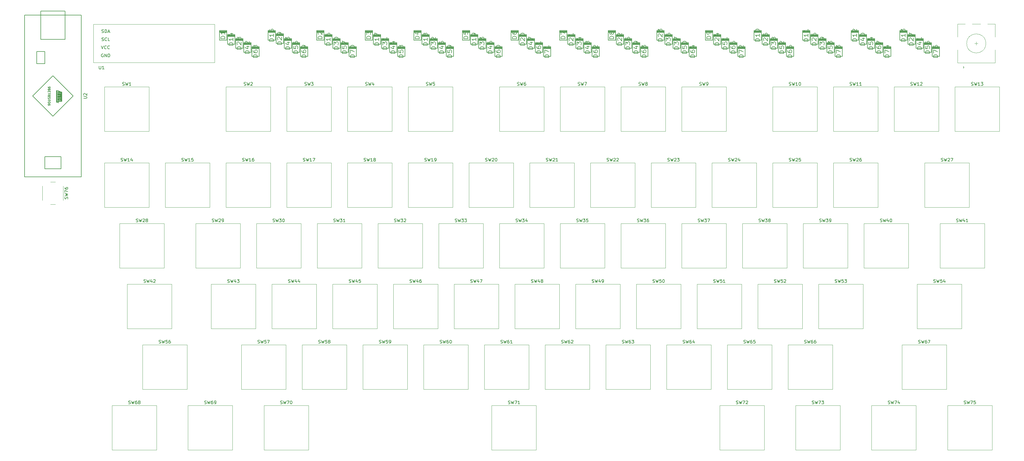
<source format=gbr>
%TF.GenerationSoftware,KiCad,Pcbnew,(5.1.7)-1*%
%TF.CreationDate,2020-12-17T15:46:30-08:00*%
%TF.ProjectId,memers and dreamers,6d656d65-7273-4206-916e-642064726561,rev?*%
%TF.SameCoordinates,Original*%
%TF.FileFunction,Legend,Top*%
%TF.FilePolarity,Positive*%
%FSLAX46Y46*%
G04 Gerber Fmt 4.6, Leading zero omitted, Abs format (unit mm)*
G04 Created by KiCad (PCBNEW (5.1.7)-1) date 2020-12-17 15:46:30*
%MOMM*%
%LPD*%
G01*
G04 APERTURE LIST*
%ADD10C,0.150000*%
%ADD11C,0.100000*%
%ADD12C,0.120000*%
%ADD13C,0.203200*%
G04 APERTURE END LIST*
D10*
%TO.C,U2*%
X-2540000Y-40640000D02*
X5080000Y-40640000D01*
X5080000Y-31750000D02*
X-2540000Y-31750000D01*
X5080000Y-40640000D02*
X5080000Y-31750000D01*
X-2540000Y-40640000D02*
X-2540000Y-31750000D01*
X-3810000Y-44450000D02*
X-3810000Y-48260000D01*
X-3810000Y-48260000D02*
X-2540000Y-48260000D01*
X-2540000Y-48260000D02*
X-1270000Y-48260000D01*
X-1270000Y-48260000D02*
X-1270000Y-44450000D01*
X-1270000Y-44450000D02*
X-3810000Y-44450000D01*
X-1270000Y-81280000D02*
X-1270000Y-77470000D01*
X-1270000Y-77470000D02*
X3810000Y-77470000D01*
X3810000Y-77470000D02*
X3810000Y-81280000D01*
X3810000Y-81280000D02*
X-1270000Y-81280000D01*
X-5080000Y-58420000D02*
X1270000Y-52070000D01*
X1270000Y-52070000D02*
X7620000Y-58420000D01*
X7620000Y-58420000D02*
X1270000Y-64770000D01*
X1270000Y-64770000D02*
X-5080000Y-58420000D01*
X10160000Y-33020000D02*
X10160000Y-83820000D01*
X10160000Y-83820000D02*
X-7620000Y-83820000D01*
X-7620000Y-83820000D02*
X-7620000Y-33020000D01*
X-7620000Y-33020000D02*
X10160000Y-33020000D01*
D11*
G36*
X2667000Y-57404000D02*
G01*
X3683000Y-57404000D01*
X3683000Y-57023000D01*
X2667000Y-56642000D01*
X2667000Y-56896000D01*
X3429000Y-57150000D01*
X2667000Y-57150000D01*
X2667000Y-57404000D01*
G37*
X2667000Y-57404000D02*
X3683000Y-57404000D01*
X3683000Y-57023000D01*
X2667000Y-56642000D01*
X2667000Y-56896000D01*
X3429000Y-57150000D01*
X2667000Y-57150000D01*
X2667000Y-57404000D01*
G36*
X2667000Y-58928000D02*
G01*
X3683000Y-58928000D01*
X3683000Y-57912000D01*
X2667000Y-57912000D01*
X2667000Y-58166000D01*
X3429000Y-58166000D01*
X3429000Y-58293000D01*
X2667000Y-58293000D01*
X2667000Y-58547000D01*
X3429000Y-58547000D01*
X3429000Y-58674000D01*
X2667000Y-58674000D01*
X2667000Y-58928000D01*
G37*
X2667000Y-58928000D02*
X3683000Y-58928000D01*
X3683000Y-57912000D01*
X2667000Y-57912000D01*
X2667000Y-58166000D01*
X3429000Y-58166000D01*
X3429000Y-58293000D01*
X2667000Y-58293000D01*
X2667000Y-58547000D01*
X3429000Y-58547000D01*
X3429000Y-58674000D01*
X2667000Y-58674000D01*
X2667000Y-58928000D01*
G36*
X3810000Y-60071000D02*
G01*
X3810000Y-57785000D01*
X2667000Y-57785000D01*
X2667000Y-57531000D01*
X3810000Y-57531000D01*
X3810000Y-57023000D01*
X4064000Y-57150000D01*
X4064000Y-60071000D01*
X3810000Y-60071000D01*
G37*
X3810000Y-60071000D02*
X3810000Y-57785000D01*
X2667000Y-57785000D01*
X2667000Y-57531000D01*
X3810000Y-57531000D01*
X3810000Y-57023000D01*
X4064000Y-57150000D01*
X4064000Y-60071000D01*
X3810000Y-60071000D01*
G36*
X3683000Y-59817000D02*
G01*
X2667000Y-59817000D01*
X2667000Y-60452000D01*
X2921000Y-60579000D01*
X2921000Y-60071000D01*
X3683000Y-60071000D01*
X3683000Y-59817000D01*
G37*
X3683000Y-59817000D02*
X2667000Y-59817000D01*
X2667000Y-60452000D01*
X2921000Y-60579000D01*
X2921000Y-60071000D01*
X3683000Y-60071000D01*
X3683000Y-59817000D01*
G36*
X3683000Y-59055000D02*
G01*
X3683000Y-59690000D01*
X3429000Y-59690000D01*
X3429000Y-59309000D01*
X3302000Y-59309000D01*
X3302000Y-59690000D01*
X3048000Y-59690000D01*
X3048000Y-59309000D01*
X2921000Y-59309000D01*
X2921000Y-59690000D01*
X2667000Y-59690000D01*
X2667000Y-59055000D01*
X3683000Y-59055000D01*
G37*
X3683000Y-59055000D02*
X3683000Y-59690000D01*
X3429000Y-59690000D01*
X3429000Y-59309000D01*
X3302000Y-59309000D01*
X3302000Y-59690000D01*
X3048000Y-59690000D01*
X3048000Y-59309000D01*
X2921000Y-59309000D01*
X2921000Y-59690000D01*
X2667000Y-59690000D01*
X2667000Y-59055000D01*
X3683000Y-59055000D01*
G36*
X2540000Y-56642000D02*
G01*
X2540000Y-60452000D01*
X2286000Y-60325000D01*
X2286000Y-56642000D01*
X2540000Y-56642000D01*
G37*
X2540000Y-56642000D02*
X2540000Y-60452000D01*
X2286000Y-60325000D01*
X2286000Y-56642000D01*
X2540000Y-56642000D01*
D12*
%TO.C,SW14*%
X17432020Y-79375000D02*
X31402020Y-79375000D01*
X31402020Y-79375000D02*
X31402020Y-93345000D01*
X31402020Y-93345000D02*
X17432020Y-93345000D01*
X17432020Y-93345000D02*
X17432020Y-79375000D01*
%TO.C,SW1*%
X17432020Y-55562500D02*
X31402020Y-55562500D01*
X31402020Y-55562500D02*
X31402020Y-69532500D01*
X31402020Y-69532500D02*
X17432020Y-69532500D01*
X17432020Y-69532500D02*
X17432020Y-55562500D01*
D10*
%TO.C,D75*%
X279230000Y-43550000D02*
X277030000Y-43550000D01*
X277030000Y-43350000D02*
X279230000Y-43350000D01*
X277130000Y-43150000D02*
X277030000Y-43150000D01*
X277030000Y-43150000D02*
X277130000Y-43150000D01*
X279230000Y-43150000D02*
X277130000Y-43150000D01*
D13*
X276987000Y-45974000D02*
X276987000Y-42926000D01*
X276987000Y-42926000D02*
X279273000Y-42926000D01*
X279273000Y-42926000D02*
X279273000Y-45974000D01*
X279273000Y-45974000D02*
X276987000Y-45974000D01*
D10*
%TO.C,D74*%
X263990000Y-43550000D02*
X261790000Y-43550000D01*
X261790000Y-43350000D02*
X263990000Y-43350000D01*
X261890000Y-43150000D02*
X261790000Y-43150000D01*
X261790000Y-43150000D02*
X261890000Y-43150000D01*
X263990000Y-43150000D02*
X261890000Y-43150000D01*
D13*
X261747000Y-45974000D02*
X261747000Y-42926000D01*
X261747000Y-42926000D02*
X264033000Y-42926000D01*
X264033000Y-42926000D02*
X264033000Y-45974000D01*
X264033000Y-45974000D02*
X261747000Y-45974000D01*
D10*
%TO.C,D73*%
X248750000Y-43550000D02*
X246550000Y-43550000D01*
X246550000Y-43350000D02*
X248750000Y-43350000D01*
X246650000Y-43150000D02*
X246550000Y-43150000D01*
X246550000Y-43150000D02*
X246650000Y-43150000D01*
X248750000Y-43150000D02*
X246650000Y-43150000D01*
D13*
X246507000Y-45974000D02*
X246507000Y-42926000D01*
X246507000Y-42926000D02*
X248793000Y-42926000D01*
X248793000Y-42926000D02*
X248793000Y-45974000D01*
X248793000Y-45974000D02*
X246507000Y-45974000D01*
D10*
%TO.C,D72*%
X218270000Y-43550000D02*
X216070000Y-43550000D01*
X216070000Y-43350000D02*
X218270000Y-43350000D01*
X216170000Y-43150000D02*
X216070000Y-43150000D01*
X216070000Y-43150000D02*
X216170000Y-43150000D01*
X218270000Y-43150000D02*
X216170000Y-43150000D01*
D13*
X216027000Y-45974000D02*
X216027000Y-42926000D01*
X216027000Y-42926000D02*
X218313000Y-42926000D01*
X218313000Y-42926000D02*
X218313000Y-45974000D01*
X218313000Y-45974000D02*
X216027000Y-45974000D01*
D10*
%TO.C,D71*%
X157310000Y-43550000D02*
X155110000Y-43550000D01*
X155110000Y-43350000D02*
X157310000Y-43350000D01*
X155210000Y-43150000D02*
X155110000Y-43150000D01*
X155110000Y-43150000D02*
X155210000Y-43150000D01*
X157310000Y-43150000D02*
X155210000Y-43150000D01*
D13*
X155067000Y-45974000D02*
X155067000Y-42926000D01*
X155067000Y-42926000D02*
X157353000Y-42926000D01*
X157353000Y-42926000D02*
X157353000Y-45974000D01*
X157353000Y-45974000D02*
X155067000Y-45974000D01*
D10*
%TO.C,D70*%
X96350000Y-43550000D02*
X94150000Y-43550000D01*
X94150000Y-43350000D02*
X96350000Y-43350000D01*
X94250000Y-43150000D02*
X94150000Y-43150000D01*
X94150000Y-43150000D02*
X94250000Y-43150000D01*
X96350000Y-43150000D02*
X94250000Y-43150000D01*
D13*
X94107000Y-45974000D02*
X94107000Y-42926000D01*
X94107000Y-42926000D02*
X96393000Y-42926000D01*
X96393000Y-42926000D02*
X96393000Y-45974000D01*
X96393000Y-45974000D02*
X94107000Y-45974000D01*
D10*
%TO.C,D69*%
X81110000Y-43550000D02*
X78910000Y-43550000D01*
X78910000Y-43350000D02*
X81110000Y-43350000D01*
X79010000Y-43150000D02*
X78910000Y-43150000D01*
X78910000Y-43150000D02*
X79010000Y-43150000D01*
X81110000Y-43150000D02*
X79010000Y-43150000D01*
D13*
X78867000Y-45974000D02*
X78867000Y-42926000D01*
X78867000Y-42926000D02*
X81153000Y-42926000D01*
X81153000Y-42926000D02*
X81153000Y-45974000D01*
X81153000Y-45974000D02*
X78867000Y-45974000D01*
%TO.C,D68*%
X65913000Y-45974000D02*
X63627000Y-45974000D01*
X65913000Y-42926000D02*
X65913000Y-45974000D01*
X63627000Y-42926000D02*
X65913000Y-42926000D01*
X63627000Y-45974000D02*
X63627000Y-42926000D01*
D10*
X65870000Y-43150000D02*
X63770000Y-43150000D01*
X63670000Y-43150000D02*
X63770000Y-43150000D01*
X63770000Y-43150000D02*
X63670000Y-43150000D01*
X63670000Y-43350000D02*
X65870000Y-43350000D01*
X65870000Y-43550000D02*
X63670000Y-43550000D01*
%TO.C,D67*%
X261450000Y-42280000D02*
X259250000Y-42280000D01*
X259250000Y-42080000D02*
X261450000Y-42080000D01*
X259350000Y-41880000D02*
X259250000Y-41880000D01*
X259250000Y-41880000D02*
X259350000Y-41880000D01*
X261450000Y-41880000D02*
X259350000Y-41880000D01*
D13*
X259207000Y-44704000D02*
X259207000Y-41656000D01*
X259207000Y-41656000D02*
X261493000Y-41656000D01*
X261493000Y-41656000D02*
X261493000Y-44704000D01*
X261493000Y-44704000D02*
X259207000Y-44704000D01*
D10*
%TO.C,D66*%
X233510000Y-43550000D02*
X231310000Y-43550000D01*
X231310000Y-43350000D02*
X233510000Y-43350000D01*
X231410000Y-43150000D02*
X231310000Y-43150000D01*
X231310000Y-43150000D02*
X231410000Y-43150000D01*
X233510000Y-43150000D02*
X231410000Y-43150000D01*
D13*
X231267000Y-45974000D02*
X231267000Y-42926000D01*
X231267000Y-42926000D02*
X233553000Y-42926000D01*
X233553000Y-42926000D02*
X233553000Y-45974000D01*
X233553000Y-45974000D02*
X231267000Y-45974000D01*
D10*
%TO.C,D65*%
X215730000Y-42280000D02*
X213530000Y-42280000D01*
X213530000Y-42080000D02*
X215730000Y-42080000D01*
X213630000Y-41880000D02*
X213530000Y-41880000D01*
X213530000Y-41880000D02*
X213630000Y-41880000D01*
X215730000Y-41880000D02*
X213630000Y-41880000D01*
D13*
X213487000Y-44704000D02*
X213487000Y-41656000D01*
X213487000Y-41656000D02*
X215773000Y-41656000D01*
X215773000Y-41656000D02*
X215773000Y-44704000D01*
X215773000Y-44704000D02*
X213487000Y-44704000D01*
D10*
%TO.C,D64*%
X203030000Y-43550000D02*
X200830000Y-43550000D01*
X200830000Y-43350000D02*
X203030000Y-43350000D01*
X200930000Y-43150000D02*
X200830000Y-43150000D01*
X200830000Y-43150000D02*
X200930000Y-43150000D01*
X203030000Y-43150000D02*
X200930000Y-43150000D01*
D13*
X200787000Y-45974000D02*
X200787000Y-42926000D01*
X200787000Y-42926000D02*
X203073000Y-42926000D01*
X203073000Y-42926000D02*
X203073000Y-45974000D01*
X203073000Y-45974000D02*
X200787000Y-45974000D01*
D10*
%TO.C,D63*%
X187790000Y-43550000D02*
X185590000Y-43550000D01*
X185590000Y-43350000D02*
X187790000Y-43350000D01*
X185690000Y-43150000D02*
X185590000Y-43150000D01*
X185590000Y-43150000D02*
X185690000Y-43150000D01*
X187790000Y-43150000D02*
X185690000Y-43150000D01*
D13*
X185547000Y-45974000D02*
X185547000Y-42926000D01*
X185547000Y-42926000D02*
X187833000Y-42926000D01*
X187833000Y-42926000D02*
X187833000Y-45974000D01*
X187833000Y-45974000D02*
X185547000Y-45974000D01*
D10*
%TO.C,D62*%
X172550000Y-43550000D02*
X170350000Y-43550000D01*
X170350000Y-43350000D02*
X172550000Y-43350000D01*
X170450000Y-43150000D02*
X170350000Y-43150000D01*
X170350000Y-43150000D02*
X170450000Y-43150000D01*
X172550000Y-43150000D02*
X170450000Y-43150000D01*
D13*
X170307000Y-45974000D02*
X170307000Y-42926000D01*
X170307000Y-42926000D02*
X172593000Y-42926000D01*
X172593000Y-42926000D02*
X172593000Y-45974000D01*
X172593000Y-45974000D02*
X170307000Y-45974000D01*
D10*
%TO.C,D61*%
X154770000Y-42280000D02*
X152570000Y-42280000D01*
X152570000Y-42080000D02*
X154770000Y-42080000D01*
X152670000Y-41880000D02*
X152570000Y-41880000D01*
X152570000Y-41880000D02*
X152670000Y-41880000D01*
X154770000Y-41880000D02*
X152670000Y-41880000D01*
D13*
X152527000Y-44704000D02*
X152527000Y-41656000D01*
X152527000Y-41656000D02*
X154813000Y-41656000D01*
X154813000Y-41656000D02*
X154813000Y-44704000D01*
X154813000Y-44704000D02*
X152527000Y-44704000D01*
D10*
%TO.C,D60*%
X142070000Y-43550000D02*
X139870000Y-43550000D01*
X139870000Y-43350000D02*
X142070000Y-43350000D01*
X139970000Y-43150000D02*
X139870000Y-43150000D01*
X139870000Y-43150000D02*
X139970000Y-43150000D01*
X142070000Y-43150000D02*
X139970000Y-43150000D01*
D13*
X139827000Y-45974000D02*
X139827000Y-42926000D01*
X139827000Y-42926000D02*
X142113000Y-42926000D01*
X142113000Y-42926000D02*
X142113000Y-45974000D01*
X142113000Y-45974000D02*
X139827000Y-45974000D01*
D10*
%TO.C,D59*%
X126830000Y-43550000D02*
X124630000Y-43550000D01*
X124630000Y-43350000D02*
X126830000Y-43350000D01*
X124730000Y-43150000D02*
X124630000Y-43150000D01*
X124630000Y-43150000D02*
X124730000Y-43150000D01*
X126830000Y-43150000D02*
X124730000Y-43150000D01*
D13*
X124587000Y-45974000D02*
X124587000Y-42926000D01*
X124587000Y-42926000D02*
X126873000Y-42926000D01*
X126873000Y-42926000D02*
X126873000Y-45974000D01*
X126873000Y-45974000D02*
X124587000Y-45974000D01*
D10*
%TO.C,D58*%
X111590000Y-43550000D02*
X109390000Y-43550000D01*
X109390000Y-43350000D02*
X111590000Y-43350000D01*
X109490000Y-43150000D02*
X109390000Y-43150000D01*
X109390000Y-43150000D02*
X109490000Y-43150000D01*
X111590000Y-43150000D02*
X109490000Y-43150000D01*
D13*
X109347000Y-45974000D02*
X109347000Y-42926000D01*
X109347000Y-42926000D02*
X111633000Y-42926000D01*
X111633000Y-42926000D02*
X111633000Y-45974000D01*
X111633000Y-45974000D02*
X109347000Y-45974000D01*
D10*
%TO.C,D57*%
X93810000Y-42280000D02*
X91610000Y-42280000D01*
X91610000Y-42080000D02*
X93810000Y-42080000D01*
X91710000Y-41880000D02*
X91610000Y-41880000D01*
X91610000Y-41880000D02*
X91710000Y-41880000D01*
X93810000Y-41880000D02*
X91710000Y-41880000D01*
D13*
X91567000Y-44704000D02*
X91567000Y-41656000D01*
X91567000Y-41656000D02*
X93853000Y-41656000D01*
X93853000Y-41656000D02*
X93853000Y-44704000D01*
X93853000Y-44704000D02*
X91567000Y-44704000D01*
D10*
%TO.C,D56*%
X78570000Y-42280000D02*
X76370000Y-42280000D01*
X76370000Y-42080000D02*
X78570000Y-42080000D01*
X76470000Y-41880000D02*
X76370000Y-41880000D01*
X76370000Y-41880000D02*
X76470000Y-41880000D01*
X78570000Y-41880000D02*
X76470000Y-41880000D01*
D13*
X76327000Y-44704000D02*
X76327000Y-41656000D01*
X76327000Y-41656000D02*
X78613000Y-41656000D01*
X78613000Y-41656000D02*
X78613000Y-44704000D01*
X78613000Y-44704000D02*
X76327000Y-44704000D01*
D10*
%TO.C,D55*%
X276690000Y-42280000D02*
X274490000Y-42280000D01*
X274490000Y-42080000D02*
X276690000Y-42080000D01*
X274590000Y-41880000D02*
X274490000Y-41880000D01*
X274490000Y-41880000D02*
X274590000Y-41880000D01*
X276690000Y-41880000D02*
X274590000Y-41880000D01*
D13*
X274447000Y-44704000D02*
X274447000Y-41656000D01*
X274447000Y-41656000D02*
X276733000Y-41656000D01*
X276733000Y-41656000D02*
X276733000Y-44704000D01*
X276733000Y-44704000D02*
X274447000Y-44704000D01*
D10*
%TO.C,D54*%
X258910000Y-41010000D02*
X256710000Y-41010000D01*
X256710000Y-40810000D02*
X258910000Y-40810000D01*
X256810000Y-40610000D02*
X256710000Y-40610000D01*
X256710000Y-40610000D02*
X256810000Y-40610000D01*
X258910000Y-40610000D02*
X256810000Y-40610000D01*
D13*
X256667000Y-43434000D02*
X256667000Y-40386000D01*
X256667000Y-40386000D02*
X258953000Y-40386000D01*
X258953000Y-40386000D02*
X258953000Y-43434000D01*
X258953000Y-43434000D02*
X256667000Y-43434000D01*
D10*
%TO.C,D53*%
X246210000Y-42280000D02*
X244010000Y-42280000D01*
X244010000Y-42080000D02*
X246210000Y-42080000D01*
X244110000Y-41880000D02*
X244010000Y-41880000D01*
X244010000Y-41880000D02*
X244110000Y-41880000D01*
X246210000Y-41880000D02*
X244110000Y-41880000D01*
D13*
X243967000Y-44704000D02*
X243967000Y-41656000D01*
X243967000Y-41656000D02*
X246253000Y-41656000D01*
X246253000Y-41656000D02*
X246253000Y-44704000D01*
X246253000Y-44704000D02*
X243967000Y-44704000D01*
D10*
%TO.C,D52*%
X230970000Y-42280000D02*
X228770000Y-42280000D01*
X228770000Y-42080000D02*
X230970000Y-42080000D01*
X228870000Y-41880000D02*
X228770000Y-41880000D01*
X228770000Y-41880000D02*
X228870000Y-41880000D01*
X230970000Y-41880000D02*
X228870000Y-41880000D01*
D13*
X228727000Y-44704000D02*
X228727000Y-41656000D01*
X228727000Y-41656000D02*
X231013000Y-41656000D01*
X231013000Y-41656000D02*
X231013000Y-44704000D01*
X231013000Y-44704000D02*
X228727000Y-44704000D01*
D10*
%TO.C,D51*%
X213190000Y-41010000D02*
X210990000Y-41010000D01*
X210990000Y-40810000D02*
X213190000Y-40810000D01*
X211090000Y-40610000D02*
X210990000Y-40610000D01*
X210990000Y-40610000D02*
X211090000Y-40610000D01*
X213190000Y-40610000D02*
X211090000Y-40610000D01*
D13*
X210947000Y-43434000D02*
X210947000Y-40386000D01*
X210947000Y-40386000D02*
X213233000Y-40386000D01*
X213233000Y-40386000D02*
X213233000Y-43434000D01*
X213233000Y-43434000D02*
X210947000Y-43434000D01*
D10*
%TO.C,D50*%
X200490000Y-42280000D02*
X198290000Y-42280000D01*
X198290000Y-42080000D02*
X200490000Y-42080000D01*
X198390000Y-41880000D02*
X198290000Y-41880000D01*
X198290000Y-41880000D02*
X198390000Y-41880000D01*
X200490000Y-41880000D02*
X198390000Y-41880000D01*
D13*
X198247000Y-44704000D02*
X198247000Y-41656000D01*
X198247000Y-41656000D02*
X200533000Y-41656000D01*
X200533000Y-41656000D02*
X200533000Y-44704000D01*
X200533000Y-44704000D02*
X198247000Y-44704000D01*
D10*
%TO.C,D49*%
X185250000Y-42280000D02*
X183050000Y-42280000D01*
X183050000Y-42080000D02*
X185250000Y-42080000D01*
X183150000Y-41880000D02*
X183050000Y-41880000D01*
X183050000Y-41880000D02*
X183150000Y-41880000D01*
X185250000Y-41880000D02*
X183150000Y-41880000D01*
D13*
X183007000Y-44704000D02*
X183007000Y-41656000D01*
X183007000Y-41656000D02*
X185293000Y-41656000D01*
X185293000Y-41656000D02*
X185293000Y-44704000D01*
X185293000Y-44704000D02*
X183007000Y-44704000D01*
D10*
%TO.C,D48*%
X170010000Y-42280000D02*
X167810000Y-42280000D01*
X167810000Y-42080000D02*
X170010000Y-42080000D01*
X167910000Y-41880000D02*
X167810000Y-41880000D01*
X167810000Y-41880000D02*
X167910000Y-41880000D01*
X170010000Y-41880000D02*
X167910000Y-41880000D01*
D13*
X167767000Y-44704000D02*
X167767000Y-41656000D01*
X167767000Y-41656000D02*
X170053000Y-41656000D01*
X170053000Y-41656000D02*
X170053000Y-44704000D01*
X170053000Y-44704000D02*
X167767000Y-44704000D01*
D10*
%TO.C,D47*%
X152230000Y-41010000D02*
X150030000Y-41010000D01*
X150030000Y-40810000D02*
X152230000Y-40810000D01*
X150130000Y-40610000D02*
X150030000Y-40610000D01*
X150030000Y-40610000D02*
X150130000Y-40610000D01*
X152230000Y-40610000D02*
X150130000Y-40610000D01*
D13*
X149987000Y-43434000D02*
X149987000Y-40386000D01*
X149987000Y-40386000D02*
X152273000Y-40386000D01*
X152273000Y-40386000D02*
X152273000Y-43434000D01*
X152273000Y-43434000D02*
X149987000Y-43434000D01*
D10*
%TO.C,D46*%
X139530000Y-42280000D02*
X137330000Y-42280000D01*
X137330000Y-42080000D02*
X139530000Y-42080000D01*
X137430000Y-41880000D02*
X137330000Y-41880000D01*
X137330000Y-41880000D02*
X137430000Y-41880000D01*
X139530000Y-41880000D02*
X137430000Y-41880000D01*
D13*
X137287000Y-44704000D02*
X137287000Y-41656000D01*
X137287000Y-41656000D02*
X139573000Y-41656000D01*
X139573000Y-41656000D02*
X139573000Y-44704000D01*
X139573000Y-44704000D02*
X137287000Y-44704000D01*
D10*
%TO.C,D45*%
X124290000Y-42280000D02*
X122090000Y-42280000D01*
X122090000Y-42080000D02*
X124290000Y-42080000D01*
X122190000Y-41880000D02*
X122090000Y-41880000D01*
X122090000Y-41880000D02*
X122190000Y-41880000D01*
X124290000Y-41880000D02*
X122190000Y-41880000D01*
D13*
X122047000Y-44704000D02*
X122047000Y-41656000D01*
X122047000Y-41656000D02*
X124333000Y-41656000D01*
X124333000Y-41656000D02*
X124333000Y-44704000D01*
X124333000Y-44704000D02*
X122047000Y-44704000D01*
D10*
%TO.C,D44*%
X109050000Y-42280000D02*
X106850000Y-42280000D01*
X106850000Y-42080000D02*
X109050000Y-42080000D01*
X106950000Y-41880000D02*
X106850000Y-41880000D01*
X106850000Y-41880000D02*
X106950000Y-41880000D01*
X109050000Y-41880000D02*
X106950000Y-41880000D01*
D13*
X106807000Y-44704000D02*
X106807000Y-41656000D01*
X106807000Y-41656000D02*
X109093000Y-41656000D01*
X109093000Y-41656000D02*
X109093000Y-44704000D01*
X109093000Y-44704000D02*
X106807000Y-44704000D01*
D10*
%TO.C,D43*%
X76030000Y-41010000D02*
X73830000Y-41010000D01*
X73830000Y-40810000D02*
X76030000Y-40810000D01*
X73930000Y-40610000D02*
X73830000Y-40610000D01*
X73830000Y-40610000D02*
X73930000Y-40610000D01*
X76030000Y-40610000D02*
X73930000Y-40610000D01*
D13*
X73787000Y-43434000D02*
X73787000Y-40386000D01*
X73787000Y-40386000D02*
X76073000Y-40386000D01*
X76073000Y-40386000D02*
X76073000Y-43434000D01*
X76073000Y-43434000D02*
X73787000Y-43434000D01*
%TO.C,D42*%
X63373000Y-44704000D02*
X61087000Y-44704000D01*
X63373000Y-41656000D02*
X63373000Y-44704000D01*
X61087000Y-41656000D02*
X63373000Y-41656000D01*
X61087000Y-44704000D02*
X61087000Y-41656000D01*
D10*
X63330000Y-41880000D02*
X61230000Y-41880000D01*
X61130000Y-41880000D02*
X61230000Y-41880000D01*
X61230000Y-41880000D02*
X61130000Y-41880000D01*
X61130000Y-42080000D02*
X63330000Y-42080000D01*
X63330000Y-42280000D02*
X61130000Y-42280000D01*
%TO.C,D41*%
X274150000Y-41010000D02*
X271950000Y-41010000D01*
X271950000Y-40810000D02*
X274150000Y-40810000D01*
X272050000Y-40610000D02*
X271950000Y-40610000D01*
X271950000Y-40610000D02*
X272050000Y-40610000D01*
X274150000Y-40610000D02*
X272050000Y-40610000D01*
D13*
X271907000Y-43434000D02*
X271907000Y-40386000D01*
X271907000Y-40386000D02*
X274193000Y-40386000D01*
X274193000Y-40386000D02*
X274193000Y-43434000D01*
X274193000Y-43434000D02*
X271907000Y-43434000D01*
D10*
%TO.C,D40*%
X256370000Y-39740000D02*
X254170000Y-39740000D01*
X254170000Y-39540000D02*
X256370000Y-39540000D01*
X254270000Y-39340000D02*
X254170000Y-39340000D01*
X254170000Y-39340000D02*
X254270000Y-39340000D01*
X256370000Y-39340000D02*
X254270000Y-39340000D01*
D13*
X254127000Y-42164000D02*
X254127000Y-39116000D01*
X254127000Y-39116000D02*
X256413000Y-39116000D01*
X256413000Y-39116000D02*
X256413000Y-42164000D01*
X256413000Y-42164000D02*
X254127000Y-42164000D01*
D10*
%TO.C,D39*%
X243670000Y-41010000D02*
X241470000Y-41010000D01*
X241470000Y-40810000D02*
X243670000Y-40810000D01*
X241570000Y-40610000D02*
X241470000Y-40610000D01*
X241470000Y-40610000D02*
X241570000Y-40610000D01*
X243670000Y-40610000D02*
X241570000Y-40610000D01*
D13*
X241427000Y-43434000D02*
X241427000Y-40386000D01*
X241427000Y-40386000D02*
X243713000Y-40386000D01*
X243713000Y-40386000D02*
X243713000Y-43434000D01*
X243713000Y-43434000D02*
X241427000Y-43434000D01*
D10*
%TO.C,D38*%
X228430000Y-41010000D02*
X226230000Y-41010000D01*
X226230000Y-40810000D02*
X228430000Y-40810000D01*
X226330000Y-40610000D02*
X226230000Y-40610000D01*
X226230000Y-40610000D02*
X226330000Y-40610000D01*
X228430000Y-40610000D02*
X226330000Y-40610000D01*
D13*
X226187000Y-43434000D02*
X226187000Y-40386000D01*
X226187000Y-40386000D02*
X228473000Y-40386000D01*
X228473000Y-40386000D02*
X228473000Y-43434000D01*
X228473000Y-43434000D02*
X226187000Y-43434000D01*
D10*
%TO.C,D37*%
X197950000Y-41010000D02*
X195750000Y-41010000D01*
X195750000Y-40810000D02*
X197950000Y-40810000D01*
X195850000Y-40610000D02*
X195750000Y-40610000D01*
X195750000Y-40610000D02*
X195850000Y-40610000D01*
X197950000Y-40610000D02*
X195850000Y-40610000D01*
D13*
X195707000Y-43434000D02*
X195707000Y-40386000D01*
X195707000Y-40386000D02*
X197993000Y-40386000D01*
X197993000Y-40386000D02*
X197993000Y-43434000D01*
X197993000Y-43434000D02*
X195707000Y-43434000D01*
D10*
%TO.C,D36*%
X195410000Y-39740000D02*
X193210000Y-39740000D01*
X193210000Y-39540000D02*
X195410000Y-39540000D01*
X193310000Y-39340000D02*
X193210000Y-39340000D01*
X193210000Y-39340000D02*
X193310000Y-39340000D01*
X195410000Y-39340000D02*
X193310000Y-39340000D01*
D13*
X193167000Y-42164000D02*
X193167000Y-39116000D01*
X193167000Y-39116000D02*
X195453000Y-39116000D01*
X195453000Y-39116000D02*
X195453000Y-42164000D01*
X195453000Y-42164000D02*
X193167000Y-42164000D01*
D10*
%TO.C,D35*%
X182710000Y-41010000D02*
X180510000Y-41010000D01*
X180510000Y-40810000D02*
X182710000Y-40810000D01*
X180610000Y-40610000D02*
X180510000Y-40610000D01*
X180510000Y-40610000D02*
X180610000Y-40610000D01*
X182710000Y-40610000D02*
X180610000Y-40610000D01*
D13*
X180467000Y-43434000D02*
X180467000Y-40386000D01*
X180467000Y-40386000D02*
X182753000Y-40386000D01*
X182753000Y-40386000D02*
X182753000Y-43434000D01*
X182753000Y-43434000D02*
X180467000Y-43434000D01*
D10*
%TO.C,D34*%
X167470000Y-41010000D02*
X165270000Y-41010000D01*
X165270000Y-40810000D02*
X167470000Y-40810000D01*
X165370000Y-40610000D02*
X165270000Y-40610000D01*
X165270000Y-40610000D02*
X165370000Y-40610000D01*
X167470000Y-40610000D02*
X165370000Y-40610000D01*
D13*
X165227000Y-43434000D02*
X165227000Y-40386000D01*
X165227000Y-40386000D02*
X167513000Y-40386000D01*
X167513000Y-40386000D02*
X167513000Y-43434000D01*
X167513000Y-43434000D02*
X165227000Y-43434000D01*
D10*
%TO.C,D33*%
X136990000Y-41010000D02*
X134790000Y-41010000D01*
X134790000Y-40810000D02*
X136990000Y-40810000D01*
X134890000Y-40610000D02*
X134790000Y-40610000D01*
X134790000Y-40610000D02*
X134890000Y-40610000D01*
X136990000Y-40610000D02*
X134890000Y-40610000D01*
D13*
X134747000Y-43434000D02*
X134747000Y-40386000D01*
X134747000Y-40386000D02*
X137033000Y-40386000D01*
X137033000Y-40386000D02*
X137033000Y-43434000D01*
X137033000Y-43434000D02*
X134747000Y-43434000D01*
D10*
%TO.C,D32*%
X121750000Y-41010000D02*
X119550000Y-41010000D01*
X119550000Y-40810000D02*
X121750000Y-40810000D01*
X119650000Y-40610000D02*
X119550000Y-40610000D01*
X119550000Y-40610000D02*
X119650000Y-40610000D01*
X121750000Y-40610000D02*
X119650000Y-40610000D01*
D13*
X119507000Y-43434000D02*
X119507000Y-40386000D01*
X119507000Y-40386000D02*
X121793000Y-40386000D01*
X121793000Y-40386000D02*
X121793000Y-43434000D01*
X121793000Y-43434000D02*
X119507000Y-43434000D01*
D10*
%TO.C,D31*%
X106510000Y-41010000D02*
X104310000Y-41010000D01*
X104310000Y-40810000D02*
X106510000Y-40810000D01*
X104410000Y-40610000D02*
X104310000Y-40610000D01*
X104310000Y-40610000D02*
X104410000Y-40610000D01*
X106510000Y-40610000D02*
X104410000Y-40610000D01*
D13*
X104267000Y-43434000D02*
X104267000Y-40386000D01*
X104267000Y-40386000D02*
X106553000Y-40386000D01*
X106553000Y-40386000D02*
X106553000Y-43434000D01*
X106553000Y-43434000D02*
X104267000Y-43434000D01*
D10*
%TO.C,D30*%
X91270000Y-41010000D02*
X89070000Y-41010000D01*
X89070000Y-40810000D02*
X91270000Y-40810000D01*
X89170000Y-40610000D02*
X89070000Y-40610000D01*
X89070000Y-40610000D02*
X89170000Y-40610000D01*
X91270000Y-40610000D02*
X89170000Y-40610000D01*
D13*
X89027000Y-43434000D02*
X89027000Y-40386000D01*
X89027000Y-40386000D02*
X91313000Y-40386000D01*
X91313000Y-40386000D02*
X91313000Y-43434000D01*
X91313000Y-43434000D02*
X89027000Y-43434000D01*
D10*
%TO.C,D29*%
X73490000Y-39486000D02*
X71290000Y-39486000D01*
X71290000Y-39286000D02*
X73490000Y-39286000D01*
X71390000Y-39086000D02*
X71290000Y-39086000D01*
X71290000Y-39086000D02*
X71390000Y-39086000D01*
X73490000Y-39086000D02*
X71390000Y-39086000D01*
D13*
X71247000Y-41910000D02*
X71247000Y-38862000D01*
X71247000Y-38862000D02*
X73533000Y-38862000D01*
X73533000Y-38862000D02*
X73533000Y-41910000D01*
X73533000Y-41910000D02*
X71247000Y-41910000D01*
%TO.C,D28*%
X60833000Y-43434000D02*
X58547000Y-43434000D01*
X60833000Y-40386000D02*
X60833000Y-43434000D01*
X58547000Y-40386000D02*
X60833000Y-40386000D01*
X58547000Y-43434000D02*
X58547000Y-40386000D01*
D10*
X60790000Y-40610000D02*
X58690000Y-40610000D01*
X58590000Y-40610000D02*
X58690000Y-40610000D01*
X58690000Y-40610000D02*
X58590000Y-40610000D01*
X58590000Y-40810000D02*
X60790000Y-40810000D01*
X60790000Y-41010000D02*
X58590000Y-41010000D01*
%TO.C,D27*%
X271610000Y-39740000D02*
X269410000Y-39740000D01*
X269410000Y-39540000D02*
X271610000Y-39540000D01*
X269510000Y-39340000D02*
X269410000Y-39340000D01*
X269410000Y-39340000D02*
X269510000Y-39340000D01*
X271610000Y-39340000D02*
X269510000Y-39340000D01*
D13*
X269367000Y-42164000D02*
X269367000Y-39116000D01*
X269367000Y-39116000D02*
X271653000Y-39116000D01*
X271653000Y-39116000D02*
X271653000Y-42164000D01*
X271653000Y-42164000D02*
X269367000Y-42164000D01*
D10*
%TO.C,D26*%
X241130000Y-39740000D02*
X238930000Y-39740000D01*
X238930000Y-39540000D02*
X241130000Y-39540000D01*
X239030000Y-39340000D02*
X238930000Y-39340000D01*
X238930000Y-39340000D02*
X239030000Y-39340000D01*
X241130000Y-39340000D02*
X239030000Y-39340000D01*
D13*
X238887000Y-42164000D02*
X238887000Y-39116000D01*
X238887000Y-39116000D02*
X241173000Y-39116000D01*
X241173000Y-39116000D02*
X241173000Y-42164000D01*
X241173000Y-42164000D02*
X238887000Y-42164000D01*
D10*
%TO.C,D25*%
X225890000Y-39740000D02*
X223690000Y-39740000D01*
X223690000Y-39540000D02*
X225890000Y-39540000D01*
X223790000Y-39340000D02*
X223690000Y-39340000D01*
X223690000Y-39340000D02*
X223790000Y-39340000D01*
X225890000Y-39340000D02*
X223790000Y-39340000D01*
D13*
X223647000Y-42164000D02*
X223647000Y-39116000D01*
X223647000Y-39116000D02*
X225933000Y-39116000D01*
X225933000Y-39116000D02*
X225933000Y-42164000D01*
X225933000Y-42164000D02*
X223647000Y-42164000D01*
D10*
%TO.C,D24*%
X210650000Y-39740000D02*
X208450000Y-39740000D01*
X208450000Y-39540000D02*
X210650000Y-39540000D01*
X208550000Y-39340000D02*
X208450000Y-39340000D01*
X208450000Y-39340000D02*
X208550000Y-39340000D01*
X210650000Y-39340000D02*
X208550000Y-39340000D01*
D13*
X208407000Y-42164000D02*
X208407000Y-39116000D01*
X208407000Y-39116000D02*
X210693000Y-39116000D01*
X210693000Y-39116000D02*
X210693000Y-42164000D01*
X210693000Y-42164000D02*
X208407000Y-42164000D01*
D10*
%TO.C,D23*%
X192870000Y-38470000D02*
X190670000Y-38470000D01*
X190670000Y-38270000D02*
X192870000Y-38270000D01*
X190770000Y-38070000D02*
X190670000Y-38070000D01*
X190670000Y-38070000D02*
X190770000Y-38070000D01*
X192870000Y-38070000D02*
X190770000Y-38070000D01*
D13*
X190627000Y-40894000D02*
X190627000Y-37846000D01*
X190627000Y-37846000D02*
X192913000Y-37846000D01*
X192913000Y-37846000D02*
X192913000Y-40894000D01*
X192913000Y-40894000D02*
X190627000Y-40894000D01*
D10*
%TO.C,D22*%
X180170000Y-39740000D02*
X177970000Y-39740000D01*
X177970000Y-39540000D02*
X180170000Y-39540000D01*
X178070000Y-39340000D02*
X177970000Y-39340000D01*
X177970000Y-39340000D02*
X178070000Y-39340000D01*
X180170000Y-39340000D02*
X178070000Y-39340000D01*
D13*
X177927000Y-42164000D02*
X177927000Y-39116000D01*
X177927000Y-39116000D02*
X180213000Y-39116000D01*
X180213000Y-39116000D02*
X180213000Y-42164000D01*
X180213000Y-42164000D02*
X177927000Y-42164000D01*
D10*
%TO.C,D21*%
X164930000Y-39740000D02*
X162730000Y-39740000D01*
X162730000Y-39540000D02*
X164930000Y-39540000D01*
X162830000Y-39340000D02*
X162730000Y-39340000D01*
X162730000Y-39340000D02*
X162830000Y-39340000D01*
X164930000Y-39340000D02*
X162830000Y-39340000D01*
D13*
X162687000Y-42164000D02*
X162687000Y-39116000D01*
X162687000Y-39116000D02*
X164973000Y-39116000D01*
X164973000Y-39116000D02*
X164973000Y-42164000D01*
X164973000Y-42164000D02*
X162687000Y-42164000D01*
D10*
%TO.C,D20*%
X149690000Y-39740000D02*
X147490000Y-39740000D01*
X147490000Y-39540000D02*
X149690000Y-39540000D01*
X147590000Y-39340000D02*
X147490000Y-39340000D01*
X147490000Y-39340000D02*
X147590000Y-39340000D01*
X149690000Y-39340000D02*
X147590000Y-39340000D01*
D13*
X147447000Y-42164000D02*
X147447000Y-39116000D01*
X147447000Y-39116000D02*
X149733000Y-39116000D01*
X149733000Y-39116000D02*
X149733000Y-42164000D01*
X149733000Y-42164000D02*
X147447000Y-42164000D01*
D10*
%TO.C,D19*%
X134450000Y-39740000D02*
X132250000Y-39740000D01*
X132250000Y-39540000D02*
X134450000Y-39540000D01*
X132350000Y-39340000D02*
X132250000Y-39340000D01*
X132250000Y-39340000D02*
X132350000Y-39340000D01*
X134450000Y-39340000D02*
X132350000Y-39340000D01*
D13*
X132207000Y-42164000D02*
X132207000Y-39116000D01*
X132207000Y-39116000D02*
X134493000Y-39116000D01*
X134493000Y-39116000D02*
X134493000Y-42164000D01*
X134493000Y-42164000D02*
X132207000Y-42164000D01*
D10*
%TO.C,D18*%
X119210000Y-39740000D02*
X117010000Y-39740000D01*
X117010000Y-39540000D02*
X119210000Y-39540000D01*
X117110000Y-39340000D02*
X117010000Y-39340000D01*
X117010000Y-39340000D02*
X117110000Y-39340000D01*
X119210000Y-39340000D02*
X117110000Y-39340000D01*
D13*
X116967000Y-42164000D02*
X116967000Y-39116000D01*
X116967000Y-39116000D02*
X119253000Y-39116000D01*
X119253000Y-39116000D02*
X119253000Y-42164000D01*
X119253000Y-42164000D02*
X116967000Y-42164000D01*
D10*
%TO.C,D17*%
X103970000Y-39740000D02*
X101770000Y-39740000D01*
X101770000Y-39540000D02*
X103970000Y-39540000D01*
X101870000Y-39340000D02*
X101770000Y-39340000D01*
X101770000Y-39340000D02*
X101870000Y-39340000D01*
X103970000Y-39340000D02*
X101870000Y-39340000D01*
D13*
X101727000Y-42164000D02*
X101727000Y-39116000D01*
X101727000Y-39116000D02*
X104013000Y-39116000D01*
X104013000Y-39116000D02*
X104013000Y-42164000D01*
X104013000Y-42164000D02*
X101727000Y-42164000D01*
D10*
%TO.C,D16*%
X88730000Y-39740000D02*
X86530000Y-39740000D01*
X86530000Y-39540000D02*
X88730000Y-39540000D01*
X86630000Y-39340000D02*
X86530000Y-39340000D01*
X86530000Y-39340000D02*
X86630000Y-39340000D01*
X88730000Y-39340000D02*
X86630000Y-39340000D01*
D13*
X86487000Y-42164000D02*
X86487000Y-39116000D01*
X86487000Y-39116000D02*
X88773000Y-39116000D01*
X88773000Y-39116000D02*
X88773000Y-42164000D01*
X88773000Y-42164000D02*
X86487000Y-42164000D01*
D10*
%TO.C,D15*%
X70950000Y-38470000D02*
X68750000Y-38470000D01*
X68750000Y-38270000D02*
X70950000Y-38270000D01*
X68850000Y-38070000D02*
X68750000Y-38070000D01*
X68750000Y-38070000D02*
X68850000Y-38070000D01*
X70950000Y-38070000D02*
X68850000Y-38070000D01*
D13*
X68707000Y-40894000D02*
X68707000Y-37846000D01*
X68707000Y-37846000D02*
X70993000Y-37846000D01*
X70993000Y-37846000D02*
X70993000Y-40894000D01*
X70993000Y-40894000D02*
X68707000Y-40894000D01*
%TO.C,D14*%
X58293000Y-42164000D02*
X56007000Y-42164000D01*
X58293000Y-39116000D02*
X58293000Y-42164000D01*
X56007000Y-39116000D02*
X58293000Y-39116000D01*
X56007000Y-42164000D02*
X56007000Y-39116000D01*
D10*
X58250000Y-39340000D02*
X56150000Y-39340000D01*
X56050000Y-39340000D02*
X56150000Y-39340000D01*
X56150000Y-39340000D02*
X56050000Y-39340000D01*
X56050000Y-39540000D02*
X58250000Y-39540000D01*
X58250000Y-39740000D02*
X56050000Y-39740000D01*
%TO.C,D13*%
X269070000Y-38470000D02*
X266870000Y-38470000D01*
X266870000Y-38270000D02*
X269070000Y-38270000D01*
X266970000Y-38070000D02*
X266870000Y-38070000D01*
X266870000Y-38070000D02*
X266970000Y-38070000D01*
X269070000Y-38070000D02*
X266970000Y-38070000D01*
D13*
X266827000Y-40894000D02*
X266827000Y-37846000D01*
X266827000Y-37846000D02*
X269113000Y-37846000D01*
X269113000Y-37846000D02*
X269113000Y-40894000D01*
X269113000Y-40894000D02*
X266827000Y-40894000D01*
D10*
%TO.C,D12*%
X253830000Y-38470000D02*
X251630000Y-38470000D01*
X251630000Y-38270000D02*
X253830000Y-38270000D01*
X251730000Y-38070000D02*
X251630000Y-38070000D01*
X251630000Y-38070000D02*
X251730000Y-38070000D01*
X253830000Y-38070000D02*
X251730000Y-38070000D01*
D13*
X251587000Y-40894000D02*
X251587000Y-37846000D01*
X251587000Y-37846000D02*
X253873000Y-37846000D01*
X253873000Y-37846000D02*
X253873000Y-40894000D01*
X253873000Y-40894000D02*
X251587000Y-40894000D01*
D10*
%TO.C,D11*%
X238590000Y-38470000D02*
X236390000Y-38470000D01*
X236390000Y-38270000D02*
X238590000Y-38270000D01*
X236490000Y-38070000D02*
X236390000Y-38070000D01*
X236390000Y-38070000D02*
X236490000Y-38070000D01*
X238590000Y-38070000D02*
X236490000Y-38070000D01*
D13*
X236347000Y-40894000D02*
X236347000Y-37846000D01*
X236347000Y-37846000D02*
X238633000Y-37846000D01*
X238633000Y-37846000D02*
X238633000Y-40894000D01*
X238633000Y-40894000D02*
X236347000Y-40894000D01*
D10*
%TO.C,D10*%
X223350000Y-38470000D02*
X221150000Y-38470000D01*
X221150000Y-38270000D02*
X223350000Y-38270000D01*
X221250000Y-38070000D02*
X221150000Y-38070000D01*
X221150000Y-38070000D02*
X221250000Y-38070000D01*
X223350000Y-38070000D02*
X221250000Y-38070000D01*
D13*
X221107000Y-40894000D02*
X221107000Y-37846000D01*
X221107000Y-37846000D02*
X223393000Y-37846000D01*
X223393000Y-37846000D02*
X223393000Y-40894000D01*
X223393000Y-40894000D02*
X221107000Y-40894000D01*
D10*
%TO.C,D9*%
X208110000Y-38470000D02*
X205910000Y-38470000D01*
X205910000Y-38270000D02*
X208110000Y-38270000D01*
X206010000Y-38070000D02*
X205910000Y-38070000D01*
X205910000Y-38070000D02*
X206010000Y-38070000D01*
X208110000Y-38070000D02*
X206010000Y-38070000D01*
D13*
X205867000Y-40894000D02*
X205867000Y-37846000D01*
X205867000Y-37846000D02*
X208153000Y-37846000D01*
X208153000Y-37846000D02*
X208153000Y-40894000D01*
X208153000Y-40894000D02*
X205867000Y-40894000D01*
D10*
%TO.C,D8*%
X177630000Y-38470000D02*
X175430000Y-38470000D01*
X175430000Y-38270000D02*
X177630000Y-38270000D01*
X175530000Y-38070000D02*
X175430000Y-38070000D01*
X175430000Y-38070000D02*
X175530000Y-38070000D01*
X177630000Y-38070000D02*
X175530000Y-38070000D01*
D13*
X175387000Y-40894000D02*
X175387000Y-37846000D01*
X175387000Y-37846000D02*
X177673000Y-37846000D01*
X177673000Y-37846000D02*
X177673000Y-40894000D01*
X177673000Y-40894000D02*
X175387000Y-40894000D01*
D10*
%TO.C,D7*%
X162390000Y-38470000D02*
X160190000Y-38470000D01*
X160190000Y-38270000D02*
X162390000Y-38270000D01*
X160290000Y-38070000D02*
X160190000Y-38070000D01*
X160190000Y-38070000D02*
X160290000Y-38070000D01*
X162390000Y-38070000D02*
X160290000Y-38070000D01*
D13*
X160147000Y-40894000D02*
X160147000Y-37846000D01*
X160147000Y-37846000D02*
X162433000Y-37846000D01*
X162433000Y-37846000D02*
X162433000Y-40894000D01*
X162433000Y-40894000D02*
X160147000Y-40894000D01*
D10*
%TO.C,D6*%
X147150000Y-38470000D02*
X144950000Y-38470000D01*
X144950000Y-38270000D02*
X147150000Y-38270000D01*
X145050000Y-38070000D02*
X144950000Y-38070000D01*
X144950000Y-38070000D02*
X145050000Y-38070000D01*
X147150000Y-38070000D02*
X145050000Y-38070000D01*
D13*
X144907000Y-40894000D02*
X144907000Y-37846000D01*
X144907000Y-37846000D02*
X147193000Y-37846000D01*
X147193000Y-37846000D02*
X147193000Y-40894000D01*
X147193000Y-40894000D02*
X144907000Y-40894000D01*
D10*
%TO.C,D5*%
X131910000Y-38470000D02*
X129710000Y-38470000D01*
X129710000Y-38270000D02*
X131910000Y-38270000D01*
X129810000Y-38070000D02*
X129710000Y-38070000D01*
X129710000Y-38070000D02*
X129810000Y-38070000D01*
X131910000Y-38070000D02*
X129810000Y-38070000D01*
D13*
X129667000Y-40894000D02*
X129667000Y-37846000D01*
X129667000Y-37846000D02*
X131953000Y-37846000D01*
X131953000Y-37846000D02*
X131953000Y-40894000D01*
X131953000Y-40894000D02*
X129667000Y-40894000D01*
D10*
%TO.C,D4*%
X116670000Y-38470000D02*
X114470000Y-38470000D01*
X114470000Y-38270000D02*
X116670000Y-38270000D01*
X114570000Y-38070000D02*
X114470000Y-38070000D01*
X114470000Y-38070000D02*
X114570000Y-38070000D01*
X116670000Y-38070000D02*
X114570000Y-38070000D01*
D13*
X114427000Y-40894000D02*
X114427000Y-37846000D01*
X114427000Y-37846000D02*
X116713000Y-37846000D01*
X116713000Y-37846000D02*
X116713000Y-40894000D01*
X116713000Y-40894000D02*
X114427000Y-40894000D01*
D10*
%TO.C,D3*%
X101430000Y-38470000D02*
X99230000Y-38470000D01*
X99230000Y-38270000D02*
X101430000Y-38270000D01*
X99330000Y-38070000D02*
X99230000Y-38070000D01*
X99230000Y-38070000D02*
X99330000Y-38070000D01*
X101430000Y-38070000D02*
X99330000Y-38070000D01*
D13*
X99187000Y-40894000D02*
X99187000Y-37846000D01*
X99187000Y-37846000D02*
X101473000Y-37846000D01*
X101473000Y-37846000D02*
X101473000Y-40894000D01*
X101473000Y-40894000D02*
X99187000Y-40894000D01*
D10*
%TO.C,D2*%
X86190000Y-38470000D02*
X83990000Y-38470000D01*
X83990000Y-38270000D02*
X86190000Y-38270000D01*
X84090000Y-38070000D02*
X83990000Y-38070000D01*
X83990000Y-38070000D02*
X84090000Y-38070000D01*
X86190000Y-38070000D02*
X84090000Y-38070000D01*
D13*
X83947000Y-40894000D02*
X83947000Y-37846000D01*
X83947000Y-37846000D02*
X86233000Y-37846000D01*
X86233000Y-37846000D02*
X86233000Y-40894000D01*
X86233000Y-40894000D02*
X83947000Y-40894000D01*
%TO.C,D1*%
X55753000Y-40894000D02*
X53467000Y-40894000D01*
X55753000Y-37846000D02*
X55753000Y-40894000D01*
X53467000Y-37846000D02*
X55753000Y-37846000D01*
X53467000Y-40894000D02*
X53467000Y-37846000D01*
D10*
X55710000Y-38070000D02*
X53610000Y-38070000D01*
X53510000Y-38070000D02*
X53610000Y-38070000D01*
X53610000Y-38070000D02*
X53510000Y-38070000D01*
X53510000Y-38270000D02*
X55710000Y-38270000D01*
X55710000Y-38470000D02*
X53510000Y-38470000D01*
D12*
%TO.C,SW75*%
X281813000Y-155575000D02*
X295783000Y-155575000D01*
X295783000Y-155575000D02*
X295783000Y-169545000D01*
X295783000Y-169545000D02*
X281813000Y-169545000D01*
X281813000Y-169545000D02*
X281813000Y-155575000D01*
%TO.C,SW74*%
X258000500Y-155575000D02*
X271970500Y-155575000D01*
X271970500Y-155575000D02*
X271970500Y-169545000D01*
X271970500Y-169545000D02*
X258000500Y-169545000D01*
X258000500Y-169545000D02*
X258000500Y-155575000D01*
%TO.C,SW73*%
X234188000Y-155575000D02*
X248158000Y-155575000D01*
X248158000Y-155575000D02*
X248158000Y-169545000D01*
X248158000Y-169545000D02*
X234188000Y-169545000D01*
X234188000Y-169545000D02*
X234188000Y-155575000D01*
%TO.C,SW72*%
X210375500Y-155575000D02*
X224345500Y-155575000D01*
X224345500Y-155575000D02*
X224345500Y-169545000D01*
X224345500Y-169545000D02*
X210375500Y-169545000D01*
X210375500Y-169545000D02*
X210375500Y-155575000D01*
%TO.C,SW2*%
X55532020Y-55562500D02*
X69502020Y-55562500D01*
X69502020Y-55562500D02*
X69502020Y-69532500D01*
X69502020Y-69532500D02*
X55532020Y-69532500D01*
X55532020Y-69532500D02*
X55532020Y-55562500D01*
%TO.C,SW3*%
X74582020Y-55562500D02*
X88552020Y-55562500D01*
X88552020Y-55562500D02*
X88552020Y-69532500D01*
X88552020Y-69532500D02*
X74582020Y-69532500D01*
X74582020Y-69532500D02*
X74582020Y-55562500D01*
%TO.C,SW4*%
X93632020Y-69532500D02*
X93632020Y-55562500D01*
X107602020Y-69532500D02*
X93632020Y-69532500D01*
X107602020Y-55562500D02*
X107602020Y-69532500D01*
X93632020Y-55562500D02*
X107602020Y-55562500D01*
%TO.C,SW5*%
X112682020Y-55562500D02*
X126652020Y-55562500D01*
X126652020Y-55562500D02*
X126652020Y-69532500D01*
X126652020Y-69532500D02*
X112682020Y-69532500D01*
X112682020Y-69532500D02*
X112682020Y-55562500D01*
%TO.C,SW6*%
X141257020Y-69532500D02*
X141257020Y-55562500D01*
X155227020Y-69532500D02*
X141257020Y-69532500D01*
X155227020Y-55562500D02*
X155227020Y-69532500D01*
X141257020Y-55562500D02*
X155227020Y-55562500D01*
%TO.C,SW7*%
X160307020Y-55562500D02*
X174277020Y-55562500D01*
X174277020Y-55562500D02*
X174277020Y-69532500D01*
X174277020Y-69532500D02*
X160307020Y-69532500D01*
X160307020Y-69532500D02*
X160307020Y-55562500D01*
%TO.C,SW8*%
X179357020Y-69532500D02*
X179357020Y-55562500D01*
X193327020Y-69532500D02*
X179357020Y-69532500D01*
X193327020Y-55562500D02*
X193327020Y-69532500D01*
X179357020Y-55562500D02*
X193327020Y-55562500D01*
%TO.C,SW9*%
X198407020Y-69532500D02*
X198407020Y-55562500D01*
X212377020Y-69532500D02*
X198407020Y-69532500D01*
X212377020Y-55562500D02*
X212377020Y-69532500D01*
X198407020Y-55562500D02*
X212377020Y-55562500D01*
%TO.C,SW10*%
X226982020Y-69532500D02*
X226982020Y-55562500D01*
X240952020Y-69532500D02*
X226982020Y-69532500D01*
X240952020Y-55562500D02*
X240952020Y-69532500D01*
X226982020Y-55562500D02*
X240952020Y-55562500D01*
%TO.C,SW11*%
X246032020Y-55562500D02*
X260002020Y-55562500D01*
X260002020Y-55562500D02*
X260002020Y-69532500D01*
X260002020Y-69532500D02*
X246032020Y-69532500D01*
X246032020Y-69532500D02*
X246032020Y-55562500D01*
%TO.C,SW12*%
X265082020Y-69532500D02*
X265082020Y-55562500D01*
X279052020Y-69532500D02*
X265082020Y-69532500D01*
X279052020Y-55562500D02*
X279052020Y-69532500D01*
X265082020Y-55562500D02*
X279052020Y-55562500D01*
%TO.C,SW13*%
X284132020Y-55562500D02*
X298102020Y-55562500D01*
X298102020Y-55562500D02*
X298102020Y-69532500D01*
X298102020Y-69532500D02*
X284132020Y-69532500D01*
X284132020Y-69532500D02*
X284132020Y-55562500D01*
%TO.C,SW15*%
X36482020Y-93345000D02*
X36482020Y-79375000D01*
X50452020Y-93345000D02*
X36482020Y-93345000D01*
X50452020Y-79375000D02*
X50452020Y-93345000D01*
X36482020Y-79375000D02*
X50452020Y-79375000D01*
%TO.C,SW16*%
X55532020Y-93345000D02*
X55532020Y-79375000D01*
X69502020Y-93345000D02*
X55532020Y-93345000D01*
X69502020Y-79375000D02*
X69502020Y-93345000D01*
X55532020Y-79375000D02*
X69502020Y-79375000D01*
%TO.C,SW17*%
X74582020Y-93345000D02*
X74582020Y-79375000D01*
X88552020Y-93345000D02*
X74582020Y-93345000D01*
X88552020Y-79375000D02*
X88552020Y-93345000D01*
X74582020Y-79375000D02*
X88552020Y-79375000D01*
%TO.C,SW18*%
X93632020Y-79375000D02*
X107602020Y-79375000D01*
X107602020Y-79375000D02*
X107602020Y-93345000D01*
X107602020Y-93345000D02*
X93632020Y-93345000D01*
X93632020Y-93345000D02*
X93632020Y-79375000D01*
%TO.C,SW19*%
X112682020Y-93345000D02*
X112682020Y-79375000D01*
X126652020Y-93345000D02*
X112682020Y-93345000D01*
X126652020Y-79375000D02*
X126652020Y-93345000D01*
X112682020Y-79375000D02*
X126652020Y-79375000D01*
%TO.C,SW20*%
X131732020Y-79375000D02*
X145702020Y-79375000D01*
X145702020Y-79375000D02*
X145702020Y-93345000D01*
X145702020Y-93345000D02*
X131732020Y-93345000D01*
X131732020Y-93345000D02*
X131732020Y-79375000D01*
%TO.C,SW21*%
X150782020Y-79375000D02*
X164752020Y-79375000D01*
X164752020Y-79375000D02*
X164752020Y-93345000D01*
X164752020Y-93345000D02*
X150782020Y-93345000D01*
X150782020Y-93345000D02*
X150782020Y-79375000D01*
%TO.C,SW22*%
X169832020Y-93345000D02*
X169832020Y-79375000D01*
X183802020Y-93345000D02*
X169832020Y-93345000D01*
X183802020Y-79375000D02*
X183802020Y-93345000D01*
X169832020Y-79375000D02*
X183802020Y-79375000D01*
%TO.C,SW23*%
X188882020Y-93345000D02*
X188882020Y-79375000D01*
X202852020Y-93345000D02*
X188882020Y-93345000D01*
X202852020Y-79375000D02*
X202852020Y-93345000D01*
X188882020Y-79375000D02*
X202852020Y-79375000D01*
%TO.C,SW24*%
X207932020Y-79375000D02*
X221902020Y-79375000D01*
X221902020Y-79375000D02*
X221902020Y-93345000D01*
X221902020Y-93345000D02*
X207932020Y-93345000D01*
X207932020Y-93345000D02*
X207932020Y-79375000D01*
%TO.C,SW25*%
X226982020Y-79375000D02*
X240952020Y-79375000D01*
X240952020Y-79375000D02*
X240952020Y-93345000D01*
X240952020Y-93345000D02*
X226982020Y-93345000D01*
X226982020Y-93345000D02*
X226982020Y-79375000D01*
%TO.C,SW26*%
X246032020Y-79375000D02*
X260002020Y-79375000D01*
X260002020Y-79375000D02*
X260002020Y-93345000D01*
X260002020Y-93345000D02*
X246032020Y-93345000D01*
X246032020Y-93345000D02*
X246032020Y-79375000D01*
%TO.C,SW27*%
X274665440Y-79375000D02*
X288635440Y-79375000D01*
X288635440Y-79375000D02*
X288635440Y-93345000D01*
X288635440Y-93345000D02*
X274665440Y-93345000D01*
X274665440Y-93345000D02*
X274665440Y-79375000D01*
%TO.C,SW28*%
X22194520Y-98425000D02*
X36164520Y-98425000D01*
X36164520Y-98425000D02*
X36164520Y-112395000D01*
X36164520Y-112395000D02*
X22194520Y-112395000D01*
X22194520Y-112395000D02*
X22194520Y-98425000D01*
%TO.C,SW29*%
X46007020Y-98425000D02*
X59977020Y-98425000D01*
X59977020Y-98425000D02*
X59977020Y-112395000D01*
X59977020Y-112395000D02*
X46007020Y-112395000D01*
X46007020Y-112395000D02*
X46007020Y-98425000D01*
%TO.C,SW30*%
X65057020Y-112395000D02*
X65057020Y-98425000D01*
X79027020Y-112395000D02*
X65057020Y-112395000D01*
X79027020Y-98425000D02*
X79027020Y-112395000D01*
X65057020Y-98425000D02*
X79027020Y-98425000D01*
%TO.C,SW31*%
X84107020Y-112395000D02*
X84107020Y-98425000D01*
X98077020Y-112395000D02*
X84107020Y-112395000D01*
X98077020Y-98425000D02*
X98077020Y-112395000D01*
X84107020Y-98425000D02*
X98077020Y-98425000D01*
%TO.C,SW32*%
X103157020Y-112395000D02*
X103157020Y-98425000D01*
X117127020Y-112395000D02*
X103157020Y-112395000D01*
X117127020Y-98425000D02*
X117127020Y-112395000D01*
X103157020Y-98425000D02*
X117127020Y-98425000D01*
%TO.C,SW33*%
X122207020Y-112395000D02*
X122207020Y-98425000D01*
X136177020Y-112395000D02*
X122207020Y-112395000D01*
X136177020Y-98425000D02*
X136177020Y-112395000D01*
X122207020Y-98425000D02*
X136177020Y-98425000D01*
%TO.C,SW34*%
X141257020Y-112395000D02*
X141257020Y-98425000D01*
X155227020Y-112395000D02*
X141257020Y-112395000D01*
X155227020Y-98425000D02*
X155227020Y-112395000D01*
X141257020Y-98425000D02*
X155227020Y-98425000D01*
%TO.C,SW35*%
X160307020Y-98425000D02*
X174277020Y-98425000D01*
X174277020Y-98425000D02*
X174277020Y-112395000D01*
X174277020Y-112395000D02*
X160307020Y-112395000D01*
X160307020Y-112395000D02*
X160307020Y-98425000D01*
%TO.C,SW36*%
X179357020Y-112395000D02*
X179357020Y-98425000D01*
X193327020Y-112395000D02*
X179357020Y-112395000D01*
X193327020Y-98425000D02*
X193327020Y-112395000D01*
X179357020Y-98425000D02*
X193327020Y-98425000D01*
%TO.C,SW37*%
X198407020Y-112395000D02*
X198407020Y-98425000D01*
X212377020Y-112395000D02*
X198407020Y-112395000D01*
X212377020Y-98425000D02*
X212377020Y-112395000D01*
X198407020Y-98425000D02*
X212377020Y-98425000D01*
%TO.C,SW38*%
X217457020Y-98425000D02*
X231427020Y-98425000D01*
X231427020Y-98425000D02*
X231427020Y-112395000D01*
X231427020Y-112395000D02*
X217457020Y-112395000D01*
X217457020Y-112395000D02*
X217457020Y-98425000D01*
%TO.C,SW39*%
X236507020Y-98425000D02*
X250477020Y-98425000D01*
X250477020Y-98425000D02*
X250477020Y-112395000D01*
X250477020Y-112395000D02*
X236507020Y-112395000D01*
X236507020Y-112395000D02*
X236507020Y-98425000D01*
%TO.C,SW40*%
X255557020Y-98425000D02*
X269527020Y-98425000D01*
X269527020Y-98425000D02*
X269527020Y-112395000D01*
X269527020Y-112395000D02*
X255557020Y-112395000D01*
X255557020Y-112395000D02*
X255557020Y-98425000D01*
%TO.C,SW41*%
X279430480Y-112397540D02*
X279430480Y-98427540D01*
X293400480Y-112397540D02*
X279430480Y-112397540D01*
X293400480Y-98427540D02*
X293400480Y-112397540D01*
X279430480Y-98427540D02*
X293400480Y-98427540D01*
%TO.C,SW42*%
X24574500Y-117475000D02*
X38544500Y-117475000D01*
X38544500Y-117475000D02*
X38544500Y-131445000D01*
X38544500Y-131445000D02*
X24574500Y-131445000D01*
X24574500Y-131445000D02*
X24574500Y-117475000D01*
%TO.C,SW43*%
X50863500Y-131445000D02*
X50863500Y-117475000D01*
X64833500Y-131445000D02*
X50863500Y-131445000D01*
X64833500Y-117475000D02*
X64833500Y-131445000D01*
X50863500Y-117475000D02*
X64833500Y-117475000D01*
%TO.C,SW44*%
X69913500Y-117475000D02*
X83883500Y-117475000D01*
X83883500Y-117475000D02*
X83883500Y-131445000D01*
X83883500Y-131445000D02*
X69913500Y-131445000D01*
X69913500Y-131445000D02*
X69913500Y-117475000D01*
%TO.C,SW45*%
X88963500Y-117475000D02*
X102933500Y-117475000D01*
X102933500Y-117475000D02*
X102933500Y-131445000D01*
X102933500Y-131445000D02*
X88963500Y-131445000D01*
X88963500Y-131445000D02*
X88963500Y-117475000D01*
%TO.C,SW46*%
X108013500Y-117475000D02*
X121983500Y-117475000D01*
X121983500Y-117475000D02*
X121983500Y-131445000D01*
X121983500Y-131445000D02*
X108013500Y-131445000D01*
X108013500Y-131445000D02*
X108013500Y-117475000D01*
%TO.C,SW47*%
X127063500Y-117475000D02*
X141033500Y-117475000D01*
X141033500Y-117475000D02*
X141033500Y-131445000D01*
X141033500Y-131445000D02*
X127063500Y-131445000D01*
X127063500Y-131445000D02*
X127063500Y-117475000D01*
%TO.C,SW48*%
X146113500Y-131445000D02*
X146113500Y-117475000D01*
X160083500Y-131445000D02*
X146113500Y-131445000D01*
X160083500Y-117475000D02*
X160083500Y-131445000D01*
X146113500Y-117475000D02*
X160083500Y-117475000D01*
%TO.C,SW49*%
X165163500Y-131445000D02*
X165163500Y-117475000D01*
X179133500Y-131445000D02*
X165163500Y-131445000D01*
X179133500Y-117475000D02*
X179133500Y-131445000D01*
X165163500Y-117475000D02*
X179133500Y-117475000D01*
%TO.C,SW50*%
X184213500Y-117475000D02*
X198183500Y-117475000D01*
X198183500Y-117475000D02*
X198183500Y-131445000D01*
X198183500Y-131445000D02*
X184213500Y-131445000D01*
X184213500Y-131445000D02*
X184213500Y-117475000D01*
%TO.C,SW51*%
X203263500Y-117475000D02*
X217233500Y-117475000D01*
X217233500Y-117475000D02*
X217233500Y-131445000D01*
X217233500Y-131445000D02*
X203263500Y-131445000D01*
X203263500Y-131445000D02*
X203263500Y-117475000D01*
%TO.C,SW52*%
X222313500Y-131445000D02*
X222313500Y-117475000D01*
X236283500Y-131445000D02*
X222313500Y-131445000D01*
X236283500Y-117475000D02*
X236283500Y-131445000D01*
X222313500Y-117475000D02*
X236283500Y-117475000D01*
%TO.C,SW53*%
X241363500Y-131445000D02*
X241363500Y-117475000D01*
X255333500Y-131445000D02*
X241363500Y-131445000D01*
X255333500Y-117475000D02*
X255333500Y-131445000D01*
X241363500Y-117475000D02*
X255333500Y-117475000D01*
%TO.C,SW54*%
X272288000Y-131445000D02*
X272288000Y-117475000D01*
X286258000Y-131445000D02*
X272288000Y-131445000D01*
X286258000Y-117475000D02*
X286258000Y-131445000D01*
X272288000Y-117475000D02*
X286258000Y-117475000D01*
%TO.C,SW55*%
X293830000Y-41910000D02*
G75*
G03*
X293830000Y-41910000I-3000000J0D01*
G01*
X284930000Y-39910000D02*
X284930000Y-35810000D01*
X296730000Y-35810000D02*
X296730000Y-39910000D01*
X296730000Y-43910000D02*
X296730000Y-48010000D01*
X284930000Y-43910000D02*
X284930000Y-48010000D01*
X284930000Y-48010000D02*
X296730000Y-48010000D01*
X287030000Y-49410000D02*
X286730000Y-49710000D01*
X286730000Y-49710000D02*
X286730000Y-49110000D01*
X286730000Y-49110000D02*
X287030000Y-49410000D01*
X284930000Y-35810000D02*
X287330000Y-35810000D01*
X289530000Y-35810000D02*
X292130000Y-35810000D01*
X294330000Y-35810000D02*
X296730000Y-35810000D01*
X290330000Y-41910000D02*
X291330000Y-41910000D01*
X290830000Y-42410000D02*
X290830000Y-41410000D01*
%TO.C,SW56*%
X29337000Y-136525000D02*
X43307000Y-136525000D01*
X43307000Y-136525000D02*
X43307000Y-150495000D01*
X43307000Y-150495000D02*
X29337000Y-150495000D01*
X29337000Y-150495000D02*
X29337000Y-136525000D01*
%TO.C,SW57*%
X60325000Y-150495000D02*
X60325000Y-136525000D01*
X74295000Y-150495000D02*
X60325000Y-150495000D01*
X74295000Y-136525000D02*
X74295000Y-150495000D01*
X60325000Y-136525000D02*
X74295000Y-136525000D01*
%TO.C,SW58*%
X79375000Y-136525000D02*
X93345000Y-136525000D01*
X93345000Y-136525000D02*
X93345000Y-150495000D01*
X93345000Y-150495000D02*
X79375000Y-150495000D01*
X79375000Y-150495000D02*
X79375000Y-136525000D01*
%TO.C,SW59*%
X98425000Y-136525000D02*
X112395000Y-136525000D01*
X112395000Y-136525000D02*
X112395000Y-150495000D01*
X112395000Y-150495000D02*
X98425000Y-150495000D01*
X98425000Y-150495000D02*
X98425000Y-136525000D01*
%TO.C,SW60*%
X117475000Y-150495000D02*
X117475000Y-136525000D01*
X131445000Y-150495000D02*
X117475000Y-150495000D01*
X131445000Y-136525000D02*
X131445000Y-150495000D01*
X117475000Y-136525000D02*
X131445000Y-136525000D01*
%TO.C,SW61*%
X136525000Y-150495000D02*
X136525000Y-136525000D01*
X150495000Y-150495000D02*
X136525000Y-150495000D01*
X150495000Y-136525000D02*
X150495000Y-150495000D01*
X136525000Y-136525000D02*
X150495000Y-136525000D01*
%TO.C,SW62*%
X155575000Y-136525000D02*
X169545000Y-136525000D01*
X169545000Y-136525000D02*
X169545000Y-150495000D01*
X169545000Y-150495000D02*
X155575000Y-150495000D01*
X155575000Y-150495000D02*
X155575000Y-136525000D01*
%TO.C,SW63*%
X174625000Y-150495000D02*
X174625000Y-136525000D01*
X188595000Y-150495000D02*
X174625000Y-150495000D01*
X188595000Y-136525000D02*
X188595000Y-150495000D01*
X174625000Y-136525000D02*
X188595000Y-136525000D01*
%TO.C,SW64*%
X193675000Y-136525000D02*
X207645000Y-136525000D01*
X207645000Y-136525000D02*
X207645000Y-150495000D01*
X207645000Y-150495000D02*
X193675000Y-150495000D01*
X193675000Y-150495000D02*
X193675000Y-136525000D01*
%TO.C,SW65*%
X212725000Y-136525000D02*
X226695000Y-136525000D01*
X226695000Y-136525000D02*
X226695000Y-150495000D01*
X226695000Y-150495000D02*
X212725000Y-150495000D01*
X212725000Y-150495000D02*
X212725000Y-136525000D01*
%TO.C,SW66*%
X231775000Y-150495000D02*
X231775000Y-136525000D01*
X245745000Y-150495000D02*
X231775000Y-150495000D01*
X245745000Y-136525000D02*
X245745000Y-150495000D01*
X231775000Y-136525000D02*
X245745000Y-136525000D01*
%TO.C,SW67*%
X267525500Y-136525000D02*
X281495500Y-136525000D01*
X281495500Y-136525000D02*
X281495500Y-150495000D01*
X281495500Y-150495000D02*
X267525500Y-150495000D01*
X267525500Y-150495000D02*
X267525500Y-136525000D01*
%TO.C,SW68*%
X19812000Y-155575000D02*
X33782000Y-155575000D01*
X33782000Y-155575000D02*
X33782000Y-169545000D01*
X33782000Y-169545000D02*
X19812000Y-169545000D01*
X19812000Y-169545000D02*
X19812000Y-155575000D01*
%TO.C,SW69*%
X43624500Y-169545000D02*
X43624500Y-155575000D01*
X57594500Y-169545000D02*
X43624500Y-169545000D01*
X57594500Y-155575000D02*
X57594500Y-169545000D01*
X43624500Y-155575000D02*
X57594500Y-155575000D01*
%TO.C,SW70*%
X67437000Y-155575000D02*
X81407000Y-155575000D01*
X81407000Y-155575000D02*
X81407000Y-169545000D01*
X81407000Y-169545000D02*
X67437000Y-169545000D01*
X67437000Y-169545000D02*
X67437000Y-155575000D01*
%TO.C,SW71*%
X138874500Y-155575000D02*
X152844500Y-155575000D01*
X152844500Y-155575000D02*
X152844500Y-169545000D01*
X152844500Y-169545000D02*
X138874500Y-169545000D01*
X138874500Y-169545000D02*
X138874500Y-155575000D01*
%TO.C,SW76*%
X-2007500Y-86661500D02*
X-2007500Y-91161500D01*
X1992500Y-85411500D02*
X492500Y-85411500D01*
X4492500Y-91161500D02*
X4492500Y-86661500D01*
X492500Y-92411500D02*
X1992500Y-92411500D01*
%TO.C,U1*%
X13970000Y-35910000D02*
X51970000Y-35910000D01*
X51970000Y-35910000D02*
X51970000Y-47910000D01*
X51970000Y-47910000D02*
X13970000Y-47910000D01*
X13970000Y-47910000D02*
X13970000Y-35910000D01*
%TO.C,U2*%
D10*
X10882380Y-59181904D02*
X11691904Y-59181904D01*
X11787142Y-59134285D01*
X11834761Y-59086666D01*
X11882380Y-58991428D01*
X11882380Y-58800952D01*
X11834761Y-58705714D01*
X11787142Y-58658095D01*
X11691904Y-58610476D01*
X10882380Y-58610476D01*
X10977619Y-58181904D02*
X10930000Y-58134285D01*
X10882380Y-58039047D01*
X10882380Y-57800952D01*
X10930000Y-57705714D01*
X10977619Y-57658095D01*
X11072857Y-57610476D01*
X11168095Y-57610476D01*
X11310952Y-57658095D01*
X11882380Y-58229523D01*
X11882380Y-57610476D01*
X443666Y-61270000D02*
X443666Y-61136666D01*
X410333Y-61070000D01*
X376999Y-61036666D01*
X276999Y-60970000D01*
X143666Y-60936666D01*
X-123000Y-60936666D01*
X-189666Y-60970000D01*
X-223000Y-61003333D01*
X-256333Y-61070000D01*
X-256333Y-61203333D01*
X-223000Y-61270000D01*
X-189666Y-61303333D01*
X-123000Y-61336666D01*
X43666Y-61336666D01*
X110333Y-61303333D01*
X143666Y-61270000D01*
X176999Y-61203333D01*
X176999Y-61070000D01*
X143666Y-61003333D01*
X110333Y-60970000D01*
X43666Y-60936666D01*
X-256333Y-60503333D02*
X-256333Y-60436666D01*
X-223000Y-60370000D01*
X-189666Y-60336666D01*
X-123000Y-60303333D01*
X10333Y-60270000D01*
X176999Y-60270000D01*
X310333Y-60303333D01*
X376999Y-60336666D01*
X410333Y-60370000D01*
X443666Y-60436666D01*
X443666Y-60503333D01*
X410333Y-60570000D01*
X376999Y-60603333D01*
X310333Y-60636666D01*
X176999Y-60670000D01*
X10333Y-60670000D01*
X-123000Y-60636666D01*
X-189666Y-60603333D01*
X-223000Y-60570000D01*
X-256333Y-60503333D01*
X-256333Y-59970000D02*
X310333Y-59970000D01*
X376999Y-59936666D01*
X410333Y-59903333D01*
X443666Y-59836666D01*
X443666Y-59703333D01*
X410333Y-59636666D01*
X376999Y-59603333D01*
X310333Y-59570000D01*
X-256333Y-59570000D01*
X410333Y-59270000D02*
X443666Y-59170000D01*
X443666Y-59003333D01*
X410333Y-58936666D01*
X377000Y-58903333D01*
X310333Y-58870000D01*
X243666Y-58870000D01*
X176999Y-58903333D01*
X143666Y-58936666D01*
X110333Y-59003333D01*
X76999Y-59136666D01*
X43666Y-59203333D01*
X10333Y-59236666D01*
X-56333Y-59270000D01*
X-123000Y-59270000D01*
X-189666Y-59236666D01*
X-223000Y-59203333D01*
X-256333Y-59136666D01*
X-256333Y-58970000D01*
X-223000Y-58870000D01*
X77000Y-58336666D02*
X110333Y-58236666D01*
X143666Y-58203333D01*
X210333Y-58170000D01*
X310333Y-58170000D01*
X377000Y-58203333D01*
X410333Y-58236666D01*
X443666Y-58303333D01*
X443666Y-58570000D01*
X-256333Y-58570000D01*
X-256333Y-58336666D01*
X-223000Y-58270000D01*
X-189666Y-58236666D01*
X-123000Y-58203333D01*
X-56333Y-58203333D01*
X10333Y-58236666D01*
X43666Y-58270000D01*
X77000Y-58336666D01*
X77000Y-58570000D01*
X443666Y-57503333D02*
X443666Y-57903333D01*
X443666Y-57703333D02*
X-256333Y-57703333D01*
X-156333Y-57770000D01*
X-89666Y-57836666D01*
X-56333Y-57903333D01*
X-189666Y-57236666D02*
X-222999Y-57203333D01*
X-256333Y-57136666D01*
X-256333Y-56970000D01*
X-222999Y-56903333D01*
X-189666Y-56870000D01*
X-122999Y-56836666D01*
X-56333Y-56836666D01*
X43666Y-56870000D01*
X443666Y-57270000D01*
X443666Y-56836666D01*
X43666Y-56436666D02*
X10333Y-56503333D01*
X-22999Y-56536666D01*
X-89666Y-56570000D01*
X-122999Y-56570000D01*
X-189666Y-56536666D01*
X-222999Y-56503333D01*
X-256333Y-56436666D01*
X-256333Y-56303333D01*
X-222999Y-56236666D01*
X-189666Y-56203333D01*
X-122999Y-56170000D01*
X-89666Y-56170000D01*
X-22999Y-56203333D01*
X10333Y-56236666D01*
X43666Y-56303333D01*
X43666Y-56436666D01*
X77000Y-56503333D01*
X110333Y-56536666D01*
X177000Y-56570000D01*
X310333Y-56570000D01*
X377000Y-56536666D01*
X410333Y-56503333D01*
X443666Y-56436666D01*
X443666Y-56303333D01*
X410333Y-56236666D01*
X377000Y-56203333D01*
X310333Y-56170000D01*
X177000Y-56170000D01*
X110333Y-56203333D01*
X77000Y-56236666D01*
X43666Y-56303333D01*
X-256333Y-55570000D02*
X-256333Y-55703333D01*
X-222999Y-55770000D01*
X-189666Y-55803333D01*
X-89666Y-55870000D01*
X43666Y-55903333D01*
X310333Y-55903333D01*
X377000Y-55870000D01*
X410333Y-55836666D01*
X443666Y-55770000D01*
X443666Y-55636666D01*
X410333Y-55570000D01*
X377000Y-55536666D01*
X310333Y-55503333D01*
X143666Y-55503333D01*
X77000Y-55536666D01*
X43666Y-55570000D01*
X10333Y-55636666D01*
X10333Y-55770000D01*
X43666Y-55836666D01*
X77000Y-55870000D01*
X143666Y-55903333D01*
%TO.C,SW14*%
X22607496Y-78890761D02*
X22750353Y-78938380D01*
X22988448Y-78938380D01*
X23083686Y-78890761D01*
X23131305Y-78843142D01*
X23178924Y-78747904D01*
X23178924Y-78652666D01*
X23131305Y-78557428D01*
X23083686Y-78509809D01*
X22988448Y-78462190D01*
X22797972Y-78414571D01*
X22702734Y-78366952D01*
X22655115Y-78319333D01*
X22607496Y-78224095D01*
X22607496Y-78128857D01*
X22655115Y-78033619D01*
X22702734Y-77986000D01*
X22797972Y-77938380D01*
X23036067Y-77938380D01*
X23178924Y-77986000D01*
X23512258Y-77938380D02*
X23750353Y-78938380D01*
X23940829Y-78224095D01*
X24131305Y-78938380D01*
X24369400Y-77938380D01*
X25274162Y-78938380D02*
X24702734Y-78938380D01*
X24988448Y-78938380D02*
X24988448Y-77938380D01*
X24893210Y-78081238D01*
X24797972Y-78176476D01*
X24702734Y-78224095D01*
X26131305Y-78271714D02*
X26131305Y-78938380D01*
X25893210Y-77890761D02*
X25655115Y-78605047D01*
X26274162Y-78605047D01*
%TO.C,SW1*%
X23083686Y-55078261D02*
X23226543Y-55125880D01*
X23464639Y-55125880D01*
X23559877Y-55078261D01*
X23607496Y-55030642D01*
X23655115Y-54935404D01*
X23655115Y-54840166D01*
X23607496Y-54744928D01*
X23559877Y-54697309D01*
X23464639Y-54649690D01*
X23274162Y-54602071D01*
X23178924Y-54554452D01*
X23131305Y-54506833D01*
X23083686Y-54411595D01*
X23083686Y-54316357D01*
X23131305Y-54221119D01*
X23178924Y-54173500D01*
X23274162Y-54125880D01*
X23512258Y-54125880D01*
X23655115Y-54173500D01*
X23988448Y-54125880D02*
X24226543Y-55125880D01*
X24417020Y-54411595D01*
X24607496Y-55125880D01*
X24845591Y-54125880D01*
X25750353Y-55125880D02*
X25178924Y-55125880D01*
X25464639Y-55125880D02*
X25464639Y-54125880D01*
X25369400Y-54268738D01*
X25274162Y-54363976D01*
X25178924Y-54411595D01*
%TO.C,D75*%
D13*
X278704523Y-46300571D02*
X277434523Y-46300571D01*
X277434523Y-45937714D01*
X277495000Y-45720000D01*
X277615952Y-45574857D01*
X277736904Y-45502285D01*
X277978809Y-45429714D01*
X278160238Y-45429714D01*
X278402142Y-45502285D01*
X278523095Y-45574857D01*
X278644047Y-45720000D01*
X278704523Y-45937714D01*
X278704523Y-46300571D01*
X277434523Y-44921714D02*
X277434523Y-43905714D01*
X278704523Y-44558857D01*
X277434523Y-42599428D02*
X277434523Y-43325142D01*
X278039285Y-43397714D01*
X277978809Y-43325142D01*
X277918333Y-43180000D01*
X277918333Y-42817142D01*
X277978809Y-42672000D01*
X278039285Y-42599428D01*
X278160238Y-42526857D01*
X278462619Y-42526857D01*
X278583571Y-42599428D01*
X278644047Y-42672000D01*
X278704523Y-42817142D01*
X278704523Y-43180000D01*
X278644047Y-43325142D01*
X278583571Y-43397714D01*
%TO.C,D74*%
X263464523Y-46300571D02*
X262194523Y-46300571D01*
X262194523Y-45937714D01*
X262255000Y-45720000D01*
X262375952Y-45574857D01*
X262496904Y-45502285D01*
X262738809Y-45429714D01*
X262920238Y-45429714D01*
X263162142Y-45502285D01*
X263283095Y-45574857D01*
X263404047Y-45720000D01*
X263464523Y-45937714D01*
X263464523Y-46300571D01*
X262194523Y-44921714D02*
X262194523Y-43905714D01*
X263464523Y-44558857D01*
X262617857Y-42672000D02*
X263464523Y-42672000D01*
X262134047Y-43034857D02*
X263041190Y-43397714D01*
X263041190Y-42454285D01*
%TO.C,D73*%
X248224523Y-46300571D02*
X246954523Y-46300571D01*
X246954523Y-45937714D01*
X247015000Y-45720000D01*
X247135952Y-45574857D01*
X247256904Y-45502285D01*
X247498809Y-45429714D01*
X247680238Y-45429714D01*
X247922142Y-45502285D01*
X248043095Y-45574857D01*
X248164047Y-45720000D01*
X248224523Y-45937714D01*
X248224523Y-46300571D01*
X246954523Y-44921714D02*
X246954523Y-43905714D01*
X248224523Y-44558857D01*
X246954523Y-43470285D02*
X246954523Y-42526857D01*
X247438333Y-43034857D01*
X247438333Y-42817142D01*
X247498809Y-42672000D01*
X247559285Y-42599428D01*
X247680238Y-42526857D01*
X247982619Y-42526857D01*
X248103571Y-42599428D01*
X248164047Y-42672000D01*
X248224523Y-42817142D01*
X248224523Y-43252571D01*
X248164047Y-43397714D01*
X248103571Y-43470285D01*
%TO.C,D72*%
X217744523Y-46300571D02*
X216474523Y-46300571D01*
X216474523Y-45937714D01*
X216535000Y-45720000D01*
X216655952Y-45574857D01*
X216776904Y-45502285D01*
X217018809Y-45429714D01*
X217200238Y-45429714D01*
X217442142Y-45502285D01*
X217563095Y-45574857D01*
X217684047Y-45720000D01*
X217744523Y-45937714D01*
X217744523Y-46300571D01*
X216474523Y-44921714D02*
X216474523Y-43905714D01*
X217744523Y-44558857D01*
X216595476Y-43397714D02*
X216535000Y-43325142D01*
X216474523Y-43180000D01*
X216474523Y-42817142D01*
X216535000Y-42672000D01*
X216595476Y-42599428D01*
X216716428Y-42526857D01*
X216837380Y-42526857D01*
X217018809Y-42599428D01*
X217744523Y-43470285D01*
X217744523Y-42526857D01*
%TO.C,D71*%
X156784523Y-46300571D02*
X155514523Y-46300571D01*
X155514523Y-45937714D01*
X155575000Y-45720000D01*
X155695952Y-45574857D01*
X155816904Y-45502285D01*
X156058809Y-45429714D01*
X156240238Y-45429714D01*
X156482142Y-45502285D01*
X156603095Y-45574857D01*
X156724047Y-45720000D01*
X156784523Y-45937714D01*
X156784523Y-46300571D01*
X155514523Y-44921714D02*
X155514523Y-43905714D01*
X156784523Y-44558857D01*
X156784523Y-42526857D02*
X156784523Y-43397714D01*
X156784523Y-42962285D02*
X155514523Y-42962285D01*
X155695952Y-43107428D01*
X155816904Y-43252571D01*
X155877380Y-43397714D01*
%TO.C,D70*%
X95824523Y-46300571D02*
X94554523Y-46300571D01*
X94554523Y-45937714D01*
X94615000Y-45720000D01*
X94735952Y-45574857D01*
X94856904Y-45502285D01*
X95098809Y-45429714D01*
X95280238Y-45429714D01*
X95522142Y-45502285D01*
X95643095Y-45574857D01*
X95764047Y-45720000D01*
X95824523Y-45937714D01*
X95824523Y-46300571D01*
X94554523Y-44921714D02*
X94554523Y-43905714D01*
X95824523Y-44558857D01*
X94554523Y-43034857D02*
X94554523Y-42889714D01*
X94615000Y-42744571D01*
X94675476Y-42672000D01*
X94796428Y-42599428D01*
X95038333Y-42526857D01*
X95340714Y-42526857D01*
X95582619Y-42599428D01*
X95703571Y-42672000D01*
X95764047Y-42744571D01*
X95824523Y-42889714D01*
X95824523Y-43034857D01*
X95764047Y-43180000D01*
X95703571Y-43252571D01*
X95582619Y-43325142D01*
X95340714Y-43397714D01*
X95038333Y-43397714D01*
X94796428Y-43325142D01*
X94675476Y-43252571D01*
X94615000Y-43180000D01*
X94554523Y-43034857D01*
%TO.C,D69*%
X80584523Y-46300571D02*
X79314523Y-46300571D01*
X79314523Y-45937714D01*
X79375000Y-45720000D01*
X79495952Y-45574857D01*
X79616904Y-45502285D01*
X79858809Y-45429714D01*
X80040238Y-45429714D01*
X80282142Y-45502285D01*
X80403095Y-45574857D01*
X80524047Y-45720000D01*
X80584523Y-45937714D01*
X80584523Y-46300571D01*
X79314523Y-44123428D02*
X79314523Y-44413714D01*
X79375000Y-44558857D01*
X79435476Y-44631428D01*
X79616904Y-44776571D01*
X79858809Y-44849142D01*
X80342619Y-44849142D01*
X80463571Y-44776571D01*
X80524047Y-44704000D01*
X80584523Y-44558857D01*
X80584523Y-44268571D01*
X80524047Y-44123428D01*
X80463571Y-44050857D01*
X80342619Y-43978285D01*
X80040238Y-43978285D01*
X79919285Y-44050857D01*
X79858809Y-44123428D01*
X79798333Y-44268571D01*
X79798333Y-44558857D01*
X79858809Y-44704000D01*
X79919285Y-44776571D01*
X80040238Y-44849142D01*
X80584523Y-43252571D02*
X80584523Y-42962285D01*
X80524047Y-42817142D01*
X80463571Y-42744571D01*
X80282142Y-42599428D01*
X80040238Y-42526857D01*
X79556428Y-42526857D01*
X79435476Y-42599428D01*
X79375000Y-42672000D01*
X79314523Y-42817142D01*
X79314523Y-43107428D01*
X79375000Y-43252571D01*
X79435476Y-43325142D01*
X79556428Y-43397714D01*
X79858809Y-43397714D01*
X79979761Y-43325142D01*
X80040238Y-43252571D01*
X80100714Y-43107428D01*
X80100714Y-42817142D01*
X80040238Y-42672000D01*
X79979761Y-42599428D01*
X79858809Y-42526857D01*
%TO.C,D68*%
X65344523Y-46300571D02*
X64074523Y-46300571D01*
X64074523Y-45937714D01*
X64135000Y-45719999D01*
X64255952Y-45574857D01*
X64376904Y-45502285D01*
X64618809Y-45429714D01*
X64800238Y-45429714D01*
X65042142Y-45502285D01*
X65163095Y-45574857D01*
X65284047Y-45719999D01*
X65344523Y-45937714D01*
X65344523Y-46300571D01*
X64074523Y-44123428D02*
X64074523Y-44413714D01*
X64135000Y-44558857D01*
X64195476Y-44631428D01*
X64376904Y-44776571D01*
X64618809Y-44849142D01*
X65102619Y-44849142D01*
X65223571Y-44776571D01*
X65284047Y-44703999D01*
X65344523Y-44558857D01*
X65344523Y-44268571D01*
X65284047Y-44123428D01*
X65223571Y-44050857D01*
X65102619Y-43978285D01*
X64800238Y-43978285D01*
X64679285Y-44050857D01*
X64618809Y-44123428D01*
X64558333Y-44268571D01*
X64558333Y-44558857D01*
X64618809Y-44703999D01*
X64679285Y-44776571D01*
X64800238Y-44849142D01*
X64618809Y-43107428D02*
X64558333Y-43252571D01*
X64497857Y-43325142D01*
X64376904Y-43397714D01*
X64316428Y-43397714D01*
X64195476Y-43325142D01*
X64135000Y-43252571D01*
X64074523Y-43107428D01*
X64074523Y-42817142D01*
X64135000Y-42672000D01*
X64195476Y-42599428D01*
X64316428Y-42526857D01*
X64376904Y-42526857D01*
X64497857Y-42599428D01*
X64558333Y-42672000D01*
X64618809Y-42817142D01*
X64618809Y-43107428D01*
X64679285Y-43252571D01*
X64739761Y-43325142D01*
X64860714Y-43397714D01*
X65102619Y-43397714D01*
X65223571Y-43325142D01*
X65284047Y-43252571D01*
X65344523Y-43107428D01*
X65344523Y-42817142D01*
X65284047Y-42672000D01*
X65223571Y-42599428D01*
X65102619Y-42526857D01*
X64860714Y-42526857D01*
X64739761Y-42599428D01*
X64679285Y-42672000D01*
X64618809Y-42817142D01*
%TO.C,D67*%
X260924523Y-45030571D02*
X259654523Y-45030571D01*
X259654523Y-44667714D01*
X259715000Y-44450000D01*
X259835952Y-44304857D01*
X259956904Y-44232285D01*
X260198809Y-44159714D01*
X260380238Y-44159714D01*
X260622142Y-44232285D01*
X260743095Y-44304857D01*
X260864047Y-44450000D01*
X260924523Y-44667714D01*
X260924523Y-45030571D01*
X259654523Y-42853428D02*
X259654523Y-43143714D01*
X259715000Y-43288857D01*
X259775476Y-43361428D01*
X259956904Y-43506571D01*
X260198809Y-43579142D01*
X260682619Y-43579142D01*
X260803571Y-43506571D01*
X260864047Y-43434000D01*
X260924523Y-43288857D01*
X260924523Y-42998571D01*
X260864047Y-42853428D01*
X260803571Y-42780857D01*
X260682619Y-42708285D01*
X260380238Y-42708285D01*
X260259285Y-42780857D01*
X260198809Y-42853428D01*
X260138333Y-42998571D01*
X260138333Y-43288857D01*
X260198809Y-43434000D01*
X260259285Y-43506571D01*
X260380238Y-43579142D01*
X259654523Y-42200285D02*
X259654523Y-41184285D01*
X260924523Y-41837428D01*
%TO.C,D66*%
X232984523Y-46300571D02*
X231714523Y-46300571D01*
X231714523Y-45937714D01*
X231775000Y-45720000D01*
X231895952Y-45574857D01*
X232016904Y-45502285D01*
X232258809Y-45429714D01*
X232440238Y-45429714D01*
X232682142Y-45502285D01*
X232803095Y-45574857D01*
X232924047Y-45720000D01*
X232984523Y-45937714D01*
X232984523Y-46300571D01*
X231714523Y-44123428D02*
X231714523Y-44413714D01*
X231775000Y-44558857D01*
X231835476Y-44631428D01*
X232016904Y-44776571D01*
X232258809Y-44849142D01*
X232742619Y-44849142D01*
X232863571Y-44776571D01*
X232924047Y-44704000D01*
X232984523Y-44558857D01*
X232984523Y-44268571D01*
X232924047Y-44123428D01*
X232863571Y-44050857D01*
X232742619Y-43978285D01*
X232440238Y-43978285D01*
X232319285Y-44050857D01*
X232258809Y-44123428D01*
X232198333Y-44268571D01*
X232198333Y-44558857D01*
X232258809Y-44704000D01*
X232319285Y-44776571D01*
X232440238Y-44849142D01*
X231714523Y-42672000D02*
X231714523Y-42962285D01*
X231775000Y-43107428D01*
X231835476Y-43180000D01*
X232016904Y-43325142D01*
X232258809Y-43397714D01*
X232742619Y-43397714D01*
X232863571Y-43325142D01*
X232924047Y-43252571D01*
X232984523Y-43107428D01*
X232984523Y-42817142D01*
X232924047Y-42672000D01*
X232863571Y-42599428D01*
X232742619Y-42526857D01*
X232440238Y-42526857D01*
X232319285Y-42599428D01*
X232258809Y-42672000D01*
X232198333Y-42817142D01*
X232198333Y-43107428D01*
X232258809Y-43252571D01*
X232319285Y-43325142D01*
X232440238Y-43397714D01*
%TO.C,D65*%
X215204523Y-45030571D02*
X213934523Y-45030571D01*
X213934523Y-44667714D01*
X213995000Y-44450000D01*
X214115952Y-44304857D01*
X214236904Y-44232285D01*
X214478809Y-44159714D01*
X214660238Y-44159714D01*
X214902142Y-44232285D01*
X215023095Y-44304857D01*
X215144047Y-44450000D01*
X215204523Y-44667714D01*
X215204523Y-45030571D01*
X213934523Y-42853428D02*
X213934523Y-43143714D01*
X213995000Y-43288857D01*
X214055476Y-43361428D01*
X214236904Y-43506571D01*
X214478809Y-43579142D01*
X214962619Y-43579142D01*
X215083571Y-43506571D01*
X215144047Y-43434000D01*
X215204523Y-43288857D01*
X215204523Y-42998571D01*
X215144047Y-42853428D01*
X215083571Y-42780857D01*
X214962619Y-42708285D01*
X214660238Y-42708285D01*
X214539285Y-42780857D01*
X214478809Y-42853428D01*
X214418333Y-42998571D01*
X214418333Y-43288857D01*
X214478809Y-43434000D01*
X214539285Y-43506571D01*
X214660238Y-43579142D01*
X213934523Y-41329428D02*
X213934523Y-42055142D01*
X214539285Y-42127714D01*
X214478809Y-42055142D01*
X214418333Y-41910000D01*
X214418333Y-41547142D01*
X214478809Y-41402000D01*
X214539285Y-41329428D01*
X214660238Y-41256857D01*
X214962619Y-41256857D01*
X215083571Y-41329428D01*
X215144047Y-41402000D01*
X215204523Y-41547142D01*
X215204523Y-41910000D01*
X215144047Y-42055142D01*
X215083571Y-42127714D01*
%TO.C,D64*%
X202504523Y-46300571D02*
X201234523Y-46300571D01*
X201234523Y-45937714D01*
X201295000Y-45720000D01*
X201415952Y-45574857D01*
X201536904Y-45502285D01*
X201778809Y-45429714D01*
X201960238Y-45429714D01*
X202202142Y-45502285D01*
X202323095Y-45574857D01*
X202444047Y-45720000D01*
X202504523Y-45937714D01*
X202504523Y-46300571D01*
X201234523Y-44123428D02*
X201234523Y-44413714D01*
X201295000Y-44558857D01*
X201355476Y-44631428D01*
X201536904Y-44776571D01*
X201778809Y-44849142D01*
X202262619Y-44849142D01*
X202383571Y-44776571D01*
X202444047Y-44704000D01*
X202504523Y-44558857D01*
X202504523Y-44268571D01*
X202444047Y-44123428D01*
X202383571Y-44050857D01*
X202262619Y-43978285D01*
X201960238Y-43978285D01*
X201839285Y-44050857D01*
X201778809Y-44123428D01*
X201718333Y-44268571D01*
X201718333Y-44558857D01*
X201778809Y-44704000D01*
X201839285Y-44776571D01*
X201960238Y-44849142D01*
X201657857Y-42672000D02*
X202504523Y-42672000D01*
X201174047Y-43034857D02*
X202081190Y-43397714D01*
X202081190Y-42454285D01*
%TO.C,D63*%
X187264523Y-46300571D02*
X185994523Y-46300571D01*
X185994523Y-45937714D01*
X186055000Y-45720000D01*
X186175952Y-45574857D01*
X186296904Y-45502285D01*
X186538809Y-45429714D01*
X186720238Y-45429714D01*
X186962142Y-45502285D01*
X187083095Y-45574857D01*
X187204047Y-45720000D01*
X187264523Y-45937714D01*
X187264523Y-46300571D01*
X185994523Y-44123428D02*
X185994523Y-44413714D01*
X186055000Y-44558857D01*
X186115476Y-44631428D01*
X186296904Y-44776571D01*
X186538809Y-44849142D01*
X187022619Y-44849142D01*
X187143571Y-44776571D01*
X187204047Y-44704000D01*
X187264523Y-44558857D01*
X187264523Y-44268571D01*
X187204047Y-44123428D01*
X187143571Y-44050857D01*
X187022619Y-43978285D01*
X186720238Y-43978285D01*
X186599285Y-44050857D01*
X186538809Y-44123428D01*
X186478333Y-44268571D01*
X186478333Y-44558857D01*
X186538809Y-44704000D01*
X186599285Y-44776571D01*
X186720238Y-44849142D01*
X185994523Y-43470285D02*
X185994523Y-42526857D01*
X186478333Y-43034857D01*
X186478333Y-42817142D01*
X186538809Y-42672000D01*
X186599285Y-42599428D01*
X186720238Y-42526857D01*
X187022619Y-42526857D01*
X187143571Y-42599428D01*
X187204047Y-42672000D01*
X187264523Y-42817142D01*
X187264523Y-43252571D01*
X187204047Y-43397714D01*
X187143571Y-43470285D01*
%TO.C,D62*%
X172024523Y-46300571D02*
X170754523Y-46300571D01*
X170754523Y-45937714D01*
X170815000Y-45720000D01*
X170935952Y-45574857D01*
X171056904Y-45502285D01*
X171298809Y-45429714D01*
X171480238Y-45429714D01*
X171722142Y-45502285D01*
X171843095Y-45574857D01*
X171964047Y-45720000D01*
X172024523Y-45937714D01*
X172024523Y-46300571D01*
X170754523Y-44123428D02*
X170754523Y-44413714D01*
X170815000Y-44558857D01*
X170875476Y-44631428D01*
X171056904Y-44776571D01*
X171298809Y-44849142D01*
X171782619Y-44849142D01*
X171903571Y-44776571D01*
X171964047Y-44704000D01*
X172024523Y-44558857D01*
X172024523Y-44268571D01*
X171964047Y-44123428D01*
X171903571Y-44050857D01*
X171782619Y-43978285D01*
X171480238Y-43978285D01*
X171359285Y-44050857D01*
X171298809Y-44123428D01*
X171238333Y-44268571D01*
X171238333Y-44558857D01*
X171298809Y-44704000D01*
X171359285Y-44776571D01*
X171480238Y-44849142D01*
X170875476Y-43397714D02*
X170815000Y-43325142D01*
X170754523Y-43180000D01*
X170754523Y-42817142D01*
X170815000Y-42672000D01*
X170875476Y-42599428D01*
X170996428Y-42526857D01*
X171117380Y-42526857D01*
X171298809Y-42599428D01*
X172024523Y-43470285D01*
X172024523Y-42526857D01*
%TO.C,D61*%
X154244523Y-45030571D02*
X152974523Y-45030571D01*
X152974523Y-44667714D01*
X153035000Y-44450000D01*
X153155952Y-44304857D01*
X153276904Y-44232285D01*
X153518809Y-44159714D01*
X153700238Y-44159714D01*
X153942142Y-44232285D01*
X154063095Y-44304857D01*
X154184047Y-44450000D01*
X154244523Y-44667714D01*
X154244523Y-45030571D01*
X152974523Y-42853428D02*
X152974523Y-43143714D01*
X153035000Y-43288857D01*
X153095476Y-43361428D01*
X153276904Y-43506571D01*
X153518809Y-43579142D01*
X154002619Y-43579142D01*
X154123571Y-43506571D01*
X154184047Y-43434000D01*
X154244523Y-43288857D01*
X154244523Y-42998571D01*
X154184047Y-42853428D01*
X154123571Y-42780857D01*
X154002619Y-42708285D01*
X153700238Y-42708285D01*
X153579285Y-42780857D01*
X153518809Y-42853428D01*
X153458333Y-42998571D01*
X153458333Y-43288857D01*
X153518809Y-43434000D01*
X153579285Y-43506571D01*
X153700238Y-43579142D01*
X154244523Y-41256857D02*
X154244523Y-42127714D01*
X154244523Y-41692285D02*
X152974523Y-41692285D01*
X153155952Y-41837428D01*
X153276904Y-41982571D01*
X153337380Y-42127714D01*
%TO.C,D60*%
X141544523Y-46300571D02*
X140274523Y-46300571D01*
X140274523Y-45937714D01*
X140335000Y-45720000D01*
X140455952Y-45574857D01*
X140576904Y-45502285D01*
X140818809Y-45429714D01*
X141000238Y-45429714D01*
X141242142Y-45502285D01*
X141363095Y-45574857D01*
X141484047Y-45720000D01*
X141544523Y-45937714D01*
X141544523Y-46300571D01*
X140274523Y-44123428D02*
X140274523Y-44413714D01*
X140335000Y-44558857D01*
X140395476Y-44631428D01*
X140576904Y-44776571D01*
X140818809Y-44849142D01*
X141302619Y-44849142D01*
X141423571Y-44776571D01*
X141484047Y-44704000D01*
X141544523Y-44558857D01*
X141544523Y-44268571D01*
X141484047Y-44123428D01*
X141423571Y-44050857D01*
X141302619Y-43978285D01*
X141000238Y-43978285D01*
X140879285Y-44050857D01*
X140818809Y-44123428D01*
X140758333Y-44268571D01*
X140758333Y-44558857D01*
X140818809Y-44704000D01*
X140879285Y-44776571D01*
X141000238Y-44849142D01*
X140274523Y-43034857D02*
X140274523Y-42889714D01*
X140335000Y-42744571D01*
X140395476Y-42672000D01*
X140516428Y-42599428D01*
X140758333Y-42526857D01*
X141060714Y-42526857D01*
X141302619Y-42599428D01*
X141423571Y-42672000D01*
X141484047Y-42744571D01*
X141544523Y-42889714D01*
X141544523Y-43034857D01*
X141484047Y-43180000D01*
X141423571Y-43252571D01*
X141302619Y-43325142D01*
X141060714Y-43397714D01*
X140758333Y-43397714D01*
X140516428Y-43325142D01*
X140395476Y-43252571D01*
X140335000Y-43180000D01*
X140274523Y-43034857D01*
%TO.C,D59*%
X126304523Y-46300571D02*
X125034523Y-46300571D01*
X125034523Y-45937714D01*
X125095000Y-45720000D01*
X125215952Y-45574857D01*
X125336904Y-45502285D01*
X125578809Y-45429714D01*
X125760238Y-45429714D01*
X126002142Y-45502285D01*
X126123095Y-45574857D01*
X126244047Y-45720000D01*
X126304523Y-45937714D01*
X126304523Y-46300571D01*
X125034523Y-44050857D02*
X125034523Y-44776571D01*
X125639285Y-44849142D01*
X125578809Y-44776571D01*
X125518333Y-44631428D01*
X125518333Y-44268571D01*
X125578809Y-44123428D01*
X125639285Y-44050857D01*
X125760238Y-43978285D01*
X126062619Y-43978285D01*
X126183571Y-44050857D01*
X126244047Y-44123428D01*
X126304523Y-44268571D01*
X126304523Y-44631428D01*
X126244047Y-44776571D01*
X126183571Y-44849142D01*
X126304523Y-43252571D02*
X126304523Y-42962285D01*
X126244047Y-42817142D01*
X126183571Y-42744571D01*
X126002142Y-42599428D01*
X125760238Y-42526857D01*
X125276428Y-42526857D01*
X125155476Y-42599428D01*
X125095000Y-42672000D01*
X125034523Y-42817142D01*
X125034523Y-43107428D01*
X125095000Y-43252571D01*
X125155476Y-43325142D01*
X125276428Y-43397714D01*
X125578809Y-43397714D01*
X125699761Y-43325142D01*
X125760238Y-43252571D01*
X125820714Y-43107428D01*
X125820714Y-42817142D01*
X125760238Y-42672000D01*
X125699761Y-42599428D01*
X125578809Y-42526857D01*
%TO.C,D58*%
X111064523Y-46300571D02*
X109794523Y-46300571D01*
X109794523Y-45937714D01*
X109855000Y-45720000D01*
X109975952Y-45574857D01*
X110096904Y-45502285D01*
X110338809Y-45429714D01*
X110520238Y-45429714D01*
X110762142Y-45502285D01*
X110883095Y-45574857D01*
X111004047Y-45720000D01*
X111064523Y-45937714D01*
X111064523Y-46300571D01*
X109794523Y-44050857D02*
X109794523Y-44776571D01*
X110399285Y-44849142D01*
X110338809Y-44776571D01*
X110278333Y-44631428D01*
X110278333Y-44268571D01*
X110338809Y-44123428D01*
X110399285Y-44050857D01*
X110520238Y-43978285D01*
X110822619Y-43978285D01*
X110943571Y-44050857D01*
X111004047Y-44123428D01*
X111064523Y-44268571D01*
X111064523Y-44631428D01*
X111004047Y-44776571D01*
X110943571Y-44849142D01*
X110338809Y-43107428D02*
X110278333Y-43252571D01*
X110217857Y-43325142D01*
X110096904Y-43397714D01*
X110036428Y-43397714D01*
X109915476Y-43325142D01*
X109855000Y-43252571D01*
X109794523Y-43107428D01*
X109794523Y-42817142D01*
X109855000Y-42672000D01*
X109915476Y-42599428D01*
X110036428Y-42526857D01*
X110096904Y-42526857D01*
X110217857Y-42599428D01*
X110278333Y-42672000D01*
X110338809Y-42817142D01*
X110338809Y-43107428D01*
X110399285Y-43252571D01*
X110459761Y-43325142D01*
X110580714Y-43397714D01*
X110822619Y-43397714D01*
X110943571Y-43325142D01*
X111004047Y-43252571D01*
X111064523Y-43107428D01*
X111064523Y-42817142D01*
X111004047Y-42672000D01*
X110943571Y-42599428D01*
X110822619Y-42526857D01*
X110580714Y-42526857D01*
X110459761Y-42599428D01*
X110399285Y-42672000D01*
X110338809Y-42817142D01*
%TO.C,D57*%
X93284523Y-45030571D02*
X92014523Y-45030571D01*
X92014523Y-44667714D01*
X92075000Y-44450000D01*
X92195952Y-44304857D01*
X92316904Y-44232285D01*
X92558809Y-44159714D01*
X92740238Y-44159714D01*
X92982142Y-44232285D01*
X93103095Y-44304857D01*
X93224047Y-44450000D01*
X93284523Y-44667714D01*
X93284523Y-45030571D01*
X92014523Y-42780857D02*
X92014523Y-43506571D01*
X92619285Y-43579142D01*
X92558809Y-43506571D01*
X92498333Y-43361428D01*
X92498333Y-42998571D01*
X92558809Y-42853428D01*
X92619285Y-42780857D01*
X92740238Y-42708285D01*
X93042619Y-42708285D01*
X93163571Y-42780857D01*
X93224047Y-42853428D01*
X93284523Y-42998571D01*
X93284523Y-43361428D01*
X93224047Y-43506571D01*
X93163571Y-43579142D01*
X92014523Y-42200285D02*
X92014523Y-41184285D01*
X93284523Y-41837428D01*
%TO.C,D56*%
X78044523Y-45030571D02*
X76774523Y-45030571D01*
X76774523Y-44667714D01*
X76835000Y-44450000D01*
X76955952Y-44304857D01*
X77076904Y-44232285D01*
X77318809Y-44159714D01*
X77500238Y-44159714D01*
X77742142Y-44232285D01*
X77863095Y-44304857D01*
X77984047Y-44450000D01*
X78044523Y-44667714D01*
X78044523Y-45030571D01*
X76774523Y-42780857D02*
X76774523Y-43506571D01*
X77379285Y-43579142D01*
X77318809Y-43506571D01*
X77258333Y-43361428D01*
X77258333Y-42998571D01*
X77318809Y-42853428D01*
X77379285Y-42780857D01*
X77500238Y-42708285D01*
X77802619Y-42708285D01*
X77923571Y-42780857D01*
X77984047Y-42853428D01*
X78044523Y-42998571D01*
X78044523Y-43361428D01*
X77984047Y-43506571D01*
X77923571Y-43579142D01*
X76774523Y-41402000D02*
X76774523Y-41692285D01*
X76835000Y-41837428D01*
X76895476Y-41910000D01*
X77076904Y-42055142D01*
X77318809Y-42127714D01*
X77802619Y-42127714D01*
X77923571Y-42055142D01*
X77984047Y-41982571D01*
X78044523Y-41837428D01*
X78044523Y-41547142D01*
X77984047Y-41402000D01*
X77923571Y-41329428D01*
X77802619Y-41256857D01*
X77500238Y-41256857D01*
X77379285Y-41329428D01*
X77318809Y-41402000D01*
X77258333Y-41547142D01*
X77258333Y-41837428D01*
X77318809Y-41982571D01*
X77379285Y-42055142D01*
X77500238Y-42127714D01*
%TO.C,D55*%
X276164523Y-45030571D02*
X274894523Y-45030571D01*
X274894523Y-44667714D01*
X274955000Y-44450000D01*
X275075952Y-44304857D01*
X275196904Y-44232285D01*
X275438809Y-44159714D01*
X275620238Y-44159714D01*
X275862142Y-44232285D01*
X275983095Y-44304857D01*
X276104047Y-44450000D01*
X276164523Y-44667714D01*
X276164523Y-45030571D01*
X274894523Y-42780857D02*
X274894523Y-43506571D01*
X275499285Y-43579142D01*
X275438809Y-43506571D01*
X275378333Y-43361428D01*
X275378333Y-42998571D01*
X275438809Y-42853428D01*
X275499285Y-42780857D01*
X275620238Y-42708285D01*
X275922619Y-42708285D01*
X276043571Y-42780857D01*
X276104047Y-42853428D01*
X276164523Y-42998571D01*
X276164523Y-43361428D01*
X276104047Y-43506571D01*
X276043571Y-43579142D01*
X274894523Y-41329428D02*
X274894523Y-42055142D01*
X275499285Y-42127714D01*
X275438809Y-42055142D01*
X275378333Y-41910000D01*
X275378333Y-41547142D01*
X275438809Y-41402000D01*
X275499285Y-41329428D01*
X275620238Y-41256857D01*
X275922619Y-41256857D01*
X276043571Y-41329428D01*
X276104047Y-41402000D01*
X276164523Y-41547142D01*
X276164523Y-41910000D01*
X276104047Y-42055142D01*
X276043571Y-42127714D01*
%TO.C,D54*%
X258384523Y-43760571D02*
X257114523Y-43760571D01*
X257114523Y-43397714D01*
X257175000Y-43180000D01*
X257295952Y-43034857D01*
X257416904Y-42962285D01*
X257658809Y-42889714D01*
X257840238Y-42889714D01*
X258082142Y-42962285D01*
X258203095Y-43034857D01*
X258324047Y-43180000D01*
X258384523Y-43397714D01*
X258384523Y-43760571D01*
X257114523Y-41510857D02*
X257114523Y-42236571D01*
X257719285Y-42309142D01*
X257658809Y-42236571D01*
X257598333Y-42091428D01*
X257598333Y-41728571D01*
X257658809Y-41583428D01*
X257719285Y-41510857D01*
X257840238Y-41438285D01*
X258142619Y-41438285D01*
X258263571Y-41510857D01*
X258324047Y-41583428D01*
X258384523Y-41728571D01*
X258384523Y-42091428D01*
X258324047Y-42236571D01*
X258263571Y-42309142D01*
X257537857Y-40132000D02*
X258384523Y-40132000D01*
X257054047Y-40494857D02*
X257961190Y-40857714D01*
X257961190Y-39914285D01*
%TO.C,D53*%
X245684523Y-45030571D02*
X244414523Y-45030571D01*
X244414523Y-44667714D01*
X244475000Y-44450000D01*
X244595952Y-44304857D01*
X244716904Y-44232285D01*
X244958809Y-44159714D01*
X245140238Y-44159714D01*
X245382142Y-44232285D01*
X245503095Y-44304857D01*
X245624047Y-44450000D01*
X245684523Y-44667714D01*
X245684523Y-45030571D01*
X244414523Y-42780857D02*
X244414523Y-43506571D01*
X245019285Y-43579142D01*
X244958809Y-43506571D01*
X244898333Y-43361428D01*
X244898333Y-42998571D01*
X244958809Y-42853428D01*
X245019285Y-42780857D01*
X245140238Y-42708285D01*
X245442619Y-42708285D01*
X245563571Y-42780857D01*
X245624047Y-42853428D01*
X245684523Y-42998571D01*
X245684523Y-43361428D01*
X245624047Y-43506571D01*
X245563571Y-43579142D01*
X244414523Y-42200285D02*
X244414523Y-41256857D01*
X244898333Y-41764857D01*
X244898333Y-41547142D01*
X244958809Y-41402000D01*
X245019285Y-41329428D01*
X245140238Y-41256857D01*
X245442619Y-41256857D01*
X245563571Y-41329428D01*
X245624047Y-41402000D01*
X245684523Y-41547142D01*
X245684523Y-41982571D01*
X245624047Y-42127714D01*
X245563571Y-42200285D01*
%TO.C,D52*%
X230444523Y-45030571D02*
X229174523Y-45030571D01*
X229174523Y-44667714D01*
X229235000Y-44450000D01*
X229355952Y-44304857D01*
X229476904Y-44232285D01*
X229718809Y-44159714D01*
X229900238Y-44159714D01*
X230142142Y-44232285D01*
X230263095Y-44304857D01*
X230384047Y-44450000D01*
X230444523Y-44667714D01*
X230444523Y-45030571D01*
X229174523Y-42780857D02*
X229174523Y-43506571D01*
X229779285Y-43579142D01*
X229718809Y-43506571D01*
X229658333Y-43361428D01*
X229658333Y-42998571D01*
X229718809Y-42853428D01*
X229779285Y-42780857D01*
X229900238Y-42708285D01*
X230202619Y-42708285D01*
X230323571Y-42780857D01*
X230384047Y-42853428D01*
X230444523Y-42998571D01*
X230444523Y-43361428D01*
X230384047Y-43506571D01*
X230323571Y-43579142D01*
X229295476Y-42127714D02*
X229235000Y-42055142D01*
X229174523Y-41910000D01*
X229174523Y-41547142D01*
X229235000Y-41402000D01*
X229295476Y-41329428D01*
X229416428Y-41256857D01*
X229537380Y-41256857D01*
X229718809Y-41329428D01*
X230444523Y-42200285D01*
X230444523Y-41256857D01*
%TO.C,D51*%
X212664523Y-43760571D02*
X211394523Y-43760571D01*
X211394523Y-43397714D01*
X211455000Y-43180000D01*
X211575952Y-43034857D01*
X211696904Y-42962285D01*
X211938809Y-42889714D01*
X212120238Y-42889714D01*
X212362142Y-42962285D01*
X212483095Y-43034857D01*
X212604047Y-43180000D01*
X212664523Y-43397714D01*
X212664523Y-43760571D01*
X211394523Y-41510857D02*
X211394523Y-42236571D01*
X211999285Y-42309142D01*
X211938809Y-42236571D01*
X211878333Y-42091428D01*
X211878333Y-41728571D01*
X211938809Y-41583428D01*
X211999285Y-41510857D01*
X212120238Y-41438285D01*
X212422619Y-41438285D01*
X212543571Y-41510857D01*
X212604047Y-41583428D01*
X212664523Y-41728571D01*
X212664523Y-42091428D01*
X212604047Y-42236571D01*
X212543571Y-42309142D01*
X212664523Y-39986857D02*
X212664523Y-40857714D01*
X212664523Y-40422285D02*
X211394523Y-40422285D01*
X211575952Y-40567428D01*
X211696904Y-40712571D01*
X211757380Y-40857714D01*
%TO.C,D50*%
X199964523Y-45030571D02*
X198694523Y-45030571D01*
X198694523Y-44667714D01*
X198755000Y-44450000D01*
X198875952Y-44304857D01*
X198996904Y-44232285D01*
X199238809Y-44159714D01*
X199420238Y-44159714D01*
X199662142Y-44232285D01*
X199783095Y-44304857D01*
X199904047Y-44450000D01*
X199964523Y-44667714D01*
X199964523Y-45030571D01*
X198694523Y-42780857D02*
X198694523Y-43506571D01*
X199299285Y-43579142D01*
X199238809Y-43506571D01*
X199178333Y-43361428D01*
X199178333Y-42998571D01*
X199238809Y-42853428D01*
X199299285Y-42780857D01*
X199420238Y-42708285D01*
X199722619Y-42708285D01*
X199843571Y-42780857D01*
X199904047Y-42853428D01*
X199964523Y-42998571D01*
X199964523Y-43361428D01*
X199904047Y-43506571D01*
X199843571Y-43579142D01*
X198694523Y-41764857D02*
X198694523Y-41619714D01*
X198755000Y-41474571D01*
X198815476Y-41402000D01*
X198936428Y-41329428D01*
X199178333Y-41256857D01*
X199480714Y-41256857D01*
X199722619Y-41329428D01*
X199843571Y-41402000D01*
X199904047Y-41474571D01*
X199964523Y-41619714D01*
X199964523Y-41764857D01*
X199904047Y-41910000D01*
X199843571Y-41982571D01*
X199722619Y-42055142D01*
X199480714Y-42127714D01*
X199178333Y-42127714D01*
X198936428Y-42055142D01*
X198815476Y-41982571D01*
X198755000Y-41910000D01*
X198694523Y-41764857D01*
%TO.C,D49*%
X184724523Y-45030571D02*
X183454523Y-45030571D01*
X183454523Y-44667714D01*
X183515000Y-44450000D01*
X183635952Y-44304857D01*
X183756904Y-44232285D01*
X183998809Y-44159714D01*
X184180238Y-44159714D01*
X184422142Y-44232285D01*
X184543095Y-44304857D01*
X184664047Y-44450000D01*
X184724523Y-44667714D01*
X184724523Y-45030571D01*
X183877857Y-42853428D02*
X184724523Y-42853428D01*
X183394047Y-43216285D02*
X184301190Y-43579142D01*
X184301190Y-42635714D01*
X184724523Y-41982571D02*
X184724523Y-41692285D01*
X184664047Y-41547142D01*
X184603571Y-41474571D01*
X184422142Y-41329428D01*
X184180238Y-41256857D01*
X183696428Y-41256857D01*
X183575476Y-41329428D01*
X183515000Y-41402000D01*
X183454523Y-41547142D01*
X183454523Y-41837428D01*
X183515000Y-41982571D01*
X183575476Y-42055142D01*
X183696428Y-42127714D01*
X183998809Y-42127714D01*
X184119761Y-42055142D01*
X184180238Y-41982571D01*
X184240714Y-41837428D01*
X184240714Y-41547142D01*
X184180238Y-41402000D01*
X184119761Y-41329428D01*
X183998809Y-41256857D01*
%TO.C,D48*%
X169484523Y-45030571D02*
X168214523Y-45030571D01*
X168214523Y-44667714D01*
X168275000Y-44450000D01*
X168395952Y-44304857D01*
X168516904Y-44232285D01*
X168758809Y-44159714D01*
X168940238Y-44159714D01*
X169182142Y-44232285D01*
X169303095Y-44304857D01*
X169424047Y-44450000D01*
X169484523Y-44667714D01*
X169484523Y-45030571D01*
X168637857Y-42853428D02*
X169484523Y-42853428D01*
X168154047Y-43216285D02*
X169061190Y-43579142D01*
X169061190Y-42635714D01*
X168758809Y-41837428D02*
X168698333Y-41982571D01*
X168637857Y-42055142D01*
X168516904Y-42127714D01*
X168456428Y-42127714D01*
X168335476Y-42055142D01*
X168275000Y-41982571D01*
X168214523Y-41837428D01*
X168214523Y-41547142D01*
X168275000Y-41402000D01*
X168335476Y-41329428D01*
X168456428Y-41256857D01*
X168516904Y-41256857D01*
X168637857Y-41329428D01*
X168698333Y-41402000D01*
X168758809Y-41547142D01*
X168758809Y-41837428D01*
X168819285Y-41982571D01*
X168879761Y-42055142D01*
X169000714Y-42127714D01*
X169242619Y-42127714D01*
X169363571Y-42055142D01*
X169424047Y-41982571D01*
X169484523Y-41837428D01*
X169484523Y-41547142D01*
X169424047Y-41402000D01*
X169363571Y-41329428D01*
X169242619Y-41256857D01*
X169000714Y-41256857D01*
X168879761Y-41329428D01*
X168819285Y-41402000D01*
X168758809Y-41547142D01*
%TO.C,D47*%
X151704523Y-43760571D02*
X150434523Y-43760571D01*
X150434523Y-43397714D01*
X150495000Y-43180000D01*
X150615952Y-43034857D01*
X150736904Y-42962285D01*
X150978809Y-42889714D01*
X151160238Y-42889714D01*
X151402142Y-42962285D01*
X151523095Y-43034857D01*
X151644047Y-43180000D01*
X151704523Y-43397714D01*
X151704523Y-43760571D01*
X150857857Y-41583428D02*
X151704523Y-41583428D01*
X150374047Y-41946285D02*
X151281190Y-42309142D01*
X151281190Y-41365714D01*
X150434523Y-40930285D02*
X150434523Y-39914285D01*
X151704523Y-40567428D01*
%TO.C,D46*%
X139004523Y-45030571D02*
X137734523Y-45030571D01*
X137734523Y-44667714D01*
X137795000Y-44450000D01*
X137915952Y-44304857D01*
X138036904Y-44232285D01*
X138278809Y-44159714D01*
X138460238Y-44159714D01*
X138702142Y-44232285D01*
X138823095Y-44304857D01*
X138944047Y-44450000D01*
X139004523Y-44667714D01*
X139004523Y-45030571D01*
X138157857Y-42853428D02*
X139004523Y-42853428D01*
X137674047Y-43216285D02*
X138581190Y-43579142D01*
X138581190Y-42635714D01*
X137734523Y-41402000D02*
X137734523Y-41692285D01*
X137795000Y-41837428D01*
X137855476Y-41910000D01*
X138036904Y-42055142D01*
X138278809Y-42127714D01*
X138762619Y-42127714D01*
X138883571Y-42055142D01*
X138944047Y-41982571D01*
X139004523Y-41837428D01*
X139004523Y-41547142D01*
X138944047Y-41402000D01*
X138883571Y-41329428D01*
X138762619Y-41256857D01*
X138460238Y-41256857D01*
X138339285Y-41329428D01*
X138278809Y-41402000D01*
X138218333Y-41547142D01*
X138218333Y-41837428D01*
X138278809Y-41982571D01*
X138339285Y-42055142D01*
X138460238Y-42127714D01*
%TO.C,D45*%
X123764523Y-45030571D02*
X122494523Y-45030571D01*
X122494523Y-44667714D01*
X122555000Y-44450000D01*
X122675952Y-44304857D01*
X122796904Y-44232285D01*
X123038809Y-44159714D01*
X123220238Y-44159714D01*
X123462142Y-44232285D01*
X123583095Y-44304857D01*
X123704047Y-44450000D01*
X123764523Y-44667714D01*
X123764523Y-45030571D01*
X122917857Y-42853428D02*
X123764523Y-42853428D01*
X122434047Y-43216285D02*
X123341190Y-43579142D01*
X123341190Y-42635714D01*
X122494523Y-41329428D02*
X122494523Y-42055142D01*
X123099285Y-42127714D01*
X123038809Y-42055142D01*
X122978333Y-41910000D01*
X122978333Y-41547142D01*
X123038809Y-41402000D01*
X123099285Y-41329428D01*
X123220238Y-41256857D01*
X123522619Y-41256857D01*
X123643571Y-41329428D01*
X123704047Y-41402000D01*
X123764523Y-41547142D01*
X123764523Y-41910000D01*
X123704047Y-42055142D01*
X123643571Y-42127714D01*
%TO.C,D44*%
X108524523Y-45030571D02*
X107254523Y-45030571D01*
X107254523Y-44667714D01*
X107315000Y-44450000D01*
X107435952Y-44304857D01*
X107556904Y-44232285D01*
X107798809Y-44159714D01*
X107980238Y-44159714D01*
X108222142Y-44232285D01*
X108343095Y-44304857D01*
X108464047Y-44450000D01*
X108524523Y-44667714D01*
X108524523Y-45030571D01*
X107677857Y-42853428D02*
X108524523Y-42853428D01*
X107194047Y-43216285D02*
X108101190Y-43579142D01*
X108101190Y-42635714D01*
X107677857Y-41402000D02*
X108524523Y-41402000D01*
X107194047Y-41764857D02*
X108101190Y-42127714D01*
X108101190Y-41184285D01*
%TO.C,D43*%
X75504523Y-43760571D02*
X74234523Y-43760571D01*
X74234523Y-43397714D01*
X74295000Y-43180000D01*
X74415952Y-43034857D01*
X74536904Y-42962285D01*
X74778809Y-42889714D01*
X74960238Y-42889714D01*
X75202142Y-42962285D01*
X75323095Y-43034857D01*
X75444047Y-43180000D01*
X75504523Y-43397714D01*
X75504523Y-43760571D01*
X74657857Y-41583428D02*
X75504523Y-41583428D01*
X74174047Y-41946285D02*
X75081190Y-42309142D01*
X75081190Y-41365714D01*
X74234523Y-40930285D02*
X74234523Y-39986857D01*
X74718333Y-40494857D01*
X74718333Y-40277142D01*
X74778809Y-40132000D01*
X74839285Y-40059428D01*
X74960238Y-39986857D01*
X75262619Y-39986857D01*
X75383571Y-40059428D01*
X75444047Y-40132000D01*
X75504523Y-40277142D01*
X75504523Y-40712571D01*
X75444047Y-40857714D01*
X75383571Y-40930285D01*
%TO.C,D42*%
X62804523Y-45030571D02*
X61534523Y-45030571D01*
X61534523Y-44667714D01*
X61595000Y-44449999D01*
X61715952Y-44304857D01*
X61836904Y-44232285D01*
X62078809Y-44159714D01*
X62260238Y-44159714D01*
X62502142Y-44232285D01*
X62623095Y-44304857D01*
X62744047Y-44449999D01*
X62804523Y-44667714D01*
X62804523Y-45030571D01*
X61957857Y-42853428D02*
X62804523Y-42853428D01*
X61474047Y-43216285D02*
X62381190Y-43579142D01*
X62381190Y-42635714D01*
X61655476Y-42127714D02*
X61595000Y-42055142D01*
X61534523Y-41910000D01*
X61534523Y-41547142D01*
X61595000Y-41402000D01*
X61655476Y-41329428D01*
X61776428Y-41256857D01*
X61897380Y-41256857D01*
X62078809Y-41329428D01*
X62804523Y-42200285D01*
X62804523Y-41256857D01*
%TO.C,D41*%
X273624523Y-43760571D02*
X272354523Y-43760571D01*
X272354523Y-43397714D01*
X272415000Y-43180000D01*
X272535952Y-43034857D01*
X272656904Y-42962285D01*
X272898809Y-42889714D01*
X273080238Y-42889714D01*
X273322142Y-42962285D01*
X273443095Y-43034857D01*
X273564047Y-43180000D01*
X273624523Y-43397714D01*
X273624523Y-43760571D01*
X272777857Y-41583428D02*
X273624523Y-41583428D01*
X272294047Y-41946285D02*
X273201190Y-42309142D01*
X273201190Y-41365714D01*
X273624523Y-39986857D02*
X273624523Y-40857714D01*
X273624523Y-40422285D02*
X272354523Y-40422285D01*
X272535952Y-40567428D01*
X272656904Y-40712571D01*
X272717380Y-40857714D01*
%TO.C,D40*%
X255844523Y-42490571D02*
X254574523Y-42490571D01*
X254574523Y-42127714D01*
X254635000Y-41910000D01*
X254755952Y-41764857D01*
X254876904Y-41692285D01*
X255118809Y-41619714D01*
X255300238Y-41619714D01*
X255542142Y-41692285D01*
X255663095Y-41764857D01*
X255784047Y-41910000D01*
X255844523Y-42127714D01*
X255844523Y-42490571D01*
X254997857Y-40313428D02*
X255844523Y-40313428D01*
X254514047Y-40676285D02*
X255421190Y-41039142D01*
X255421190Y-40095714D01*
X254574523Y-39224857D02*
X254574523Y-39079714D01*
X254635000Y-38934571D01*
X254695476Y-38862000D01*
X254816428Y-38789428D01*
X255058333Y-38716857D01*
X255360714Y-38716857D01*
X255602619Y-38789428D01*
X255723571Y-38862000D01*
X255784047Y-38934571D01*
X255844523Y-39079714D01*
X255844523Y-39224857D01*
X255784047Y-39370000D01*
X255723571Y-39442571D01*
X255602619Y-39515142D01*
X255360714Y-39587714D01*
X255058333Y-39587714D01*
X254816428Y-39515142D01*
X254695476Y-39442571D01*
X254635000Y-39370000D01*
X254574523Y-39224857D01*
%TO.C,D39*%
X243144523Y-43760571D02*
X241874523Y-43760571D01*
X241874523Y-43397714D01*
X241935000Y-43180000D01*
X242055952Y-43034857D01*
X242176904Y-42962285D01*
X242418809Y-42889714D01*
X242600238Y-42889714D01*
X242842142Y-42962285D01*
X242963095Y-43034857D01*
X243084047Y-43180000D01*
X243144523Y-43397714D01*
X243144523Y-43760571D01*
X241874523Y-42381714D02*
X241874523Y-41438285D01*
X242358333Y-41946285D01*
X242358333Y-41728571D01*
X242418809Y-41583428D01*
X242479285Y-41510857D01*
X242600238Y-41438285D01*
X242902619Y-41438285D01*
X243023571Y-41510857D01*
X243084047Y-41583428D01*
X243144523Y-41728571D01*
X243144523Y-42164000D01*
X243084047Y-42309142D01*
X243023571Y-42381714D01*
X243144523Y-40712571D02*
X243144523Y-40422285D01*
X243084047Y-40277142D01*
X243023571Y-40204571D01*
X242842142Y-40059428D01*
X242600238Y-39986857D01*
X242116428Y-39986857D01*
X241995476Y-40059428D01*
X241935000Y-40132000D01*
X241874523Y-40277142D01*
X241874523Y-40567428D01*
X241935000Y-40712571D01*
X241995476Y-40785142D01*
X242116428Y-40857714D01*
X242418809Y-40857714D01*
X242539761Y-40785142D01*
X242600238Y-40712571D01*
X242660714Y-40567428D01*
X242660714Y-40277142D01*
X242600238Y-40132000D01*
X242539761Y-40059428D01*
X242418809Y-39986857D01*
%TO.C,D38*%
X227904523Y-43760571D02*
X226634523Y-43760571D01*
X226634523Y-43397714D01*
X226695000Y-43180000D01*
X226815952Y-43034857D01*
X226936904Y-42962285D01*
X227178809Y-42889714D01*
X227360238Y-42889714D01*
X227602142Y-42962285D01*
X227723095Y-43034857D01*
X227844047Y-43180000D01*
X227904523Y-43397714D01*
X227904523Y-43760571D01*
X226634523Y-42381714D02*
X226634523Y-41438285D01*
X227118333Y-41946285D01*
X227118333Y-41728571D01*
X227178809Y-41583428D01*
X227239285Y-41510857D01*
X227360238Y-41438285D01*
X227662619Y-41438285D01*
X227783571Y-41510857D01*
X227844047Y-41583428D01*
X227904523Y-41728571D01*
X227904523Y-42164000D01*
X227844047Y-42309142D01*
X227783571Y-42381714D01*
X227178809Y-40567428D02*
X227118333Y-40712571D01*
X227057857Y-40785142D01*
X226936904Y-40857714D01*
X226876428Y-40857714D01*
X226755476Y-40785142D01*
X226695000Y-40712571D01*
X226634523Y-40567428D01*
X226634523Y-40277142D01*
X226695000Y-40132000D01*
X226755476Y-40059428D01*
X226876428Y-39986857D01*
X226936904Y-39986857D01*
X227057857Y-40059428D01*
X227118333Y-40132000D01*
X227178809Y-40277142D01*
X227178809Y-40567428D01*
X227239285Y-40712571D01*
X227299761Y-40785142D01*
X227420714Y-40857714D01*
X227662619Y-40857714D01*
X227783571Y-40785142D01*
X227844047Y-40712571D01*
X227904523Y-40567428D01*
X227904523Y-40277142D01*
X227844047Y-40132000D01*
X227783571Y-40059428D01*
X227662619Y-39986857D01*
X227420714Y-39986857D01*
X227299761Y-40059428D01*
X227239285Y-40132000D01*
X227178809Y-40277142D01*
%TO.C,D37*%
X197424523Y-43760571D02*
X196154523Y-43760571D01*
X196154523Y-43397714D01*
X196215000Y-43180000D01*
X196335952Y-43034857D01*
X196456904Y-42962285D01*
X196698809Y-42889714D01*
X196880238Y-42889714D01*
X197122142Y-42962285D01*
X197243095Y-43034857D01*
X197364047Y-43180000D01*
X197424523Y-43397714D01*
X197424523Y-43760571D01*
X196154523Y-42381714D02*
X196154523Y-41438285D01*
X196638333Y-41946285D01*
X196638333Y-41728571D01*
X196698809Y-41583428D01*
X196759285Y-41510857D01*
X196880238Y-41438285D01*
X197182619Y-41438285D01*
X197303571Y-41510857D01*
X197364047Y-41583428D01*
X197424523Y-41728571D01*
X197424523Y-42164000D01*
X197364047Y-42309142D01*
X197303571Y-42381714D01*
X196154523Y-40930285D02*
X196154523Y-39914285D01*
X197424523Y-40567428D01*
%TO.C,D36*%
X194884523Y-42490571D02*
X193614523Y-42490571D01*
X193614523Y-42127714D01*
X193675000Y-41910000D01*
X193795952Y-41764857D01*
X193916904Y-41692285D01*
X194158809Y-41619714D01*
X194340238Y-41619714D01*
X194582142Y-41692285D01*
X194703095Y-41764857D01*
X194824047Y-41910000D01*
X194884523Y-42127714D01*
X194884523Y-42490571D01*
X193614523Y-41111714D02*
X193614523Y-40168285D01*
X194098333Y-40676285D01*
X194098333Y-40458571D01*
X194158809Y-40313428D01*
X194219285Y-40240857D01*
X194340238Y-40168285D01*
X194642619Y-40168285D01*
X194763571Y-40240857D01*
X194824047Y-40313428D01*
X194884523Y-40458571D01*
X194884523Y-40894000D01*
X194824047Y-41039142D01*
X194763571Y-41111714D01*
X193614523Y-38862000D02*
X193614523Y-39152285D01*
X193675000Y-39297428D01*
X193735476Y-39370000D01*
X193916904Y-39515142D01*
X194158809Y-39587714D01*
X194642619Y-39587714D01*
X194763571Y-39515142D01*
X194824047Y-39442571D01*
X194884523Y-39297428D01*
X194884523Y-39007142D01*
X194824047Y-38862000D01*
X194763571Y-38789428D01*
X194642619Y-38716857D01*
X194340238Y-38716857D01*
X194219285Y-38789428D01*
X194158809Y-38862000D01*
X194098333Y-39007142D01*
X194098333Y-39297428D01*
X194158809Y-39442571D01*
X194219285Y-39515142D01*
X194340238Y-39587714D01*
%TO.C,D35*%
X182184523Y-43760571D02*
X180914523Y-43760571D01*
X180914523Y-43397714D01*
X180975000Y-43180000D01*
X181095952Y-43034857D01*
X181216904Y-42962285D01*
X181458809Y-42889714D01*
X181640238Y-42889714D01*
X181882142Y-42962285D01*
X182003095Y-43034857D01*
X182124047Y-43180000D01*
X182184523Y-43397714D01*
X182184523Y-43760571D01*
X180914523Y-42381714D02*
X180914523Y-41438285D01*
X181398333Y-41946285D01*
X181398333Y-41728571D01*
X181458809Y-41583428D01*
X181519285Y-41510857D01*
X181640238Y-41438285D01*
X181942619Y-41438285D01*
X182063571Y-41510857D01*
X182124047Y-41583428D01*
X182184523Y-41728571D01*
X182184523Y-42164000D01*
X182124047Y-42309142D01*
X182063571Y-42381714D01*
X180914523Y-40059428D02*
X180914523Y-40785142D01*
X181519285Y-40857714D01*
X181458809Y-40785142D01*
X181398333Y-40640000D01*
X181398333Y-40277142D01*
X181458809Y-40132000D01*
X181519285Y-40059428D01*
X181640238Y-39986857D01*
X181942619Y-39986857D01*
X182063571Y-40059428D01*
X182124047Y-40132000D01*
X182184523Y-40277142D01*
X182184523Y-40640000D01*
X182124047Y-40785142D01*
X182063571Y-40857714D01*
%TO.C,D34*%
X166944523Y-43760571D02*
X165674523Y-43760571D01*
X165674523Y-43397714D01*
X165735000Y-43180000D01*
X165855952Y-43034857D01*
X165976904Y-42962285D01*
X166218809Y-42889714D01*
X166400238Y-42889714D01*
X166642142Y-42962285D01*
X166763095Y-43034857D01*
X166884047Y-43180000D01*
X166944523Y-43397714D01*
X166944523Y-43760571D01*
X165674523Y-42381714D02*
X165674523Y-41438285D01*
X166158333Y-41946285D01*
X166158333Y-41728571D01*
X166218809Y-41583428D01*
X166279285Y-41510857D01*
X166400238Y-41438285D01*
X166702619Y-41438285D01*
X166823571Y-41510857D01*
X166884047Y-41583428D01*
X166944523Y-41728571D01*
X166944523Y-42164000D01*
X166884047Y-42309142D01*
X166823571Y-42381714D01*
X166097857Y-40132000D02*
X166944523Y-40132000D01*
X165614047Y-40494857D02*
X166521190Y-40857714D01*
X166521190Y-39914285D01*
%TO.C,D33*%
X136464523Y-43760571D02*
X135194523Y-43760571D01*
X135194523Y-43397714D01*
X135255000Y-43180000D01*
X135375952Y-43034857D01*
X135496904Y-42962285D01*
X135738809Y-42889714D01*
X135920238Y-42889714D01*
X136162142Y-42962285D01*
X136283095Y-43034857D01*
X136404047Y-43180000D01*
X136464523Y-43397714D01*
X136464523Y-43760571D01*
X135194523Y-42381714D02*
X135194523Y-41438285D01*
X135678333Y-41946285D01*
X135678333Y-41728571D01*
X135738809Y-41583428D01*
X135799285Y-41510857D01*
X135920238Y-41438285D01*
X136222619Y-41438285D01*
X136343571Y-41510857D01*
X136404047Y-41583428D01*
X136464523Y-41728571D01*
X136464523Y-42164000D01*
X136404047Y-42309142D01*
X136343571Y-42381714D01*
X135194523Y-40930285D02*
X135194523Y-39986857D01*
X135678333Y-40494857D01*
X135678333Y-40277142D01*
X135738809Y-40132000D01*
X135799285Y-40059428D01*
X135920238Y-39986857D01*
X136222619Y-39986857D01*
X136343571Y-40059428D01*
X136404047Y-40132000D01*
X136464523Y-40277142D01*
X136464523Y-40712571D01*
X136404047Y-40857714D01*
X136343571Y-40930285D01*
%TO.C,D32*%
X121224523Y-43760571D02*
X119954523Y-43760571D01*
X119954523Y-43397714D01*
X120015000Y-43180000D01*
X120135952Y-43034857D01*
X120256904Y-42962285D01*
X120498809Y-42889714D01*
X120680238Y-42889714D01*
X120922142Y-42962285D01*
X121043095Y-43034857D01*
X121164047Y-43180000D01*
X121224523Y-43397714D01*
X121224523Y-43760571D01*
X119954523Y-42381714D02*
X119954523Y-41438285D01*
X120438333Y-41946285D01*
X120438333Y-41728571D01*
X120498809Y-41583428D01*
X120559285Y-41510857D01*
X120680238Y-41438285D01*
X120982619Y-41438285D01*
X121103571Y-41510857D01*
X121164047Y-41583428D01*
X121224523Y-41728571D01*
X121224523Y-42164000D01*
X121164047Y-42309142D01*
X121103571Y-42381714D01*
X120075476Y-40857714D02*
X120015000Y-40785142D01*
X119954523Y-40640000D01*
X119954523Y-40277142D01*
X120015000Y-40132000D01*
X120075476Y-40059428D01*
X120196428Y-39986857D01*
X120317380Y-39986857D01*
X120498809Y-40059428D01*
X121224523Y-40930285D01*
X121224523Y-39986857D01*
%TO.C,D31*%
X105984523Y-43760571D02*
X104714523Y-43760571D01*
X104714523Y-43397714D01*
X104775000Y-43180000D01*
X104895952Y-43034857D01*
X105016904Y-42962285D01*
X105258809Y-42889714D01*
X105440238Y-42889714D01*
X105682142Y-42962285D01*
X105803095Y-43034857D01*
X105924047Y-43180000D01*
X105984523Y-43397714D01*
X105984523Y-43760571D01*
X104714523Y-42381714D02*
X104714523Y-41438285D01*
X105198333Y-41946285D01*
X105198333Y-41728571D01*
X105258809Y-41583428D01*
X105319285Y-41510857D01*
X105440238Y-41438285D01*
X105742619Y-41438285D01*
X105863571Y-41510857D01*
X105924047Y-41583428D01*
X105984523Y-41728571D01*
X105984523Y-42164000D01*
X105924047Y-42309142D01*
X105863571Y-42381714D01*
X105984523Y-39986857D02*
X105984523Y-40857714D01*
X105984523Y-40422285D02*
X104714523Y-40422285D01*
X104895952Y-40567428D01*
X105016904Y-40712571D01*
X105077380Y-40857714D01*
%TO.C,D30*%
X90744523Y-43760571D02*
X89474523Y-43760571D01*
X89474523Y-43397714D01*
X89535000Y-43180000D01*
X89655952Y-43034857D01*
X89776904Y-42962285D01*
X90018809Y-42889714D01*
X90200238Y-42889714D01*
X90442142Y-42962285D01*
X90563095Y-43034857D01*
X90684047Y-43180000D01*
X90744523Y-43397714D01*
X90744523Y-43760571D01*
X89474523Y-42381714D02*
X89474523Y-41438285D01*
X89958333Y-41946285D01*
X89958333Y-41728571D01*
X90018809Y-41583428D01*
X90079285Y-41510857D01*
X90200238Y-41438285D01*
X90502619Y-41438285D01*
X90623571Y-41510857D01*
X90684047Y-41583428D01*
X90744523Y-41728571D01*
X90744523Y-42164000D01*
X90684047Y-42309142D01*
X90623571Y-42381714D01*
X89474523Y-40494857D02*
X89474523Y-40349714D01*
X89535000Y-40204571D01*
X89595476Y-40132000D01*
X89716428Y-40059428D01*
X89958333Y-39986857D01*
X90260714Y-39986857D01*
X90502619Y-40059428D01*
X90623571Y-40132000D01*
X90684047Y-40204571D01*
X90744523Y-40349714D01*
X90744523Y-40494857D01*
X90684047Y-40640000D01*
X90623571Y-40712571D01*
X90502619Y-40785142D01*
X90260714Y-40857714D01*
X89958333Y-40857714D01*
X89716428Y-40785142D01*
X89595476Y-40712571D01*
X89535000Y-40640000D01*
X89474523Y-40494857D01*
%TO.C,D29*%
X72964523Y-42236571D02*
X71694523Y-42236571D01*
X71694523Y-41873714D01*
X71755000Y-41656000D01*
X71875952Y-41510857D01*
X71996904Y-41438285D01*
X72238809Y-41365714D01*
X72420238Y-41365714D01*
X72662142Y-41438285D01*
X72783095Y-41510857D01*
X72904047Y-41656000D01*
X72964523Y-41873714D01*
X72964523Y-42236571D01*
X71815476Y-40785142D02*
X71755000Y-40712571D01*
X71694523Y-40567428D01*
X71694523Y-40204571D01*
X71755000Y-40059428D01*
X71815476Y-39986857D01*
X71936428Y-39914285D01*
X72057380Y-39914285D01*
X72238809Y-39986857D01*
X72964523Y-40857714D01*
X72964523Y-39914285D01*
X72964523Y-39188571D02*
X72964523Y-38898285D01*
X72904047Y-38753142D01*
X72843571Y-38680571D01*
X72662142Y-38535428D01*
X72420238Y-38462857D01*
X71936428Y-38462857D01*
X71815476Y-38535428D01*
X71755000Y-38608000D01*
X71694523Y-38753142D01*
X71694523Y-39043428D01*
X71755000Y-39188571D01*
X71815476Y-39261142D01*
X71936428Y-39333714D01*
X72238809Y-39333714D01*
X72359761Y-39261142D01*
X72420238Y-39188571D01*
X72480714Y-39043428D01*
X72480714Y-38753142D01*
X72420238Y-38608000D01*
X72359761Y-38535428D01*
X72238809Y-38462857D01*
%TO.C,D28*%
X60264523Y-43760571D02*
X58994523Y-43760571D01*
X58994523Y-43397714D01*
X59055000Y-43179999D01*
X59175952Y-43034857D01*
X59296904Y-42962285D01*
X59538809Y-42889714D01*
X59720238Y-42889714D01*
X59962142Y-42962285D01*
X60083095Y-43034857D01*
X60204047Y-43179999D01*
X60264523Y-43397714D01*
X60264523Y-43760571D01*
X59115476Y-42309142D02*
X59055000Y-42236571D01*
X58994523Y-42091428D01*
X58994523Y-41728571D01*
X59055000Y-41583428D01*
X59115476Y-41510857D01*
X59236428Y-41438285D01*
X59357380Y-41438285D01*
X59538809Y-41510857D01*
X60264523Y-42381714D01*
X60264523Y-41438285D01*
X59538809Y-40567428D02*
X59478333Y-40712571D01*
X59417857Y-40785142D01*
X59296904Y-40857714D01*
X59236428Y-40857714D01*
X59115476Y-40785142D01*
X59055000Y-40712571D01*
X58994523Y-40567428D01*
X58994523Y-40277142D01*
X59055000Y-40132000D01*
X59115476Y-40059428D01*
X59236428Y-39986857D01*
X59296904Y-39986857D01*
X59417857Y-40059428D01*
X59478333Y-40132000D01*
X59538809Y-40277142D01*
X59538809Y-40567428D01*
X59599285Y-40712571D01*
X59659761Y-40785142D01*
X59780714Y-40857714D01*
X60022619Y-40857714D01*
X60143571Y-40785142D01*
X60204047Y-40712571D01*
X60264523Y-40567428D01*
X60264523Y-40277142D01*
X60204047Y-40132000D01*
X60143571Y-40059428D01*
X60022619Y-39986857D01*
X59780714Y-39986857D01*
X59659761Y-40059428D01*
X59599285Y-40132000D01*
X59538809Y-40277142D01*
%TO.C,D27*%
X271084523Y-42490571D02*
X269814523Y-42490571D01*
X269814523Y-42127714D01*
X269875000Y-41910000D01*
X269995952Y-41764857D01*
X270116904Y-41692285D01*
X270358809Y-41619714D01*
X270540238Y-41619714D01*
X270782142Y-41692285D01*
X270903095Y-41764857D01*
X271024047Y-41910000D01*
X271084523Y-42127714D01*
X271084523Y-42490571D01*
X269935476Y-41039142D02*
X269875000Y-40966571D01*
X269814523Y-40821428D01*
X269814523Y-40458571D01*
X269875000Y-40313428D01*
X269935476Y-40240857D01*
X270056428Y-40168285D01*
X270177380Y-40168285D01*
X270358809Y-40240857D01*
X271084523Y-41111714D01*
X271084523Y-40168285D01*
X269814523Y-39660285D02*
X269814523Y-38644285D01*
X271084523Y-39297428D01*
%TO.C,D26*%
X240604523Y-42490571D02*
X239334523Y-42490571D01*
X239334523Y-42127714D01*
X239395000Y-41910000D01*
X239515952Y-41764857D01*
X239636904Y-41692285D01*
X239878809Y-41619714D01*
X240060238Y-41619714D01*
X240302142Y-41692285D01*
X240423095Y-41764857D01*
X240544047Y-41910000D01*
X240604523Y-42127714D01*
X240604523Y-42490571D01*
X239455476Y-41039142D02*
X239395000Y-40966571D01*
X239334523Y-40821428D01*
X239334523Y-40458571D01*
X239395000Y-40313428D01*
X239455476Y-40240857D01*
X239576428Y-40168285D01*
X239697380Y-40168285D01*
X239878809Y-40240857D01*
X240604523Y-41111714D01*
X240604523Y-40168285D01*
X239334523Y-38862000D02*
X239334523Y-39152285D01*
X239395000Y-39297428D01*
X239455476Y-39370000D01*
X239636904Y-39515142D01*
X239878809Y-39587714D01*
X240362619Y-39587714D01*
X240483571Y-39515142D01*
X240544047Y-39442571D01*
X240604523Y-39297428D01*
X240604523Y-39007142D01*
X240544047Y-38862000D01*
X240483571Y-38789428D01*
X240362619Y-38716857D01*
X240060238Y-38716857D01*
X239939285Y-38789428D01*
X239878809Y-38862000D01*
X239818333Y-39007142D01*
X239818333Y-39297428D01*
X239878809Y-39442571D01*
X239939285Y-39515142D01*
X240060238Y-39587714D01*
%TO.C,D25*%
X225364523Y-42490571D02*
X224094523Y-42490571D01*
X224094523Y-42127714D01*
X224155000Y-41910000D01*
X224275952Y-41764857D01*
X224396904Y-41692285D01*
X224638809Y-41619714D01*
X224820238Y-41619714D01*
X225062142Y-41692285D01*
X225183095Y-41764857D01*
X225304047Y-41910000D01*
X225364523Y-42127714D01*
X225364523Y-42490571D01*
X224215476Y-41039142D02*
X224155000Y-40966571D01*
X224094523Y-40821428D01*
X224094523Y-40458571D01*
X224155000Y-40313428D01*
X224215476Y-40240857D01*
X224336428Y-40168285D01*
X224457380Y-40168285D01*
X224638809Y-40240857D01*
X225364523Y-41111714D01*
X225364523Y-40168285D01*
X224094523Y-38789428D02*
X224094523Y-39515142D01*
X224699285Y-39587714D01*
X224638809Y-39515142D01*
X224578333Y-39370000D01*
X224578333Y-39007142D01*
X224638809Y-38862000D01*
X224699285Y-38789428D01*
X224820238Y-38716857D01*
X225122619Y-38716857D01*
X225243571Y-38789428D01*
X225304047Y-38862000D01*
X225364523Y-39007142D01*
X225364523Y-39370000D01*
X225304047Y-39515142D01*
X225243571Y-39587714D01*
%TO.C,D24*%
X210124523Y-42490571D02*
X208854523Y-42490571D01*
X208854523Y-42127714D01*
X208915000Y-41910000D01*
X209035952Y-41764857D01*
X209156904Y-41692285D01*
X209398809Y-41619714D01*
X209580238Y-41619714D01*
X209822142Y-41692285D01*
X209943095Y-41764857D01*
X210064047Y-41910000D01*
X210124523Y-42127714D01*
X210124523Y-42490571D01*
X208975476Y-41039142D02*
X208915000Y-40966571D01*
X208854523Y-40821428D01*
X208854523Y-40458571D01*
X208915000Y-40313428D01*
X208975476Y-40240857D01*
X209096428Y-40168285D01*
X209217380Y-40168285D01*
X209398809Y-40240857D01*
X210124523Y-41111714D01*
X210124523Y-40168285D01*
X209277857Y-38862000D02*
X210124523Y-38862000D01*
X208794047Y-39224857D02*
X209701190Y-39587714D01*
X209701190Y-38644285D01*
%TO.C,D23*%
X192344523Y-41220571D02*
X191074523Y-41220571D01*
X191074523Y-40857714D01*
X191135000Y-40640000D01*
X191255952Y-40494857D01*
X191376904Y-40422285D01*
X191618809Y-40349714D01*
X191800238Y-40349714D01*
X192042142Y-40422285D01*
X192163095Y-40494857D01*
X192284047Y-40640000D01*
X192344523Y-40857714D01*
X192344523Y-41220571D01*
X191195476Y-39769142D02*
X191135000Y-39696571D01*
X191074523Y-39551428D01*
X191074523Y-39188571D01*
X191135000Y-39043428D01*
X191195476Y-38970857D01*
X191316428Y-38898285D01*
X191437380Y-38898285D01*
X191618809Y-38970857D01*
X192344523Y-39841714D01*
X192344523Y-38898285D01*
X191074523Y-38390285D02*
X191074523Y-37446857D01*
X191558333Y-37954857D01*
X191558333Y-37737142D01*
X191618809Y-37592000D01*
X191679285Y-37519428D01*
X191800238Y-37446857D01*
X192102619Y-37446857D01*
X192223571Y-37519428D01*
X192284047Y-37592000D01*
X192344523Y-37737142D01*
X192344523Y-38172571D01*
X192284047Y-38317714D01*
X192223571Y-38390285D01*
%TO.C,D22*%
X179644523Y-42490571D02*
X178374523Y-42490571D01*
X178374523Y-42127714D01*
X178435000Y-41910000D01*
X178555952Y-41764857D01*
X178676904Y-41692285D01*
X178918809Y-41619714D01*
X179100238Y-41619714D01*
X179342142Y-41692285D01*
X179463095Y-41764857D01*
X179584047Y-41910000D01*
X179644523Y-42127714D01*
X179644523Y-42490571D01*
X178495476Y-41039142D02*
X178435000Y-40966571D01*
X178374523Y-40821428D01*
X178374523Y-40458571D01*
X178435000Y-40313428D01*
X178495476Y-40240857D01*
X178616428Y-40168285D01*
X178737380Y-40168285D01*
X178918809Y-40240857D01*
X179644523Y-41111714D01*
X179644523Y-40168285D01*
X178495476Y-39587714D02*
X178435000Y-39515142D01*
X178374523Y-39370000D01*
X178374523Y-39007142D01*
X178435000Y-38862000D01*
X178495476Y-38789428D01*
X178616428Y-38716857D01*
X178737380Y-38716857D01*
X178918809Y-38789428D01*
X179644523Y-39660285D01*
X179644523Y-38716857D01*
%TO.C,D21*%
X164404523Y-42490571D02*
X163134523Y-42490571D01*
X163134523Y-42127714D01*
X163195000Y-41910000D01*
X163315952Y-41764857D01*
X163436904Y-41692285D01*
X163678809Y-41619714D01*
X163860238Y-41619714D01*
X164102142Y-41692285D01*
X164223095Y-41764857D01*
X164344047Y-41910000D01*
X164404523Y-42127714D01*
X164404523Y-42490571D01*
X163255476Y-41039142D02*
X163195000Y-40966571D01*
X163134523Y-40821428D01*
X163134523Y-40458571D01*
X163195000Y-40313428D01*
X163255476Y-40240857D01*
X163376428Y-40168285D01*
X163497380Y-40168285D01*
X163678809Y-40240857D01*
X164404523Y-41111714D01*
X164404523Y-40168285D01*
X164404523Y-38716857D02*
X164404523Y-39587714D01*
X164404523Y-39152285D02*
X163134523Y-39152285D01*
X163315952Y-39297428D01*
X163436904Y-39442571D01*
X163497380Y-39587714D01*
%TO.C,D20*%
X149164523Y-42490571D02*
X147894523Y-42490571D01*
X147894523Y-42127714D01*
X147955000Y-41910000D01*
X148075952Y-41764857D01*
X148196904Y-41692285D01*
X148438809Y-41619714D01*
X148620238Y-41619714D01*
X148862142Y-41692285D01*
X148983095Y-41764857D01*
X149104047Y-41910000D01*
X149164523Y-42127714D01*
X149164523Y-42490571D01*
X148015476Y-41039142D02*
X147955000Y-40966571D01*
X147894523Y-40821428D01*
X147894523Y-40458571D01*
X147955000Y-40313428D01*
X148015476Y-40240857D01*
X148136428Y-40168285D01*
X148257380Y-40168285D01*
X148438809Y-40240857D01*
X149164523Y-41111714D01*
X149164523Y-40168285D01*
X147894523Y-39224857D02*
X147894523Y-39079714D01*
X147955000Y-38934571D01*
X148015476Y-38862000D01*
X148136428Y-38789428D01*
X148378333Y-38716857D01*
X148680714Y-38716857D01*
X148922619Y-38789428D01*
X149043571Y-38862000D01*
X149104047Y-38934571D01*
X149164523Y-39079714D01*
X149164523Y-39224857D01*
X149104047Y-39370000D01*
X149043571Y-39442571D01*
X148922619Y-39515142D01*
X148680714Y-39587714D01*
X148378333Y-39587714D01*
X148136428Y-39515142D01*
X148015476Y-39442571D01*
X147955000Y-39370000D01*
X147894523Y-39224857D01*
%TO.C,D19*%
X133924523Y-42490571D02*
X132654523Y-42490571D01*
X132654523Y-42127714D01*
X132715000Y-41910000D01*
X132835952Y-41764857D01*
X132956904Y-41692285D01*
X133198809Y-41619714D01*
X133380238Y-41619714D01*
X133622142Y-41692285D01*
X133743095Y-41764857D01*
X133864047Y-41910000D01*
X133924523Y-42127714D01*
X133924523Y-42490571D01*
X133924523Y-40168285D02*
X133924523Y-41039142D01*
X133924523Y-40603714D02*
X132654523Y-40603714D01*
X132835952Y-40748857D01*
X132956904Y-40894000D01*
X133017380Y-41039142D01*
X133924523Y-39442571D02*
X133924523Y-39152285D01*
X133864047Y-39007142D01*
X133803571Y-38934571D01*
X133622142Y-38789428D01*
X133380238Y-38716857D01*
X132896428Y-38716857D01*
X132775476Y-38789428D01*
X132715000Y-38862000D01*
X132654523Y-39007142D01*
X132654523Y-39297428D01*
X132715000Y-39442571D01*
X132775476Y-39515142D01*
X132896428Y-39587714D01*
X133198809Y-39587714D01*
X133319761Y-39515142D01*
X133380238Y-39442571D01*
X133440714Y-39297428D01*
X133440714Y-39007142D01*
X133380238Y-38862000D01*
X133319761Y-38789428D01*
X133198809Y-38716857D01*
%TO.C,D18*%
X118684523Y-42490571D02*
X117414523Y-42490571D01*
X117414523Y-42127714D01*
X117475000Y-41910000D01*
X117595952Y-41764857D01*
X117716904Y-41692285D01*
X117958809Y-41619714D01*
X118140238Y-41619714D01*
X118382142Y-41692285D01*
X118503095Y-41764857D01*
X118624047Y-41910000D01*
X118684523Y-42127714D01*
X118684523Y-42490571D01*
X118684523Y-40168285D02*
X118684523Y-41039142D01*
X118684523Y-40603714D02*
X117414523Y-40603714D01*
X117595952Y-40748857D01*
X117716904Y-40894000D01*
X117777380Y-41039142D01*
X117958809Y-39297428D02*
X117898333Y-39442571D01*
X117837857Y-39515142D01*
X117716904Y-39587714D01*
X117656428Y-39587714D01*
X117535476Y-39515142D01*
X117475000Y-39442571D01*
X117414523Y-39297428D01*
X117414523Y-39007142D01*
X117475000Y-38862000D01*
X117535476Y-38789428D01*
X117656428Y-38716857D01*
X117716904Y-38716857D01*
X117837857Y-38789428D01*
X117898333Y-38862000D01*
X117958809Y-39007142D01*
X117958809Y-39297428D01*
X118019285Y-39442571D01*
X118079761Y-39515142D01*
X118200714Y-39587714D01*
X118442619Y-39587714D01*
X118563571Y-39515142D01*
X118624047Y-39442571D01*
X118684523Y-39297428D01*
X118684523Y-39007142D01*
X118624047Y-38862000D01*
X118563571Y-38789428D01*
X118442619Y-38716857D01*
X118200714Y-38716857D01*
X118079761Y-38789428D01*
X118019285Y-38862000D01*
X117958809Y-39007142D01*
%TO.C,D17*%
X103444523Y-42490571D02*
X102174523Y-42490571D01*
X102174523Y-42127714D01*
X102235000Y-41910000D01*
X102355952Y-41764857D01*
X102476904Y-41692285D01*
X102718809Y-41619714D01*
X102900238Y-41619714D01*
X103142142Y-41692285D01*
X103263095Y-41764857D01*
X103384047Y-41910000D01*
X103444523Y-42127714D01*
X103444523Y-42490571D01*
X103444523Y-40168285D02*
X103444523Y-41039142D01*
X103444523Y-40603714D02*
X102174523Y-40603714D01*
X102355952Y-40748857D01*
X102476904Y-40894000D01*
X102537380Y-41039142D01*
X102174523Y-39660285D02*
X102174523Y-38644285D01*
X103444523Y-39297428D01*
%TO.C,D16*%
X88204523Y-42490571D02*
X86934523Y-42490571D01*
X86934523Y-42127714D01*
X86995000Y-41910000D01*
X87115952Y-41764857D01*
X87236904Y-41692285D01*
X87478809Y-41619714D01*
X87660238Y-41619714D01*
X87902142Y-41692285D01*
X88023095Y-41764857D01*
X88144047Y-41910000D01*
X88204523Y-42127714D01*
X88204523Y-42490571D01*
X88204523Y-40168285D02*
X88204523Y-41039142D01*
X88204523Y-40603714D02*
X86934523Y-40603714D01*
X87115952Y-40748857D01*
X87236904Y-40894000D01*
X87297380Y-41039142D01*
X86934523Y-38862000D02*
X86934523Y-39152285D01*
X86995000Y-39297428D01*
X87055476Y-39370000D01*
X87236904Y-39515142D01*
X87478809Y-39587714D01*
X87962619Y-39587714D01*
X88083571Y-39515142D01*
X88144047Y-39442571D01*
X88204523Y-39297428D01*
X88204523Y-39007142D01*
X88144047Y-38862000D01*
X88083571Y-38789428D01*
X87962619Y-38716857D01*
X87660238Y-38716857D01*
X87539285Y-38789428D01*
X87478809Y-38862000D01*
X87418333Y-39007142D01*
X87418333Y-39297428D01*
X87478809Y-39442571D01*
X87539285Y-39515142D01*
X87660238Y-39587714D01*
%TO.C,D15*%
X70424523Y-41220571D02*
X69154523Y-41220571D01*
X69154523Y-40857714D01*
X69215000Y-40640000D01*
X69335952Y-40494857D01*
X69456904Y-40422285D01*
X69698809Y-40349714D01*
X69880238Y-40349714D01*
X70122142Y-40422285D01*
X70243095Y-40494857D01*
X70364047Y-40640000D01*
X70424523Y-40857714D01*
X70424523Y-41220571D01*
X70424523Y-38898285D02*
X70424523Y-39769142D01*
X70424523Y-39333714D02*
X69154523Y-39333714D01*
X69335952Y-39478857D01*
X69456904Y-39624000D01*
X69517380Y-39769142D01*
X69154523Y-37519428D02*
X69154523Y-38245142D01*
X69759285Y-38317714D01*
X69698809Y-38245142D01*
X69638333Y-38100000D01*
X69638333Y-37737142D01*
X69698809Y-37592000D01*
X69759285Y-37519428D01*
X69880238Y-37446857D01*
X70182619Y-37446857D01*
X70303571Y-37519428D01*
X70364047Y-37592000D01*
X70424523Y-37737142D01*
X70424523Y-38100000D01*
X70364047Y-38245142D01*
X70303571Y-38317714D01*
%TO.C,D14*%
X57724523Y-42490571D02*
X56454523Y-42490571D01*
X56454523Y-42127714D01*
X56515000Y-41909999D01*
X56635952Y-41764857D01*
X56756904Y-41692285D01*
X56998809Y-41619714D01*
X57180238Y-41619714D01*
X57422142Y-41692285D01*
X57543095Y-41764857D01*
X57664047Y-41909999D01*
X57724523Y-42127714D01*
X57724523Y-42490571D01*
X57724523Y-40168285D02*
X57724523Y-41039142D01*
X57724523Y-40603714D02*
X56454523Y-40603714D01*
X56635952Y-40748857D01*
X56756904Y-40893999D01*
X56817380Y-41039142D01*
X56877857Y-38862000D02*
X57724523Y-38862000D01*
X56394047Y-39224857D02*
X57301190Y-39587714D01*
X57301190Y-38644285D01*
%TO.C,D13*%
X268544523Y-41220571D02*
X267274523Y-41220571D01*
X267274523Y-40857714D01*
X267335000Y-40640000D01*
X267455952Y-40494857D01*
X267576904Y-40422285D01*
X267818809Y-40349714D01*
X268000238Y-40349714D01*
X268242142Y-40422285D01*
X268363095Y-40494857D01*
X268484047Y-40640000D01*
X268544523Y-40857714D01*
X268544523Y-41220571D01*
X268544523Y-38898285D02*
X268544523Y-39769142D01*
X268544523Y-39333714D02*
X267274523Y-39333714D01*
X267455952Y-39478857D01*
X267576904Y-39624000D01*
X267637380Y-39769142D01*
X267274523Y-38390285D02*
X267274523Y-37446857D01*
X267758333Y-37954857D01*
X267758333Y-37737142D01*
X267818809Y-37592000D01*
X267879285Y-37519428D01*
X268000238Y-37446857D01*
X268302619Y-37446857D01*
X268423571Y-37519428D01*
X268484047Y-37592000D01*
X268544523Y-37737142D01*
X268544523Y-38172571D01*
X268484047Y-38317714D01*
X268423571Y-38390285D01*
%TO.C,D12*%
X253304523Y-41220571D02*
X252034523Y-41220571D01*
X252034523Y-40857714D01*
X252095000Y-40640000D01*
X252215952Y-40494857D01*
X252336904Y-40422285D01*
X252578809Y-40349714D01*
X252760238Y-40349714D01*
X253002142Y-40422285D01*
X253123095Y-40494857D01*
X253244047Y-40640000D01*
X253304523Y-40857714D01*
X253304523Y-41220571D01*
X253304523Y-38898285D02*
X253304523Y-39769142D01*
X253304523Y-39333714D02*
X252034523Y-39333714D01*
X252215952Y-39478857D01*
X252336904Y-39624000D01*
X252397380Y-39769142D01*
X252155476Y-38317714D02*
X252095000Y-38245142D01*
X252034523Y-38100000D01*
X252034523Y-37737142D01*
X252095000Y-37592000D01*
X252155476Y-37519428D01*
X252276428Y-37446857D01*
X252397380Y-37446857D01*
X252578809Y-37519428D01*
X253304523Y-38390285D01*
X253304523Y-37446857D01*
%TO.C,D11*%
X238064523Y-41220571D02*
X236794523Y-41220571D01*
X236794523Y-40857714D01*
X236855000Y-40640000D01*
X236975952Y-40494857D01*
X237096904Y-40422285D01*
X237338809Y-40349714D01*
X237520238Y-40349714D01*
X237762142Y-40422285D01*
X237883095Y-40494857D01*
X238004047Y-40640000D01*
X238064523Y-40857714D01*
X238064523Y-41220571D01*
X238064523Y-38898285D02*
X238064523Y-39769142D01*
X238064523Y-39333714D02*
X236794523Y-39333714D01*
X236975952Y-39478857D01*
X237096904Y-39624000D01*
X237157380Y-39769142D01*
X238064523Y-37446857D02*
X238064523Y-38317714D01*
X238064523Y-37882285D02*
X236794523Y-37882285D01*
X236975952Y-38027428D01*
X237096904Y-38172571D01*
X237157380Y-38317714D01*
%TO.C,D10*%
X222824523Y-41220571D02*
X221554523Y-41220571D01*
X221554523Y-40857714D01*
X221615000Y-40640000D01*
X221735952Y-40494857D01*
X221856904Y-40422285D01*
X222098809Y-40349714D01*
X222280238Y-40349714D01*
X222522142Y-40422285D01*
X222643095Y-40494857D01*
X222764047Y-40640000D01*
X222824523Y-40857714D01*
X222824523Y-41220571D01*
X222824523Y-38898285D02*
X222824523Y-39769142D01*
X222824523Y-39333714D02*
X221554523Y-39333714D01*
X221735952Y-39478857D01*
X221856904Y-39624000D01*
X221917380Y-39769142D01*
X221554523Y-37954857D02*
X221554523Y-37809714D01*
X221615000Y-37664571D01*
X221675476Y-37592000D01*
X221796428Y-37519428D01*
X222038333Y-37446857D01*
X222340714Y-37446857D01*
X222582619Y-37519428D01*
X222703571Y-37592000D01*
X222764047Y-37664571D01*
X222824523Y-37809714D01*
X222824523Y-37954857D01*
X222764047Y-38100000D01*
X222703571Y-38172571D01*
X222582619Y-38245142D01*
X222340714Y-38317714D01*
X222038333Y-38317714D01*
X221796428Y-38245142D01*
X221675476Y-38172571D01*
X221615000Y-38100000D01*
X221554523Y-37954857D01*
%TO.C,D9*%
X207584523Y-40494857D02*
X206314523Y-40494857D01*
X206314523Y-40132000D01*
X206375000Y-39914285D01*
X206495952Y-39769142D01*
X206616904Y-39696571D01*
X206858809Y-39624000D01*
X207040238Y-39624000D01*
X207282142Y-39696571D01*
X207403095Y-39769142D01*
X207524047Y-39914285D01*
X207584523Y-40132000D01*
X207584523Y-40494857D01*
X207584523Y-38898285D02*
X207584523Y-38608000D01*
X207524047Y-38462857D01*
X207463571Y-38390285D01*
X207282142Y-38245142D01*
X207040238Y-38172571D01*
X206556428Y-38172571D01*
X206435476Y-38245142D01*
X206375000Y-38317714D01*
X206314523Y-38462857D01*
X206314523Y-38753142D01*
X206375000Y-38898285D01*
X206435476Y-38970857D01*
X206556428Y-39043428D01*
X206858809Y-39043428D01*
X206979761Y-38970857D01*
X207040238Y-38898285D01*
X207100714Y-38753142D01*
X207100714Y-38462857D01*
X207040238Y-38317714D01*
X206979761Y-38245142D01*
X206858809Y-38172571D01*
%TO.C,D8*%
X177104523Y-40494857D02*
X175834523Y-40494857D01*
X175834523Y-40132000D01*
X175895000Y-39914285D01*
X176015952Y-39769142D01*
X176136904Y-39696571D01*
X176378809Y-39624000D01*
X176560238Y-39624000D01*
X176802142Y-39696571D01*
X176923095Y-39769142D01*
X177044047Y-39914285D01*
X177104523Y-40132000D01*
X177104523Y-40494857D01*
X176378809Y-38753142D02*
X176318333Y-38898285D01*
X176257857Y-38970857D01*
X176136904Y-39043428D01*
X176076428Y-39043428D01*
X175955476Y-38970857D01*
X175895000Y-38898285D01*
X175834523Y-38753142D01*
X175834523Y-38462857D01*
X175895000Y-38317714D01*
X175955476Y-38245142D01*
X176076428Y-38172571D01*
X176136904Y-38172571D01*
X176257857Y-38245142D01*
X176318333Y-38317714D01*
X176378809Y-38462857D01*
X176378809Y-38753142D01*
X176439285Y-38898285D01*
X176499761Y-38970857D01*
X176620714Y-39043428D01*
X176862619Y-39043428D01*
X176983571Y-38970857D01*
X177044047Y-38898285D01*
X177104523Y-38753142D01*
X177104523Y-38462857D01*
X177044047Y-38317714D01*
X176983571Y-38245142D01*
X176862619Y-38172571D01*
X176620714Y-38172571D01*
X176499761Y-38245142D01*
X176439285Y-38317714D01*
X176378809Y-38462857D01*
%TO.C,D7*%
X161864523Y-40494857D02*
X160594523Y-40494857D01*
X160594523Y-40132000D01*
X160655000Y-39914285D01*
X160775952Y-39769142D01*
X160896904Y-39696571D01*
X161138809Y-39624000D01*
X161320238Y-39624000D01*
X161562142Y-39696571D01*
X161683095Y-39769142D01*
X161804047Y-39914285D01*
X161864523Y-40132000D01*
X161864523Y-40494857D01*
X160594523Y-39116000D02*
X160594523Y-38100000D01*
X161864523Y-38753142D01*
%TO.C,D6*%
X146624523Y-40494857D02*
X145354523Y-40494857D01*
X145354523Y-40132000D01*
X145415000Y-39914285D01*
X145535952Y-39769142D01*
X145656904Y-39696571D01*
X145898809Y-39624000D01*
X146080238Y-39624000D01*
X146322142Y-39696571D01*
X146443095Y-39769142D01*
X146564047Y-39914285D01*
X146624523Y-40132000D01*
X146624523Y-40494857D01*
X145354523Y-38317714D02*
X145354523Y-38608000D01*
X145415000Y-38753142D01*
X145475476Y-38825714D01*
X145656904Y-38970857D01*
X145898809Y-39043428D01*
X146382619Y-39043428D01*
X146503571Y-38970857D01*
X146564047Y-38898285D01*
X146624523Y-38753142D01*
X146624523Y-38462857D01*
X146564047Y-38317714D01*
X146503571Y-38245142D01*
X146382619Y-38172571D01*
X146080238Y-38172571D01*
X145959285Y-38245142D01*
X145898809Y-38317714D01*
X145838333Y-38462857D01*
X145838333Y-38753142D01*
X145898809Y-38898285D01*
X145959285Y-38970857D01*
X146080238Y-39043428D01*
%TO.C,D5*%
X131384523Y-40494857D02*
X130114523Y-40494857D01*
X130114523Y-40132000D01*
X130175000Y-39914285D01*
X130295952Y-39769142D01*
X130416904Y-39696571D01*
X130658809Y-39624000D01*
X130840238Y-39624000D01*
X131082142Y-39696571D01*
X131203095Y-39769142D01*
X131324047Y-39914285D01*
X131384523Y-40132000D01*
X131384523Y-40494857D01*
X130114523Y-38245142D02*
X130114523Y-38970857D01*
X130719285Y-39043428D01*
X130658809Y-38970857D01*
X130598333Y-38825714D01*
X130598333Y-38462857D01*
X130658809Y-38317714D01*
X130719285Y-38245142D01*
X130840238Y-38172571D01*
X131142619Y-38172571D01*
X131263571Y-38245142D01*
X131324047Y-38317714D01*
X131384523Y-38462857D01*
X131384523Y-38825714D01*
X131324047Y-38970857D01*
X131263571Y-39043428D01*
%TO.C,D4*%
X116144523Y-40494857D02*
X114874523Y-40494857D01*
X114874523Y-40132000D01*
X114935000Y-39914285D01*
X115055952Y-39769142D01*
X115176904Y-39696571D01*
X115418809Y-39624000D01*
X115600238Y-39624000D01*
X115842142Y-39696571D01*
X115963095Y-39769142D01*
X116084047Y-39914285D01*
X116144523Y-40132000D01*
X116144523Y-40494857D01*
X115297857Y-38317714D02*
X116144523Y-38317714D01*
X114814047Y-38680571D02*
X115721190Y-39043428D01*
X115721190Y-38100000D01*
%TO.C,D3*%
X100904523Y-40494857D02*
X99634523Y-40494857D01*
X99634523Y-40132000D01*
X99695000Y-39914285D01*
X99815952Y-39769142D01*
X99936904Y-39696571D01*
X100178809Y-39624000D01*
X100360238Y-39624000D01*
X100602142Y-39696571D01*
X100723095Y-39769142D01*
X100844047Y-39914285D01*
X100904523Y-40132000D01*
X100904523Y-40494857D01*
X99634523Y-39116000D02*
X99634523Y-38172571D01*
X100118333Y-38680571D01*
X100118333Y-38462857D01*
X100178809Y-38317714D01*
X100239285Y-38245142D01*
X100360238Y-38172571D01*
X100662619Y-38172571D01*
X100783571Y-38245142D01*
X100844047Y-38317714D01*
X100904523Y-38462857D01*
X100904523Y-38898285D01*
X100844047Y-39043428D01*
X100783571Y-39116000D01*
%TO.C,D2*%
X85664523Y-40494857D02*
X84394523Y-40494857D01*
X84394523Y-40132000D01*
X84455000Y-39914285D01*
X84575952Y-39769142D01*
X84696904Y-39696571D01*
X84938809Y-39624000D01*
X85120238Y-39624000D01*
X85362142Y-39696571D01*
X85483095Y-39769142D01*
X85604047Y-39914285D01*
X85664523Y-40132000D01*
X85664523Y-40494857D01*
X84515476Y-39043428D02*
X84455000Y-38970857D01*
X84394523Y-38825714D01*
X84394523Y-38462857D01*
X84455000Y-38317714D01*
X84515476Y-38245142D01*
X84636428Y-38172571D01*
X84757380Y-38172571D01*
X84938809Y-38245142D01*
X85664523Y-39116000D01*
X85664523Y-38172571D01*
%TO.C,D1*%
X55184523Y-40494857D02*
X53914523Y-40494857D01*
X53914523Y-40132000D01*
X53975000Y-39914285D01*
X54095952Y-39769142D01*
X54216904Y-39696571D01*
X54458809Y-39624000D01*
X54640238Y-39624000D01*
X54882142Y-39696571D01*
X55003095Y-39769142D01*
X55124047Y-39914285D01*
X55184523Y-40132000D01*
X55184523Y-40494857D01*
X55184523Y-38172571D02*
X55184523Y-39043428D01*
X55184523Y-38608000D02*
X53914523Y-38608000D01*
X54095952Y-38753142D01*
X54216904Y-38898285D01*
X54277380Y-39043428D01*
%TO.C,SW75*%
D10*
X286988476Y-155090761D02*
X287131333Y-155138380D01*
X287369428Y-155138380D01*
X287464666Y-155090761D01*
X287512285Y-155043142D01*
X287559904Y-154947904D01*
X287559904Y-154852666D01*
X287512285Y-154757428D01*
X287464666Y-154709809D01*
X287369428Y-154662190D01*
X287178952Y-154614571D01*
X287083714Y-154566952D01*
X287036095Y-154519333D01*
X286988476Y-154424095D01*
X286988476Y-154328857D01*
X287036095Y-154233619D01*
X287083714Y-154186000D01*
X287178952Y-154138380D01*
X287417047Y-154138380D01*
X287559904Y-154186000D01*
X287893238Y-154138380D02*
X288131333Y-155138380D01*
X288321809Y-154424095D01*
X288512285Y-155138380D01*
X288750380Y-154138380D01*
X289036095Y-154138380D02*
X289702761Y-154138380D01*
X289274190Y-155138380D01*
X290559904Y-154138380D02*
X290083714Y-154138380D01*
X290036095Y-154614571D01*
X290083714Y-154566952D01*
X290178952Y-154519333D01*
X290417047Y-154519333D01*
X290512285Y-154566952D01*
X290559904Y-154614571D01*
X290607523Y-154709809D01*
X290607523Y-154947904D01*
X290559904Y-155043142D01*
X290512285Y-155090761D01*
X290417047Y-155138380D01*
X290178952Y-155138380D01*
X290083714Y-155090761D01*
X290036095Y-155043142D01*
%TO.C,SW74*%
X263175976Y-155090761D02*
X263318833Y-155138380D01*
X263556928Y-155138380D01*
X263652166Y-155090761D01*
X263699785Y-155043142D01*
X263747404Y-154947904D01*
X263747404Y-154852666D01*
X263699785Y-154757428D01*
X263652166Y-154709809D01*
X263556928Y-154662190D01*
X263366452Y-154614571D01*
X263271214Y-154566952D01*
X263223595Y-154519333D01*
X263175976Y-154424095D01*
X263175976Y-154328857D01*
X263223595Y-154233619D01*
X263271214Y-154186000D01*
X263366452Y-154138380D01*
X263604547Y-154138380D01*
X263747404Y-154186000D01*
X264080738Y-154138380D02*
X264318833Y-155138380D01*
X264509309Y-154424095D01*
X264699785Y-155138380D01*
X264937880Y-154138380D01*
X265223595Y-154138380D02*
X265890261Y-154138380D01*
X265461690Y-155138380D01*
X266699785Y-154471714D02*
X266699785Y-155138380D01*
X266461690Y-154090761D02*
X266223595Y-154805047D01*
X266842642Y-154805047D01*
%TO.C,SW73*%
X239363476Y-155090761D02*
X239506333Y-155138380D01*
X239744428Y-155138380D01*
X239839666Y-155090761D01*
X239887285Y-155043142D01*
X239934904Y-154947904D01*
X239934904Y-154852666D01*
X239887285Y-154757428D01*
X239839666Y-154709809D01*
X239744428Y-154662190D01*
X239553952Y-154614571D01*
X239458714Y-154566952D01*
X239411095Y-154519333D01*
X239363476Y-154424095D01*
X239363476Y-154328857D01*
X239411095Y-154233619D01*
X239458714Y-154186000D01*
X239553952Y-154138380D01*
X239792047Y-154138380D01*
X239934904Y-154186000D01*
X240268238Y-154138380D02*
X240506333Y-155138380D01*
X240696809Y-154424095D01*
X240887285Y-155138380D01*
X241125380Y-154138380D01*
X241411095Y-154138380D02*
X242077761Y-154138380D01*
X241649190Y-155138380D01*
X242363476Y-154138380D02*
X242982523Y-154138380D01*
X242649190Y-154519333D01*
X242792047Y-154519333D01*
X242887285Y-154566952D01*
X242934904Y-154614571D01*
X242982523Y-154709809D01*
X242982523Y-154947904D01*
X242934904Y-155043142D01*
X242887285Y-155090761D01*
X242792047Y-155138380D01*
X242506333Y-155138380D01*
X242411095Y-155090761D01*
X242363476Y-155043142D01*
%TO.C,SW72*%
X215550976Y-155090761D02*
X215693833Y-155138380D01*
X215931928Y-155138380D01*
X216027166Y-155090761D01*
X216074785Y-155043142D01*
X216122404Y-154947904D01*
X216122404Y-154852666D01*
X216074785Y-154757428D01*
X216027166Y-154709809D01*
X215931928Y-154662190D01*
X215741452Y-154614571D01*
X215646214Y-154566952D01*
X215598595Y-154519333D01*
X215550976Y-154424095D01*
X215550976Y-154328857D01*
X215598595Y-154233619D01*
X215646214Y-154186000D01*
X215741452Y-154138380D01*
X215979547Y-154138380D01*
X216122404Y-154186000D01*
X216455738Y-154138380D02*
X216693833Y-155138380D01*
X216884309Y-154424095D01*
X217074785Y-155138380D01*
X217312880Y-154138380D01*
X217598595Y-154138380D02*
X218265261Y-154138380D01*
X217836690Y-155138380D01*
X218598595Y-154233619D02*
X218646214Y-154186000D01*
X218741452Y-154138380D01*
X218979547Y-154138380D01*
X219074785Y-154186000D01*
X219122404Y-154233619D01*
X219170023Y-154328857D01*
X219170023Y-154424095D01*
X219122404Y-154566952D01*
X218550976Y-155138380D01*
X219170023Y-155138380D01*
%TO.C,SW2*%
X61183686Y-55078261D02*
X61326543Y-55125880D01*
X61564639Y-55125880D01*
X61659877Y-55078261D01*
X61707496Y-55030642D01*
X61755115Y-54935404D01*
X61755115Y-54840166D01*
X61707496Y-54744928D01*
X61659877Y-54697309D01*
X61564639Y-54649690D01*
X61374162Y-54602071D01*
X61278924Y-54554452D01*
X61231305Y-54506833D01*
X61183686Y-54411595D01*
X61183686Y-54316357D01*
X61231305Y-54221119D01*
X61278924Y-54173500D01*
X61374162Y-54125880D01*
X61612258Y-54125880D01*
X61755115Y-54173500D01*
X62088448Y-54125880D02*
X62326543Y-55125880D01*
X62517020Y-54411595D01*
X62707496Y-55125880D01*
X62945591Y-54125880D01*
X63278924Y-54221119D02*
X63326543Y-54173500D01*
X63421781Y-54125880D01*
X63659877Y-54125880D01*
X63755115Y-54173500D01*
X63802734Y-54221119D01*
X63850353Y-54316357D01*
X63850353Y-54411595D01*
X63802734Y-54554452D01*
X63231305Y-55125880D01*
X63850353Y-55125880D01*
%TO.C,SW3*%
X80233686Y-55078261D02*
X80376543Y-55125880D01*
X80614639Y-55125880D01*
X80709877Y-55078261D01*
X80757496Y-55030642D01*
X80805115Y-54935404D01*
X80805115Y-54840166D01*
X80757496Y-54744928D01*
X80709877Y-54697309D01*
X80614639Y-54649690D01*
X80424162Y-54602071D01*
X80328924Y-54554452D01*
X80281305Y-54506833D01*
X80233686Y-54411595D01*
X80233686Y-54316357D01*
X80281305Y-54221119D01*
X80328924Y-54173500D01*
X80424162Y-54125880D01*
X80662258Y-54125880D01*
X80805115Y-54173500D01*
X81138448Y-54125880D02*
X81376543Y-55125880D01*
X81567020Y-54411595D01*
X81757496Y-55125880D01*
X81995591Y-54125880D01*
X82281305Y-54125880D02*
X82900353Y-54125880D01*
X82567020Y-54506833D01*
X82709877Y-54506833D01*
X82805115Y-54554452D01*
X82852734Y-54602071D01*
X82900353Y-54697309D01*
X82900353Y-54935404D01*
X82852734Y-55030642D01*
X82805115Y-55078261D01*
X82709877Y-55125880D01*
X82424162Y-55125880D01*
X82328924Y-55078261D01*
X82281305Y-55030642D01*
%TO.C,SW4*%
X99283686Y-55078261D02*
X99426543Y-55125880D01*
X99664639Y-55125880D01*
X99759877Y-55078261D01*
X99807496Y-55030642D01*
X99855115Y-54935404D01*
X99855115Y-54840166D01*
X99807496Y-54744928D01*
X99759877Y-54697309D01*
X99664639Y-54649690D01*
X99474162Y-54602071D01*
X99378924Y-54554452D01*
X99331305Y-54506833D01*
X99283686Y-54411595D01*
X99283686Y-54316357D01*
X99331305Y-54221119D01*
X99378924Y-54173500D01*
X99474162Y-54125880D01*
X99712258Y-54125880D01*
X99855115Y-54173500D01*
X100188448Y-54125880D02*
X100426543Y-55125880D01*
X100617020Y-54411595D01*
X100807496Y-55125880D01*
X101045591Y-54125880D01*
X101855115Y-54459214D02*
X101855115Y-55125880D01*
X101617020Y-54078261D02*
X101378924Y-54792547D01*
X101997972Y-54792547D01*
%TO.C,SW5*%
X118333686Y-55078261D02*
X118476543Y-55125880D01*
X118714639Y-55125880D01*
X118809877Y-55078261D01*
X118857496Y-55030642D01*
X118905115Y-54935404D01*
X118905115Y-54840166D01*
X118857496Y-54744928D01*
X118809877Y-54697309D01*
X118714639Y-54649690D01*
X118524162Y-54602071D01*
X118428924Y-54554452D01*
X118381305Y-54506833D01*
X118333686Y-54411595D01*
X118333686Y-54316357D01*
X118381305Y-54221119D01*
X118428924Y-54173500D01*
X118524162Y-54125880D01*
X118762258Y-54125880D01*
X118905115Y-54173500D01*
X119238448Y-54125880D02*
X119476543Y-55125880D01*
X119667020Y-54411595D01*
X119857496Y-55125880D01*
X120095591Y-54125880D01*
X120952734Y-54125880D02*
X120476543Y-54125880D01*
X120428924Y-54602071D01*
X120476543Y-54554452D01*
X120571781Y-54506833D01*
X120809877Y-54506833D01*
X120905115Y-54554452D01*
X120952734Y-54602071D01*
X121000353Y-54697309D01*
X121000353Y-54935404D01*
X120952734Y-55030642D01*
X120905115Y-55078261D01*
X120809877Y-55125880D01*
X120571781Y-55125880D01*
X120476543Y-55078261D01*
X120428924Y-55030642D01*
%TO.C,SW6*%
X146908686Y-55078261D02*
X147051543Y-55125880D01*
X147289639Y-55125880D01*
X147384877Y-55078261D01*
X147432496Y-55030642D01*
X147480115Y-54935404D01*
X147480115Y-54840166D01*
X147432496Y-54744928D01*
X147384877Y-54697309D01*
X147289639Y-54649690D01*
X147099162Y-54602071D01*
X147003924Y-54554452D01*
X146956305Y-54506833D01*
X146908686Y-54411595D01*
X146908686Y-54316357D01*
X146956305Y-54221119D01*
X147003924Y-54173500D01*
X147099162Y-54125880D01*
X147337258Y-54125880D01*
X147480115Y-54173500D01*
X147813448Y-54125880D02*
X148051543Y-55125880D01*
X148242020Y-54411595D01*
X148432496Y-55125880D01*
X148670591Y-54125880D01*
X149480115Y-54125880D02*
X149289639Y-54125880D01*
X149194400Y-54173500D01*
X149146781Y-54221119D01*
X149051543Y-54363976D01*
X149003924Y-54554452D01*
X149003924Y-54935404D01*
X149051543Y-55030642D01*
X149099162Y-55078261D01*
X149194400Y-55125880D01*
X149384877Y-55125880D01*
X149480115Y-55078261D01*
X149527734Y-55030642D01*
X149575353Y-54935404D01*
X149575353Y-54697309D01*
X149527734Y-54602071D01*
X149480115Y-54554452D01*
X149384877Y-54506833D01*
X149194400Y-54506833D01*
X149099162Y-54554452D01*
X149051543Y-54602071D01*
X149003924Y-54697309D01*
%TO.C,SW7*%
X165958686Y-55078261D02*
X166101543Y-55125880D01*
X166339639Y-55125880D01*
X166434877Y-55078261D01*
X166482496Y-55030642D01*
X166530115Y-54935404D01*
X166530115Y-54840166D01*
X166482496Y-54744928D01*
X166434877Y-54697309D01*
X166339639Y-54649690D01*
X166149162Y-54602071D01*
X166053924Y-54554452D01*
X166006305Y-54506833D01*
X165958686Y-54411595D01*
X165958686Y-54316357D01*
X166006305Y-54221119D01*
X166053924Y-54173500D01*
X166149162Y-54125880D01*
X166387258Y-54125880D01*
X166530115Y-54173500D01*
X166863448Y-54125880D02*
X167101543Y-55125880D01*
X167292020Y-54411595D01*
X167482496Y-55125880D01*
X167720591Y-54125880D01*
X168006305Y-54125880D02*
X168672972Y-54125880D01*
X168244400Y-55125880D01*
%TO.C,SW8*%
X185008686Y-55078261D02*
X185151543Y-55125880D01*
X185389639Y-55125880D01*
X185484877Y-55078261D01*
X185532496Y-55030642D01*
X185580115Y-54935404D01*
X185580115Y-54840166D01*
X185532496Y-54744928D01*
X185484877Y-54697309D01*
X185389639Y-54649690D01*
X185199162Y-54602071D01*
X185103924Y-54554452D01*
X185056305Y-54506833D01*
X185008686Y-54411595D01*
X185008686Y-54316357D01*
X185056305Y-54221119D01*
X185103924Y-54173500D01*
X185199162Y-54125880D01*
X185437258Y-54125880D01*
X185580115Y-54173500D01*
X185913448Y-54125880D02*
X186151543Y-55125880D01*
X186342020Y-54411595D01*
X186532496Y-55125880D01*
X186770591Y-54125880D01*
X187294400Y-54554452D02*
X187199162Y-54506833D01*
X187151543Y-54459214D01*
X187103924Y-54363976D01*
X187103924Y-54316357D01*
X187151543Y-54221119D01*
X187199162Y-54173500D01*
X187294400Y-54125880D01*
X187484877Y-54125880D01*
X187580115Y-54173500D01*
X187627734Y-54221119D01*
X187675353Y-54316357D01*
X187675353Y-54363976D01*
X187627734Y-54459214D01*
X187580115Y-54506833D01*
X187484877Y-54554452D01*
X187294400Y-54554452D01*
X187199162Y-54602071D01*
X187151543Y-54649690D01*
X187103924Y-54744928D01*
X187103924Y-54935404D01*
X187151543Y-55030642D01*
X187199162Y-55078261D01*
X187294400Y-55125880D01*
X187484877Y-55125880D01*
X187580115Y-55078261D01*
X187627734Y-55030642D01*
X187675353Y-54935404D01*
X187675353Y-54744928D01*
X187627734Y-54649690D01*
X187580115Y-54602071D01*
X187484877Y-54554452D01*
%TO.C,SW9*%
X204058686Y-55078261D02*
X204201543Y-55125880D01*
X204439639Y-55125880D01*
X204534877Y-55078261D01*
X204582496Y-55030642D01*
X204630115Y-54935404D01*
X204630115Y-54840166D01*
X204582496Y-54744928D01*
X204534877Y-54697309D01*
X204439639Y-54649690D01*
X204249162Y-54602071D01*
X204153924Y-54554452D01*
X204106305Y-54506833D01*
X204058686Y-54411595D01*
X204058686Y-54316357D01*
X204106305Y-54221119D01*
X204153924Y-54173500D01*
X204249162Y-54125880D01*
X204487258Y-54125880D01*
X204630115Y-54173500D01*
X204963448Y-54125880D02*
X205201543Y-55125880D01*
X205392020Y-54411595D01*
X205582496Y-55125880D01*
X205820591Y-54125880D01*
X206249162Y-55125880D02*
X206439639Y-55125880D01*
X206534877Y-55078261D01*
X206582496Y-55030642D01*
X206677734Y-54887785D01*
X206725353Y-54697309D01*
X206725353Y-54316357D01*
X206677734Y-54221119D01*
X206630115Y-54173500D01*
X206534877Y-54125880D01*
X206344400Y-54125880D01*
X206249162Y-54173500D01*
X206201543Y-54221119D01*
X206153924Y-54316357D01*
X206153924Y-54554452D01*
X206201543Y-54649690D01*
X206249162Y-54697309D01*
X206344400Y-54744928D01*
X206534877Y-54744928D01*
X206630115Y-54697309D01*
X206677734Y-54649690D01*
X206725353Y-54554452D01*
%TO.C,SW10*%
X232157496Y-55078261D02*
X232300353Y-55125880D01*
X232538448Y-55125880D01*
X232633686Y-55078261D01*
X232681305Y-55030642D01*
X232728924Y-54935404D01*
X232728924Y-54840166D01*
X232681305Y-54744928D01*
X232633686Y-54697309D01*
X232538448Y-54649690D01*
X232347972Y-54602071D01*
X232252734Y-54554452D01*
X232205115Y-54506833D01*
X232157496Y-54411595D01*
X232157496Y-54316357D01*
X232205115Y-54221119D01*
X232252734Y-54173500D01*
X232347972Y-54125880D01*
X232586067Y-54125880D01*
X232728924Y-54173500D01*
X233062258Y-54125880D02*
X233300353Y-55125880D01*
X233490829Y-54411595D01*
X233681305Y-55125880D01*
X233919400Y-54125880D01*
X234824162Y-55125880D02*
X234252734Y-55125880D01*
X234538448Y-55125880D02*
X234538448Y-54125880D01*
X234443210Y-54268738D01*
X234347972Y-54363976D01*
X234252734Y-54411595D01*
X235443210Y-54125880D02*
X235538448Y-54125880D01*
X235633686Y-54173500D01*
X235681305Y-54221119D01*
X235728924Y-54316357D01*
X235776543Y-54506833D01*
X235776543Y-54744928D01*
X235728924Y-54935404D01*
X235681305Y-55030642D01*
X235633686Y-55078261D01*
X235538448Y-55125880D01*
X235443210Y-55125880D01*
X235347972Y-55078261D01*
X235300353Y-55030642D01*
X235252734Y-54935404D01*
X235205115Y-54744928D01*
X235205115Y-54506833D01*
X235252734Y-54316357D01*
X235300353Y-54221119D01*
X235347972Y-54173500D01*
X235443210Y-54125880D01*
%TO.C,SW11*%
X251207496Y-55078261D02*
X251350353Y-55125880D01*
X251588448Y-55125880D01*
X251683686Y-55078261D01*
X251731305Y-55030642D01*
X251778924Y-54935404D01*
X251778924Y-54840166D01*
X251731305Y-54744928D01*
X251683686Y-54697309D01*
X251588448Y-54649690D01*
X251397972Y-54602071D01*
X251302734Y-54554452D01*
X251255115Y-54506833D01*
X251207496Y-54411595D01*
X251207496Y-54316357D01*
X251255115Y-54221119D01*
X251302734Y-54173500D01*
X251397972Y-54125880D01*
X251636067Y-54125880D01*
X251778924Y-54173500D01*
X252112258Y-54125880D02*
X252350353Y-55125880D01*
X252540829Y-54411595D01*
X252731305Y-55125880D01*
X252969400Y-54125880D01*
X253874162Y-55125880D02*
X253302734Y-55125880D01*
X253588448Y-55125880D02*
X253588448Y-54125880D01*
X253493210Y-54268738D01*
X253397972Y-54363976D01*
X253302734Y-54411595D01*
X254826543Y-55125880D02*
X254255115Y-55125880D01*
X254540829Y-55125880D02*
X254540829Y-54125880D01*
X254445591Y-54268738D01*
X254350353Y-54363976D01*
X254255115Y-54411595D01*
%TO.C,SW12*%
X270257496Y-55078261D02*
X270400353Y-55125880D01*
X270638448Y-55125880D01*
X270733686Y-55078261D01*
X270781305Y-55030642D01*
X270828924Y-54935404D01*
X270828924Y-54840166D01*
X270781305Y-54744928D01*
X270733686Y-54697309D01*
X270638448Y-54649690D01*
X270447972Y-54602071D01*
X270352734Y-54554452D01*
X270305115Y-54506833D01*
X270257496Y-54411595D01*
X270257496Y-54316357D01*
X270305115Y-54221119D01*
X270352734Y-54173500D01*
X270447972Y-54125880D01*
X270686067Y-54125880D01*
X270828924Y-54173500D01*
X271162258Y-54125880D02*
X271400353Y-55125880D01*
X271590829Y-54411595D01*
X271781305Y-55125880D01*
X272019400Y-54125880D01*
X272924162Y-55125880D02*
X272352734Y-55125880D01*
X272638448Y-55125880D02*
X272638448Y-54125880D01*
X272543210Y-54268738D01*
X272447972Y-54363976D01*
X272352734Y-54411595D01*
X273305115Y-54221119D02*
X273352734Y-54173500D01*
X273447972Y-54125880D01*
X273686067Y-54125880D01*
X273781305Y-54173500D01*
X273828924Y-54221119D01*
X273876543Y-54316357D01*
X273876543Y-54411595D01*
X273828924Y-54554452D01*
X273257496Y-55125880D01*
X273876543Y-55125880D01*
%TO.C,SW13*%
X289307496Y-55078261D02*
X289450353Y-55125880D01*
X289688448Y-55125880D01*
X289783686Y-55078261D01*
X289831305Y-55030642D01*
X289878924Y-54935404D01*
X289878924Y-54840166D01*
X289831305Y-54744928D01*
X289783686Y-54697309D01*
X289688448Y-54649690D01*
X289497972Y-54602071D01*
X289402734Y-54554452D01*
X289355115Y-54506833D01*
X289307496Y-54411595D01*
X289307496Y-54316357D01*
X289355115Y-54221119D01*
X289402734Y-54173500D01*
X289497972Y-54125880D01*
X289736067Y-54125880D01*
X289878924Y-54173500D01*
X290212258Y-54125880D02*
X290450353Y-55125880D01*
X290640829Y-54411595D01*
X290831305Y-55125880D01*
X291069400Y-54125880D01*
X291974162Y-55125880D02*
X291402734Y-55125880D01*
X291688448Y-55125880D02*
X291688448Y-54125880D01*
X291593210Y-54268738D01*
X291497972Y-54363976D01*
X291402734Y-54411595D01*
X292307496Y-54125880D02*
X292926543Y-54125880D01*
X292593210Y-54506833D01*
X292736067Y-54506833D01*
X292831305Y-54554452D01*
X292878924Y-54602071D01*
X292926543Y-54697309D01*
X292926543Y-54935404D01*
X292878924Y-55030642D01*
X292831305Y-55078261D01*
X292736067Y-55125880D01*
X292450353Y-55125880D01*
X292355115Y-55078261D01*
X292307496Y-55030642D01*
%TO.C,SW15*%
X41657496Y-78890761D02*
X41800353Y-78938380D01*
X42038448Y-78938380D01*
X42133686Y-78890761D01*
X42181305Y-78843142D01*
X42228924Y-78747904D01*
X42228924Y-78652666D01*
X42181305Y-78557428D01*
X42133686Y-78509809D01*
X42038448Y-78462190D01*
X41847972Y-78414571D01*
X41752734Y-78366952D01*
X41705115Y-78319333D01*
X41657496Y-78224095D01*
X41657496Y-78128857D01*
X41705115Y-78033619D01*
X41752734Y-77986000D01*
X41847972Y-77938380D01*
X42086067Y-77938380D01*
X42228924Y-77986000D01*
X42562258Y-77938380D02*
X42800353Y-78938380D01*
X42990829Y-78224095D01*
X43181305Y-78938380D01*
X43419400Y-77938380D01*
X44324162Y-78938380D02*
X43752734Y-78938380D01*
X44038448Y-78938380D02*
X44038448Y-77938380D01*
X43943210Y-78081238D01*
X43847972Y-78176476D01*
X43752734Y-78224095D01*
X45228924Y-77938380D02*
X44752734Y-77938380D01*
X44705115Y-78414571D01*
X44752734Y-78366952D01*
X44847972Y-78319333D01*
X45086067Y-78319333D01*
X45181305Y-78366952D01*
X45228924Y-78414571D01*
X45276543Y-78509809D01*
X45276543Y-78747904D01*
X45228924Y-78843142D01*
X45181305Y-78890761D01*
X45086067Y-78938380D01*
X44847972Y-78938380D01*
X44752734Y-78890761D01*
X44705115Y-78843142D01*
%TO.C,SW16*%
X60707496Y-78890761D02*
X60850353Y-78938380D01*
X61088448Y-78938380D01*
X61183686Y-78890761D01*
X61231305Y-78843142D01*
X61278924Y-78747904D01*
X61278924Y-78652666D01*
X61231305Y-78557428D01*
X61183686Y-78509809D01*
X61088448Y-78462190D01*
X60897972Y-78414571D01*
X60802734Y-78366952D01*
X60755115Y-78319333D01*
X60707496Y-78224095D01*
X60707496Y-78128857D01*
X60755115Y-78033619D01*
X60802734Y-77986000D01*
X60897972Y-77938380D01*
X61136067Y-77938380D01*
X61278924Y-77986000D01*
X61612258Y-77938380D02*
X61850353Y-78938380D01*
X62040829Y-78224095D01*
X62231305Y-78938380D01*
X62469400Y-77938380D01*
X63374162Y-78938380D02*
X62802734Y-78938380D01*
X63088448Y-78938380D02*
X63088448Y-77938380D01*
X62993210Y-78081238D01*
X62897972Y-78176476D01*
X62802734Y-78224095D01*
X64231305Y-77938380D02*
X64040829Y-77938380D01*
X63945591Y-77986000D01*
X63897972Y-78033619D01*
X63802734Y-78176476D01*
X63755115Y-78366952D01*
X63755115Y-78747904D01*
X63802734Y-78843142D01*
X63850353Y-78890761D01*
X63945591Y-78938380D01*
X64136067Y-78938380D01*
X64231305Y-78890761D01*
X64278924Y-78843142D01*
X64326543Y-78747904D01*
X64326543Y-78509809D01*
X64278924Y-78414571D01*
X64231305Y-78366952D01*
X64136067Y-78319333D01*
X63945591Y-78319333D01*
X63850353Y-78366952D01*
X63802734Y-78414571D01*
X63755115Y-78509809D01*
%TO.C,SW17*%
X79757496Y-78890761D02*
X79900353Y-78938380D01*
X80138448Y-78938380D01*
X80233686Y-78890761D01*
X80281305Y-78843142D01*
X80328924Y-78747904D01*
X80328924Y-78652666D01*
X80281305Y-78557428D01*
X80233686Y-78509809D01*
X80138448Y-78462190D01*
X79947972Y-78414571D01*
X79852734Y-78366952D01*
X79805115Y-78319333D01*
X79757496Y-78224095D01*
X79757496Y-78128857D01*
X79805115Y-78033619D01*
X79852734Y-77986000D01*
X79947972Y-77938380D01*
X80186067Y-77938380D01*
X80328924Y-77986000D01*
X80662258Y-77938380D02*
X80900353Y-78938380D01*
X81090829Y-78224095D01*
X81281305Y-78938380D01*
X81519400Y-77938380D01*
X82424162Y-78938380D02*
X81852734Y-78938380D01*
X82138448Y-78938380D02*
X82138448Y-77938380D01*
X82043210Y-78081238D01*
X81947972Y-78176476D01*
X81852734Y-78224095D01*
X82757496Y-77938380D02*
X83424162Y-77938380D01*
X82995591Y-78938380D01*
%TO.C,SW18*%
X98807496Y-78890761D02*
X98950353Y-78938380D01*
X99188448Y-78938380D01*
X99283686Y-78890761D01*
X99331305Y-78843142D01*
X99378924Y-78747904D01*
X99378924Y-78652666D01*
X99331305Y-78557428D01*
X99283686Y-78509809D01*
X99188448Y-78462190D01*
X98997972Y-78414571D01*
X98902734Y-78366952D01*
X98855115Y-78319333D01*
X98807496Y-78224095D01*
X98807496Y-78128857D01*
X98855115Y-78033619D01*
X98902734Y-77986000D01*
X98997972Y-77938380D01*
X99236067Y-77938380D01*
X99378924Y-77986000D01*
X99712258Y-77938380D02*
X99950353Y-78938380D01*
X100140829Y-78224095D01*
X100331305Y-78938380D01*
X100569400Y-77938380D01*
X101474162Y-78938380D02*
X100902734Y-78938380D01*
X101188448Y-78938380D02*
X101188448Y-77938380D01*
X101093210Y-78081238D01*
X100997972Y-78176476D01*
X100902734Y-78224095D01*
X102045591Y-78366952D02*
X101950353Y-78319333D01*
X101902734Y-78271714D01*
X101855115Y-78176476D01*
X101855115Y-78128857D01*
X101902734Y-78033619D01*
X101950353Y-77986000D01*
X102045591Y-77938380D01*
X102236067Y-77938380D01*
X102331305Y-77986000D01*
X102378924Y-78033619D01*
X102426543Y-78128857D01*
X102426543Y-78176476D01*
X102378924Y-78271714D01*
X102331305Y-78319333D01*
X102236067Y-78366952D01*
X102045591Y-78366952D01*
X101950353Y-78414571D01*
X101902734Y-78462190D01*
X101855115Y-78557428D01*
X101855115Y-78747904D01*
X101902734Y-78843142D01*
X101950353Y-78890761D01*
X102045591Y-78938380D01*
X102236067Y-78938380D01*
X102331305Y-78890761D01*
X102378924Y-78843142D01*
X102426543Y-78747904D01*
X102426543Y-78557428D01*
X102378924Y-78462190D01*
X102331305Y-78414571D01*
X102236067Y-78366952D01*
%TO.C,SW19*%
X117857496Y-78890761D02*
X118000353Y-78938380D01*
X118238448Y-78938380D01*
X118333686Y-78890761D01*
X118381305Y-78843142D01*
X118428924Y-78747904D01*
X118428924Y-78652666D01*
X118381305Y-78557428D01*
X118333686Y-78509809D01*
X118238448Y-78462190D01*
X118047972Y-78414571D01*
X117952734Y-78366952D01*
X117905115Y-78319333D01*
X117857496Y-78224095D01*
X117857496Y-78128857D01*
X117905115Y-78033619D01*
X117952734Y-77986000D01*
X118047972Y-77938380D01*
X118286067Y-77938380D01*
X118428924Y-77986000D01*
X118762258Y-77938380D02*
X119000353Y-78938380D01*
X119190829Y-78224095D01*
X119381305Y-78938380D01*
X119619400Y-77938380D01*
X120524162Y-78938380D02*
X119952734Y-78938380D01*
X120238448Y-78938380D02*
X120238448Y-77938380D01*
X120143210Y-78081238D01*
X120047972Y-78176476D01*
X119952734Y-78224095D01*
X121000353Y-78938380D02*
X121190829Y-78938380D01*
X121286067Y-78890761D01*
X121333686Y-78843142D01*
X121428924Y-78700285D01*
X121476543Y-78509809D01*
X121476543Y-78128857D01*
X121428924Y-78033619D01*
X121381305Y-77986000D01*
X121286067Y-77938380D01*
X121095591Y-77938380D01*
X121000353Y-77986000D01*
X120952734Y-78033619D01*
X120905115Y-78128857D01*
X120905115Y-78366952D01*
X120952734Y-78462190D01*
X121000353Y-78509809D01*
X121095591Y-78557428D01*
X121286067Y-78557428D01*
X121381305Y-78509809D01*
X121428924Y-78462190D01*
X121476543Y-78366952D01*
%TO.C,SW20*%
X136907496Y-78890761D02*
X137050353Y-78938380D01*
X137288448Y-78938380D01*
X137383686Y-78890761D01*
X137431305Y-78843142D01*
X137478924Y-78747904D01*
X137478924Y-78652666D01*
X137431305Y-78557428D01*
X137383686Y-78509809D01*
X137288448Y-78462190D01*
X137097972Y-78414571D01*
X137002734Y-78366952D01*
X136955115Y-78319333D01*
X136907496Y-78224095D01*
X136907496Y-78128857D01*
X136955115Y-78033619D01*
X137002734Y-77986000D01*
X137097972Y-77938380D01*
X137336067Y-77938380D01*
X137478924Y-77986000D01*
X137812258Y-77938380D02*
X138050353Y-78938380D01*
X138240829Y-78224095D01*
X138431305Y-78938380D01*
X138669400Y-77938380D01*
X139002734Y-78033619D02*
X139050353Y-77986000D01*
X139145591Y-77938380D01*
X139383686Y-77938380D01*
X139478924Y-77986000D01*
X139526543Y-78033619D01*
X139574162Y-78128857D01*
X139574162Y-78224095D01*
X139526543Y-78366952D01*
X138955115Y-78938380D01*
X139574162Y-78938380D01*
X140193210Y-77938380D02*
X140288448Y-77938380D01*
X140383686Y-77986000D01*
X140431305Y-78033619D01*
X140478924Y-78128857D01*
X140526543Y-78319333D01*
X140526543Y-78557428D01*
X140478924Y-78747904D01*
X140431305Y-78843142D01*
X140383686Y-78890761D01*
X140288448Y-78938380D01*
X140193210Y-78938380D01*
X140097972Y-78890761D01*
X140050353Y-78843142D01*
X140002734Y-78747904D01*
X139955115Y-78557428D01*
X139955115Y-78319333D01*
X140002734Y-78128857D01*
X140050353Y-78033619D01*
X140097972Y-77986000D01*
X140193210Y-77938380D01*
%TO.C,SW21*%
X155957496Y-78890761D02*
X156100353Y-78938380D01*
X156338448Y-78938380D01*
X156433686Y-78890761D01*
X156481305Y-78843142D01*
X156528924Y-78747904D01*
X156528924Y-78652666D01*
X156481305Y-78557428D01*
X156433686Y-78509809D01*
X156338448Y-78462190D01*
X156147972Y-78414571D01*
X156052734Y-78366952D01*
X156005115Y-78319333D01*
X155957496Y-78224095D01*
X155957496Y-78128857D01*
X156005115Y-78033619D01*
X156052734Y-77986000D01*
X156147972Y-77938380D01*
X156386067Y-77938380D01*
X156528924Y-77986000D01*
X156862258Y-77938380D02*
X157100353Y-78938380D01*
X157290829Y-78224095D01*
X157481305Y-78938380D01*
X157719400Y-77938380D01*
X158052734Y-78033619D02*
X158100353Y-77986000D01*
X158195591Y-77938380D01*
X158433686Y-77938380D01*
X158528924Y-77986000D01*
X158576543Y-78033619D01*
X158624162Y-78128857D01*
X158624162Y-78224095D01*
X158576543Y-78366952D01*
X158005115Y-78938380D01*
X158624162Y-78938380D01*
X159576543Y-78938380D02*
X159005115Y-78938380D01*
X159290829Y-78938380D02*
X159290829Y-77938380D01*
X159195591Y-78081238D01*
X159100353Y-78176476D01*
X159005115Y-78224095D01*
%TO.C,SW22*%
X175007496Y-78890761D02*
X175150353Y-78938380D01*
X175388448Y-78938380D01*
X175483686Y-78890761D01*
X175531305Y-78843142D01*
X175578924Y-78747904D01*
X175578924Y-78652666D01*
X175531305Y-78557428D01*
X175483686Y-78509809D01*
X175388448Y-78462190D01*
X175197972Y-78414571D01*
X175102734Y-78366952D01*
X175055115Y-78319333D01*
X175007496Y-78224095D01*
X175007496Y-78128857D01*
X175055115Y-78033619D01*
X175102734Y-77986000D01*
X175197972Y-77938380D01*
X175436067Y-77938380D01*
X175578924Y-77986000D01*
X175912258Y-77938380D02*
X176150353Y-78938380D01*
X176340829Y-78224095D01*
X176531305Y-78938380D01*
X176769400Y-77938380D01*
X177102734Y-78033619D02*
X177150353Y-77986000D01*
X177245591Y-77938380D01*
X177483686Y-77938380D01*
X177578924Y-77986000D01*
X177626543Y-78033619D01*
X177674162Y-78128857D01*
X177674162Y-78224095D01*
X177626543Y-78366952D01*
X177055115Y-78938380D01*
X177674162Y-78938380D01*
X178055115Y-78033619D02*
X178102734Y-77986000D01*
X178197972Y-77938380D01*
X178436067Y-77938380D01*
X178531305Y-77986000D01*
X178578924Y-78033619D01*
X178626543Y-78128857D01*
X178626543Y-78224095D01*
X178578924Y-78366952D01*
X178007496Y-78938380D01*
X178626543Y-78938380D01*
%TO.C,SW23*%
X194057496Y-78890761D02*
X194200353Y-78938380D01*
X194438448Y-78938380D01*
X194533686Y-78890761D01*
X194581305Y-78843142D01*
X194628924Y-78747904D01*
X194628924Y-78652666D01*
X194581305Y-78557428D01*
X194533686Y-78509809D01*
X194438448Y-78462190D01*
X194247972Y-78414571D01*
X194152734Y-78366952D01*
X194105115Y-78319333D01*
X194057496Y-78224095D01*
X194057496Y-78128857D01*
X194105115Y-78033619D01*
X194152734Y-77986000D01*
X194247972Y-77938380D01*
X194486067Y-77938380D01*
X194628924Y-77986000D01*
X194962258Y-77938380D02*
X195200353Y-78938380D01*
X195390829Y-78224095D01*
X195581305Y-78938380D01*
X195819400Y-77938380D01*
X196152734Y-78033619D02*
X196200353Y-77986000D01*
X196295591Y-77938380D01*
X196533686Y-77938380D01*
X196628924Y-77986000D01*
X196676543Y-78033619D01*
X196724162Y-78128857D01*
X196724162Y-78224095D01*
X196676543Y-78366952D01*
X196105115Y-78938380D01*
X196724162Y-78938380D01*
X197057496Y-77938380D02*
X197676543Y-77938380D01*
X197343210Y-78319333D01*
X197486067Y-78319333D01*
X197581305Y-78366952D01*
X197628924Y-78414571D01*
X197676543Y-78509809D01*
X197676543Y-78747904D01*
X197628924Y-78843142D01*
X197581305Y-78890761D01*
X197486067Y-78938380D01*
X197200353Y-78938380D01*
X197105115Y-78890761D01*
X197057496Y-78843142D01*
%TO.C,SW24*%
X213107496Y-78890761D02*
X213250353Y-78938380D01*
X213488448Y-78938380D01*
X213583686Y-78890761D01*
X213631305Y-78843142D01*
X213678924Y-78747904D01*
X213678924Y-78652666D01*
X213631305Y-78557428D01*
X213583686Y-78509809D01*
X213488448Y-78462190D01*
X213297972Y-78414571D01*
X213202734Y-78366952D01*
X213155115Y-78319333D01*
X213107496Y-78224095D01*
X213107496Y-78128857D01*
X213155115Y-78033619D01*
X213202734Y-77986000D01*
X213297972Y-77938380D01*
X213536067Y-77938380D01*
X213678924Y-77986000D01*
X214012258Y-77938380D02*
X214250353Y-78938380D01*
X214440829Y-78224095D01*
X214631305Y-78938380D01*
X214869400Y-77938380D01*
X215202734Y-78033619D02*
X215250353Y-77986000D01*
X215345591Y-77938380D01*
X215583686Y-77938380D01*
X215678924Y-77986000D01*
X215726543Y-78033619D01*
X215774162Y-78128857D01*
X215774162Y-78224095D01*
X215726543Y-78366952D01*
X215155115Y-78938380D01*
X215774162Y-78938380D01*
X216631305Y-78271714D02*
X216631305Y-78938380D01*
X216393210Y-77890761D02*
X216155115Y-78605047D01*
X216774162Y-78605047D01*
%TO.C,SW25*%
X232157496Y-78890761D02*
X232300353Y-78938380D01*
X232538448Y-78938380D01*
X232633686Y-78890761D01*
X232681305Y-78843142D01*
X232728924Y-78747904D01*
X232728924Y-78652666D01*
X232681305Y-78557428D01*
X232633686Y-78509809D01*
X232538448Y-78462190D01*
X232347972Y-78414571D01*
X232252734Y-78366952D01*
X232205115Y-78319333D01*
X232157496Y-78224095D01*
X232157496Y-78128857D01*
X232205115Y-78033619D01*
X232252734Y-77986000D01*
X232347972Y-77938380D01*
X232586067Y-77938380D01*
X232728924Y-77986000D01*
X233062258Y-77938380D02*
X233300353Y-78938380D01*
X233490829Y-78224095D01*
X233681305Y-78938380D01*
X233919400Y-77938380D01*
X234252734Y-78033619D02*
X234300353Y-77986000D01*
X234395591Y-77938380D01*
X234633686Y-77938380D01*
X234728924Y-77986000D01*
X234776543Y-78033619D01*
X234824162Y-78128857D01*
X234824162Y-78224095D01*
X234776543Y-78366952D01*
X234205115Y-78938380D01*
X234824162Y-78938380D01*
X235728924Y-77938380D02*
X235252734Y-77938380D01*
X235205115Y-78414571D01*
X235252734Y-78366952D01*
X235347972Y-78319333D01*
X235586067Y-78319333D01*
X235681305Y-78366952D01*
X235728924Y-78414571D01*
X235776543Y-78509809D01*
X235776543Y-78747904D01*
X235728924Y-78843142D01*
X235681305Y-78890761D01*
X235586067Y-78938380D01*
X235347972Y-78938380D01*
X235252734Y-78890761D01*
X235205115Y-78843142D01*
%TO.C,SW26*%
X251207496Y-78890761D02*
X251350353Y-78938380D01*
X251588448Y-78938380D01*
X251683686Y-78890761D01*
X251731305Y-78843142D01*
X251778924Y-78747904D01*
X251778924Y-78652666D01*
X251731305Y-78557428D01*
X251683686Y-78509809D01*
X251588448Y-78462190D01*
X251397972Y-78414571D01*
X251302734Y-78366952D01*
X251255115Y-78319333D01*
X251207496Y-78224095D01*
X251207496Y-78128857D01*
X251255115Y-78033619D01*
X251302734Y-77986000D01*
X251397972Y-77938380D01*
X251636067Y-77938380D01*
X251778924Y-77986000D01*
X252112258Y-77938380D02*
X252350353Y-78938380D01*
X252540829Y-78224095D01*
X252731305Y-78938380D01*
X252969400Y-77938380D01*
X253302734Y-78033619D02*
X253350353Y-77986000D01*
X253445591Y-77938380D01*
X253683686Y-77938380D01*
X253778924Y-77986000D01*
X253826543Y-78033619D01*
X253874162Y-78128857D01*
X253874162Y-78224095D01*
X253826543Y-78366952D01*
X253255115Y-78938380D01*
X253874162Y-78938380D01*
X254731305Y-77938380D02*
X254540829Y-77938380D01*
X254445591Y-77986000D01*
X254397972Y-78033619D01*
X254302734Y-78176476D01*
X254255115Y-78366952D01*
X254255115Y-78747904D01*
X254302734Y-78843142D01*
X254350353Y-78890761D01*
X254445591Y-78938380D01*
X254636067Y-78938380D01*
X254731305Y-78890761D01*
X254778924Y-78843142D01*
X254826543Y-78747904D01*
X254826543Y-78509809D01*
X254778924Y-78414571D01*
X254731305Y-78366952D01*
X254636067Y-78319333D01*
X254445591Y-78319333D01*
X254350353Y-78366952D01*
X254302734Y-78414571D01*
X254255115Y-78509809D01*
%TO.C,SW27*%
X279840916Y-78890761D02*
X279983773Y-78938380D01*
X280221868Y-78938380D01*
X280317106Y-78890761D01*
X280364725Y-78843142D01*
X280412344Y-78747904D01*
X280412344Y-78652666D01*
X280364725Y-78557428D01*
X280317106Y-78509809D01*
X280221868Y-78462190D01*
X280031392Y-78414571D01*
X279936154Y-78366952D01*
X279888535Y-78319333D01*
X279840916Y-78224095D01*
X279840916Y-78128857D01*
X279888535Y-78033619D01*
X279936154Y-77986000D01*
X280031392Y-77938380D01*
X280269487Y-77938380D01*
X280412344Y-77986000D01*
X280745678Y-77938380D02*
X280983773Y-78938380D01*
X281174249Y-78224095D01*
X281364725Y-78938380D01*
X281602820Y-77938380D01*
X281936154Y-78033619D02*
X281983773Y-77986000D01*
X282079011Y-77938380D01*
X282317106Y-77938380D01*
X282412344Y-77986000D01*
X282459963Y-78033619D01*
X282507582Y-78128857D01*
X282507582Y-78224095D01*
X282459963Y-78366952D01*
X281888535Y-78938380D01*
X282507582Y-78938380D01*
X282840916Y-77938380D02*
X283507582Y-77938380D01*
X283079011Y-78938380D01*
%TO.C,SW28*%
X27369996Y-97940761D02*
X27512853Y-97988380D01*
X27750948Y-97988380D01*
X27846186Y-97940761D01*
X27893805Y-97893142D01*
X27941424Y-97797904D01*
X27941424Y-97702666D01*
X27893805Y-97607428D01*
X27846186Y-97559809D01*
X27750948Y-97512190D01*
X27560472Y-97464571D01*
X27465234Y-97416952D01*
X27417615Y-97369333D01*
X27369996Y-97274095D01*
X27369996Y-97178857D01*
X27417615Y-97083619D01*
X27465234Y-97036000D01*
X27560472Y-96988380D01*
X27798567Y-96988380D01*
X27941424Y-97036000D01*
X28274758Y-96988380D02*
X28512853Y-97988380D01*
X28703329Y-97274095D01*
X28893805Y-97988380D01*
X29131900Y-96988380D01*
X29465234Y-97083619D02*
X29512853Y-97036000D01*
X29608091Y-96988380D01*
X29846186Y-96988380D01*
X29941424Y-97036000D01*
X29989043Y-97083619D01*
X30036662Y-97178857D01*
X30036662Y-97274095D01*
X29989043Y-97416952D01*
X29417615Y-97988380D01*
X30036662Y-97988380D01*
X30608091Y-97416952D02*
X30512853Y-97369333D01*
X30465234Y-97321714D01*
X30417615Y-97226476D01*
X30417615Y-97178857D01*
X30465234Y-97083619D01*
X30512853Y-97036000D01*
X30608091Y-96988380D01*
X30798567Y-96988380D01*
X30893805Y-97036000D01*
X30941424Y-97083619D01*
X30989043Y-97178857D01*
X30989043Y-97226476D01*
X30941424Y-97321714D01*
X30893805Y-97369333D01*
X30798567Y-97416952D01*
X30608091Y-97416952D01*
X30512853Y-97464571D01*
X30465234Y-97512190D01*
X30417615Y-97607428D01*
X30417615Y-97797904D01*
X30465234Y-97893142D01*
X30512853Y-97940761D01*
X30608091Y-97988380D01*
X30798567Y-97988380D01*
X30893805Y-97940761D01*
X30941424Y-97893142D01*
X30989043Y-97797904D01*
X30989043Y-97607428D01*
X30941424Y-97512190D01*
X30893805Y-97464571D01*
X30798567Y-97416952D01*
%TO.C,SW29*%
X51182496Y-97940761D02*
X51325353Y-97988380D01*
X51563448Y-97988380D01*
X51658686Y-97940761D01*
X51706305Y-97893142D01*
X51753924Y-97797904D01*
X51753924Y-97702666D01*
X51706305Y-97607428D01*
X51658686Y-97559809D01*
X51563448Y-97512190D01*
X51372972Y-97464571D01*
X51277734Y-97416952D01*
X51230115Y-97369333D01*
X51182496Y-97274095D01*
X51182496Y-97178857D01*
X51230115Y-97083619D01*
X51277734Y-97036000D01*
X51372972Y-96988380D01*
X51611067Y-96988380D01*
X51753924Y-97036000D01*
X52087258Y-96988380D02*
X52325353Y-97988380D01*
X52515829Y-97274095D01*
X52706305Y-97988380D01*
X52944400Y-96988380D01*
X53277734Y-97083619D02*
X53325353Y-97036000D01*
X53420591Y-96988380D01*
X53658686Y-96988380D01*
X53753924Y-97036000D01*
X53801543Y-97083619D01*
X53849162Y-97178857D01*
X53849162Y-97274095D01*
X53801543Y-97416952D01*
X53230115Y-97988380D01*
X53849162Y-97988380D01*
X54325353Y-97988380D02*
X54515829Y-97988380D01*
X54611067Y-97940761D01*
X54658686Y-97893142D01*
X54753924Y-97750285D01*
X54801543Y-97559809D01*
X54801543Y-97178857D01*
X54753924Y-97083619D01*
X54706305Y-97036000D01*
X54611067Y-96988380D01*
X54420591Y-96988380D01*
X54325353Y-97036000D01*
X54277734Y-97083619D01*
X54230115Y-97178857D01*
X54230115Y-97416952D01*
X54277734Y-97512190D01*
X54325353Y-97559809D01*
X54420591Y-97607428D01*
X54611067Y-97607428D01*
X54706305Y-97559809D01*
X54753924Y-97512190D01*
X54801543Y-97416952D01*
%TO.C,SW30*%
X70232496Y-97940761D02*
X70375353Y-97988380D01*
X70613448Y-97988380D01*
X70708686Y-97940761D01*
X70756305Y-97893142D01*
X70803924Y-97797904D01*
X70803924Y-97702666D01*
X70756305Y-97607428D01*
X70708686Y-97559809D01*
X70613448Y-97512190D01*
X70422972Y-97464571D01*
X70327734Y-97416952D01*
X70280115Y-97369333D01*
X70232496Y-97274095D01*
X70232496Y-97178857D01*
X70280115Y-97083619D01*
X70327734Y-97036000D01*
X70422972Y-96988380D01*
X70661067Y-96988380D01*
X70803924Y-97036000D01*
X71137258Y-96988380D02*
X71375353Y-97988380D01*
X71565829Y-97274095D01*
X71756305Y-97988380D01*
X71994400Y-96988380D01*
X72280115Y-96988380D02*
X72899162Y-96988380D01*
X72565829Y-97369333D01*
X72708686Y-97369333D01*
X72803924Y-97416952D01*
X72851543Y-97464571D01*
X72899162Y-97559809D01*
X72899162Y-97797904D01*
X72851543Y-97893142D01*
X72803924Y-97940761D01*
X72708686Y-97988380D01*
X72422972Y-97988380D01*
X72327734Y-97940761D01*
X72280115Y-97893142D01*
X73518210Y-96988380D02*
X73613448Y-96988380D01*
X73708686Y-97036000D01*
X73756305Y-97083619D01*
X73803924Y-97178857D01*
X73851543Y-97369333D01*
X73851543Y-97607428D01*
X73803924Y-97797904D01*
X73756305Y-97893142D01*
X73708686Y-97940761D01*
X73613448Y-97988380D01*
X73518210Y-97988380D01*
X73422972Y-97940761D01*
X73375353Y-97893142D01*
X73327734Y-97797904D01*
X73280115Y-97607428D01*
X73280115Y-97369333D01*
X73327734Y-97178857D01*
X73375353Y-97083619D01*
X73422972Y-97036000D01*
X73518210Y-96988380D01*
%TO.C,SW31*%
X89282496Y-97940761D02*
X89425353Y-97988380D01*
X89663448Y-97988380D01*
X89758686Y-97940761D01*
X89806305Y-97893142D01*
X89853924Y-97797904D01*
X89853924Y-97702666D01*
X89806305Y-97607428D01*
X89758686Y-97559809D01*
X89663448Y-97512190D01*
X89472972Y-97464571D01*
X89377734Y-97416952D01*
X89330115Y-97369333D01*
X89282496Y-97274095D01*
X89282496Y-97178857D01*
X89330115Y-97083619D01*
X89377734Y-97036000D01*
X89472972Y-96988380D01*
X89711067Y-96988380D01*
X89853924Y-97036000D01*
X90187258Y-96988380D02*
X90425353Y-97988380D01*
X90615829Y-97274095D01*
X90806305Y-97988380D01*
X91044400Y-96988380D01*
X91330115Y-96988380D02*
X91949162Y-96988380D01*
X91615829Y-97369333D01*
X91758686Y-97369333D01*
X91853924Y-97416952D01*
X91901543Y-97464571D01*
X91949162Y-97559809D01*
X91949162Y-97797904D01*
X91901543Y-97893142D01*
X91853924Y-97940761D01*
X91758686Y-97988380D01*
X91472972Y-97988380D01*
X91377734Y-97940761D01*
X91330115Y-97893142D01*
X92901543Y-97988380D02*
X92330115Y-97988380D01*
X92615829Y-97988380D02*
X92615829Y-96988380D01*
X92520591Y-97131238D01*
X92425353Y-97226476D01*
X92330115Y-97274095D01*
%TO.C,SW32*%
X108332496Y-97940761D02*
X108475353Y-97988380D01*
X108713448Y-97988380D01*
X108808686Y-97940761D01*
X108856305Y-97893142D01*
X108903924Y-97797904D01*
X108903924Y-97702666D01*
X108856305Y-97607428D01*
X108808686Y-97559809D01*
X108713448Y-97512190D01*
X108522972Y-97464571D01*
X108427734Y-97416952D01*
X108380115Y-97369333D01*
X108332496Y-97274095D01*
X108332496Y-97178857D01*
X108380115Y-97083619D01*
X108427734Y-97036000D01*
X108522972Y-96988380D01*
X108761067Y-96988380D01*
X108903924Y-97036000D01*
X109237258Y-96988380D02*
X109475353Y-97988380D01*
X109665829Y-97274095D01*
X109856305Y-97988380D01*
X110094400Y-96988380D01*
X110380115Y-96988380D02*
X110999162Y-96988380D01*
X110665829Y-97369333D01*
X110808686Y-97369333D01*
X110903924Y-97416952D01*
X110951543Y-97464571D01*
X110999162Y-97559809D01*
X110999162Y-97797904D01*
X110951543Y-97893142D01*
X110903924Y-97940761D01*
X110808686Y-97988380D01*
X110522972Y-97988380D01*
X110427734Y-97940761D01*
X110380115Y-97893142D01*
X111380115Y-97083619D02*
X111427734Y-97036000D01*
X111522972Y-96988380D01*
X111761067Y-96988380D01*
X111856305Y-97036000D01*
X111903924Y-97083619D01*
X111951543Y-97178857D01*
X111951543Y-97274095D01*
X111903924Y-97416952D01*
X111332496Y-97988380D01*
X111951543Y-97988380D01*
%TO.C,SW33*%
X127382496Y-97940761D02*
X127525353Y-97988380D01*
X127763448Y-97988380D01*
X127858686Y-97940761D01*
X127906305Y-97893142D01*
X127953924Y-97797904D01*
X127953924Y-97702666D01*
X127906305Y-97607428D01*
X127858686Y-97559809D01*
X127763448Y-97512190D01*
X127572972Y-97464571D01*
X127477734Y-97416952D01*
X127430115Y-97369333D01*
X127382496Y-97274095D01*
X127382496Y-97178857D01*
X127430115Y-97083619D01*
X127477734Y-97036000D01*
X127572972Y-96988380D01*
X127811067Y-96988380D01*
X127953924Y-97036000D01*
X128287258Y-96988380D02*
X128525353Y-97988380D01*
X128715829Y-97274095D01*
X128906305Y-97988380D01*
X129144400Y-96988380D01*
X129430115Y-96988380D02*
X130049162Y-96988380D01*
X129715829Y-97369333D01*
X129858686Y-97369333D01*
X129953924Y-97416952D01*
X130001543Y-97464571D01*
X130049162Y-97559809D01*
X130049162Y-97797904D01*
X130001543Y-97893142D01*
X129953924Y-97940761D01*
X129858686Y-97988380D01*
X129572972Y-97988380D01*
X129477734Y-97940761D01*
X129430115Y-97893142D01*
X130382496Y-96988380D02*
X131001543Y-96988380D01*
X130668210Y-97369333D01*
X130811067Y-97369333D01*
X130906305Y-97416952D01*
X130953924Y-97464571D01*
X131001543Y-97559809D01*
X131001543Y-97797904D01*
X130953924Y-97893142D01*
X130906305Y-97940761D01*
X130811067Y-97988380D01*
X130525353Y-97988380D01*
X130430115Y-97940761D01*
X130382496Y-97893142D01*
%TO.C,SW34*%
X146432496Y-97940761D02*
X146575353Y-97988380D01*
X146813448Y-97988380D01*
X146908686Y-97940761D01*
X146956305Y-97893142D01*
X147003924Y-97797904D01*
X147003924Y-97702666D01*
X146956305Y-97607428D01*
X146908686Y-97559809D01*
X146813448Y-97512190D01*
X146622972Y-97464571D01*
X146527734Y-97416952D01*
X146480115Y-97369333D01*
X146432496Y-97274095D01*
X146432496Y-97178857D01*
X146480115Y-97083619D01*
X146527734Y-97036000D01*
X146622972Y-96988380D01*
X146861067Y-96988380D01*
X147003924Y-97036000D01*
X147337258Y-96988380D02*
X147575353Y-97988380D01*
X147765829Y-97274095D01*
X147956305Y-97988380D01*
X148194400Y-96988380D01*
X148480115Y-96988380D02*
X149099162Y-96988380D01*
X148765829Y-97369333D01*
X148908686Y-97369333D01*
X149003924Y-97416952D01*
X149051543Y-97464571D01*
X149099162Y-97559809D01*
X149099162Y-97797904D01*
X149051543Y-97893142D01*
X149003924Y-97940761D01*
X148908686Y-97988380D01*
X148622972Y-97988380D01*
X148527734Y-97940761D01*
X148480115Y-97893142D01*
X149956305Y-97321714D02*
X149956305Y-97988380D01*
X149718210Y-96940761D02*
X149480115Y-97655047D01*
X150099162Y-97655047D01*
%TO.C,SW35*%
X165482496Y-97940761D02*
X165625353Y-97988380D01*
X165863448Y-97988380D01*
X165958686Y-97940761D01*
X166006305Y-97893142D01*
X166053924Y-97797904D01*
X166053924Y-97702666D01*
X166006305Y-97607428D01*
X165958686Y-97559809D01*
X165863448Y-97512190D01*
X165672972Y-97464571D01*
X165577734Y-97416952D01*
X165530115Y-97369333D01*
X165482496Y-97274095D01*
X165482496Y-97178857D01*
X165530115Y-97083619D01*
X165577734Y-97036000D01*
X165672972Y-96988380D01*
X165911067Y-96988380D01*
X166053924Y-97036000D01*
X166387258Y-96988380D02*
X166625353Y-97988380D01*
X166815829Y-97274095D01*
X167006305Y-97988380D01*
X167244400Y-96988380D01*
X167530115Y-96988380D02*
X168149162Y-96988380D01*
X167815829Y-97369333D01*
X167958686Y-97369333D01*
X168053924Y-97416952D01*
X168101543Y-97464571D01*
X168149162Y-97559809D01*
X168149162Y-97797904D01*
X168101543Y-97893142D01*
X168053924Y-97940761D01*
X167958686Y-97988380D01*
X167672972Y-97988380D01*
X167577734Y-97940761D01*
X167530115Y-97893142D01*
X169053924Y-96988380D02*
X168577734Y-96988380D01*
X168530115Y-97464571D01*
X168577734Y-97416952D01*
X168672972Y-97369333D01*
X168911067Y-97369333D01*
X169006305Y-97416952D01*
X169053924Y-97464571D01*
X169101543Y-97559809D01*
X169101543Y-97797904D01*
X169053924Y-97893142D01*
X169006305Y-97940761D01*
X168911067Y-97988380D01*
X168672972Y-97988380D01*
X168577734Y-97940761D01*
X168530115Y-97893142D01*
%TO.C,SW36*%
X184532496Y-97940761D02*
X184675353Y-97988380D01*
X184913448Y-97988380D01*
X185008686Y-97940761D01*
X185056305Y-97893142D01*
X185103924Y-97797904D01*
X185103924Y-97702666D01*
X185056305Y-97607428D01*
X185008686Y-97559809D01*
X184913448Y-97512190D01*
X184722972Y-97464571D01*
X184627734Y-97416952D01*
X184580115Y-97369333D01*
X184532496Y-97274095D01*
X184532496Y-97178857D01*
X184580115Y-97083619D01*
X184627734Y-97036000D01*
X184722972Y-96988380D01*
X184961067Y-96988380D01*
X185103924Y-97036000D01*
X185437258Y-96988380D02*
X185675353Y-97988380D01*
X185865829Y-97274095D01*
X186056305Y-97988380D01*
X186294400Y-96988380D01*
X186580115Y-96988380D02*
X187199162Y-96988380D01*
X186865829Y-97369333D01*
X187008686Y-97369333D01*
X187103924Y-97416952D01*
X187151543Y-97464571D01*
X187199162Y-97559809D01*
X187199162Y-97797904D01*
X187151543Y-97893142D01*
X187103924Y-97940761D01*
X187008686Y-97988380D01*
X186722972Y-97988380D01*
X186627734Y-97940761D01*
X186580115Y-97893142D01*
X188056305Y-96988380D02*
X187865829Y-96988380D01*
X187770591Y-97036000D01*
X187722972Y-97083619D01*
X187627734Y-97226476D01*
X187580115Y-97416952D01*
X187580115Y-97797904D01*
X187627734Y-97893142D01*
X187675353Y-97940761D01*
X187770591Y-97988380D01*
X187961067Y-97988380D01*
X188056305Y-97940761D01*
X188103924Y-97893142D01*
X188151543Y-97797904D01*
X188151543Y-97559809D01*
X188103924Y-97464571D01*
X188056305Y-97416952D01*
X187961067Y-97369333D01*
X187770591Y-97369333D01*
X187675353Y-97416952D01*
X187627734Y-97464571D01*
X187580115Y-97559809D01*
%TO.C,SW37*%
X203582496Y-97940761D02*
X203725353Y-97988380D01*
X203963448Y-97988380D01*
X204058686Y-97940761D01*
X204106305Y-97893142D01*
X204153924Y-97797904D01*
X204153924Y-97702666D01*
X204106305Y-97607428D01*
X204058686Y-97559809D01*
X203963448Y-97512190D01*
X203772972Y-97464571D01*
X203677734Y-97416952D01*
X203630115Y-97369333D01*
X203582496Y-97274095D01*
X203582496Y-97178857D01*
X203630115Y-97083619D01*
X203677734Y-97036000D01*
X203772972Y-96988380D01*
X204011067Y-96988380D01*
X204153924Y-97036000D01*
X204487258Y-96988380D02*
X204725353Y-97988380D01*
X204915829Y-97274095D01*
X205106305Y-97988380D01*
X205344400Y-96988380D01*
X205630115Y-96988380D02*
X206249162Y-96988380D01*
X205915829Y-97369333D01*
X206058686Y-97369333D01*
X206153924Y-97416952D01*
X206201543Y-97464571D01*
X206249162Y-97559809D01*
X206249162Y-97797904D01*
X206201543Y-97893142D01*
X206153924Y-97940761D01*
X206058686Y-97988380D01*
X205772972Y-97988380D01*
X205677734Y-97940761D01*
X205630115Y-97893142D01*
X206582496Y-96988380D02*
X207249162Y-96988380D01*
X206820591Y-97988380D01*
%TO.C,SW38*%
X222632496Y-97940761D02*
X222775353Y-97988380D01*
X223013448Y-97988380D01*
X223108686Y-97940761D01*
X223156305Y-97893142D01*
X223203924Y-97797904D01*
X223203924Y-97702666D01*
X223156305Y-97607428D01*
X223108686Y-97559809D01*
X223013448Y-97512190D01*
X222822972Y-97464571D01*
X222727734Y-97416952D01*
X222680115Y-97369333D01*
X222632496Y-97274095D01*
X222632496Y-97178857D01*
X222680115Y-97083619D01*
X222727734Y-97036000D01*
X222822972Y-96988380D01*
X223061067Y-96988380D01*
X223203924Y-97036000D01*
X223537258Y-96988380D02*
X223775353Y-97988380D01*
X223965829Y-97274095D01*
X224156305Y-97988380D01*
X224394400Y-96988380D01*
X224680115Y-96988380D02*
X225299162Y-96988380D01*
X224965829Y-97369333D01*
X225108686Y-97369333D01*
X225203924Y-97416952D01*
X225251543Y-97464571D01*
X225299162Y-97559809D01*
X225299162Y-97797904D01*
X225251543Y-97893142D01*
X225203924Y-97940761D01*
X225108686Y-97988380D01*
X224822972Y-97988380D01*
X224727734Y-97940761D01*
X224680115Y-97893142D01*
X225870591Y-97416952D02*
X225775353Y-97369333D01*
X225727734Y-97321714D01*
X225680115Y-97226476D01*
X225680115Y-97178857D01*
X225727734Y-97083619D01*
X225775353Y-97036000D01*
X225870591Y-96988380D01*
X226061067Y-96988380D01*
X226156305Y-97036000D01*
X226203924Y-97083619D01*
X226251543Y-97178857D01*
X226251543Y-97226476D01*
X226203924Y-97321714D01*
X226156305Y-97369333D01*
X226061067Y-97416952D01*
X225870591Y-97416952D01*
X225775353Y-97464571D01*
X225727734Y-97512190D01*
X225680115Y-97607428D01*
X225680115Y-97797904D01*
X225727734Y-97893142D01*
X225775353Y-97940761D01*
X225870591Y-97988380D01*
X226061067Y-97988380D01*
X226156305Y-97940761D01*
X226203924Y-97893142D01*
X226251543Y-97797904D01*
X226251543Y-97607428D01*
X226203924Y-97512190D01*
X226156305Y-97464571D01*
X226061067Y-97416952D01*
%TO.C,SW39*%
X241682496Y-97940761D02*
X241825353Y-97988380D01*
X242063448Y-97988380D01*
X242158686Y-97940761D01*
X242206305Y-97893142D01*
X242253924Y-97797904D01*
X242253924Y-97702666D01*
X242206305Y-97607428D01*
X242158686Y-97559809D01*
X242063448Y-97512190D01*
X241872972Y-97464571D01*
X241777734Y-97416952D01*
X241730115Y-97369333D01*
X241682496Y-97274095D01*
X241682496Y-97178857D01*
X241730115Y-97083619D01*
X241777734Y-97036000D01*
X241872972Y-96988380D01*
X242111067Y-96988380D01*
X242253924Y-97036000D01*
X242587258Y-96988380D02*
X242825353Y-97988380D01*
X243015829Y-97274095D01*
X243206305Y-97988380D01*
X243444400Y-96988380D01*
X243730115Y-96988380D02*
X244349162Y-96988380D01*
X244015829Y-97369333D01*
X244158686Y-97369333D01*
X244253924Y-97416952D01*
X244301543Y-97464571D01*
X244349162Y-97559809D01*
X244349162Y-97797904D01*
X244301543Y-97893142D01*
X244253924Y-97940761D01*
X244158686Y-97988380D01*
X243872972Y-97988380D01*
X243777734Y-97940761D01*
X243730115Y-97893142D01*
X244825353Y-97988380D02*
X245015829Y-97988380D01*
X245111067Y-97940761D01*
X245158686Y-97893142D01*
X245253924Y-97750285D01*
X245301543Y-97559809D01*
X245301543Y-97178857D01*
X245253924Y-97083619D01*
X245206305Y-97036000D01*
X245111067Y-96988380D01*
X244920591Y-96988380D01*
X244825353Y-97036000D01*
X244777734Y-97083619D01*
X244730115Y-97178857D01*
X244730115Y-97416952D01*
X244777734Y-97512190D01*
X244825353Y-97559809D01*
X244920591Y-97607428D01*
X245111067Y-97607428D01*
X245206305Y-97559809D01*
X245253924Y-97512190D01*
X245301543Y-97416952D01*
%TO.C,SW40*%
X260732496Y-97940761D02*
X260875353Y-97988380D01*
X261113448Y-97988380D01*
X261208686Y-97940761D01*
X261256305Y-97893142D01*
X261303924Y-97797904D01*
X261303924Y-97702666D01*
X261256305Y-97607428D01*
X261208686Y-97559809D01*
X261113448Y-97512190D01*
X260922972Y-97464571D01*
X260827734Y-97416952D01*
X260780115Y-97369333D01*
X260732496Y-97274095D01*
X260732496Y-97178857D01*
X260780115Y-97083619D01*
X260827734Y-97036000D01*
X260922972Y-96988380D01*
X261161067Y-96988380D01*
X261303924Y-97036000D01*
X261637258Y-96988380D02*
X261875353Y-97988380D01*
X262065829Y-97274095D01*
X262256305Y-97988380D01*
X262494400Y-96988380D01*
X263303924Y-97321714D02*
X263303924Y-97988380D01*
X263065829Y-96940761D02*
X262827734Y-97655047D01*
X263446781Y-97655047D01*
X264018210Y-96988380D02*
X264113448Y-96988380D01*
X264208686Y-97036000D01*
X264256305Y-97083619D01*
X264303924Y-97178857D01*
X264351543Y-97369333D01*
X264351543Y-97607428D01*
X264303924Y-97797904D01*
X264256305Y-97893142D01*
X264208686Y-97940761D01*
X264113448Y-97988380D01*
X264018210Y-97988380D01*
X263922972Y-97940761D01*
X263875353Y-97893142D01*
X263827734Y-97797904D01*
X263780115Y-97607428D01*
X263780115Y-97369333D01*
X263827734Y-97178857D01*
X263875353Y-97083619D01*
X263922972Y-97036000D01*
X264018210Y-96988380D01*
%TO.C,SW41*%
X284605956Y-97943301D02*
X284748813Y-97990920D01*
X284986908Y-97990920D01*
X285082146Y-97943301D01*
X285129765Y-97895682D01*
X285177384Y-97800444D01*
X285177384Y-97705206D01*
X285129765Y-97609968D01*
X285082146Y-97562349D01*
X284986908Y-97514730D01*
X284796432Y-97467111D01*
X284701194Y-97419492D01*
X284653575Y-97371873D01*
X284605956Y-97276635D01*
X284605956Y-97181397D01*
X284653575Y-97086159D01*
X284701194Y-97038540D01*
X284796432Y-96990920D01*
X285034527Y-96990920D01*
X285177384Y-97038540D01*
X285510718Y-96990920D02*
X285748813Y-97990920D01*
X285939289Y-97276635D01*
X286129765Y-97990920D01*
X286367860Y-96990920D01*
X287177384Y-97324254D02*
X287177384Y-97990920D01*
X286939289Y-96943301D02*
X286701194Y-97657587D01*
X287320241Y-97657587D01*
X288225003Y-97990920D02*
X287653575Y-97990920D01*
X287939289Y-97990920D02*
X287939289Y-96990920D01*
X287844051Y-97133778D01*
X287748813Y-97229016D01*
X287653575Y-97276635D01*
%TO.C,SW42*%
X29749976Y-116990761D02*
X29892833Y-117038380D01*
X30130928Y-117038380D01*
X30226166Y-116990761D01*
X30273785Y-116943142D01*
X30321404Y-116847904D01*
X30321404Y-116752666D01*
X30273785Y-116657428D01*
X30226166Y-116609809D01*
X30130928Y-116562190D01*
X29940452Y-116514571D01*
X29845214Y-116466952D01*
X29797595Y-116419333D01*
X29749976Y-116324095D01*
X29749976Y-116228857D01*
X29797595Y-116133619D01*
X29845214Y-116086000D01*
X29940452Y-116038380D01*
X30178547Y-116038380D01*
X30321404Y-116086000D01*
X30654738Y-116038380D02*
X30892833Y-117038380D01*
X31083309Y-116324095D01*
X31273785Y-117038380D01*
X31511880Y-116038380D01*
X32321404Y-116371714D02*
X32321404Y-117038380D01*
X32083309Y-115990761D02*
X31845214Y-116705047D01*
X32464261Y-116705047D01*
X32797595Y-116133619D02*
X32845214Y-116086000D01*
X32940452Y-116038380D01*
X33178547Y-116038380D01*
X33273785Y-116086000D01*
X33321404Y-116133619D01*
X33369023Y-116228857D01*
X33369023Y-116324095D01*
X33321404Y-116466952D01*
X32749976Y-117038380D01*
X33369023Y-117038380D01*
%TO.C,SW43*%
X56038976Y-116990761D02*
X56181833Y-117038380D01*
X56419928Y-117038380D01*
X56515166Y-116990761D01*
X56562785Y-116943142D01*
X56610404Y-116847904D01*
X56610404Y-116752666D01*
X56562785Y-116657428D01*
X56515166Y-116609809D01*
X56419928Y-116562190D01*
X56229452Y-116514571D01*
X56134214Y-116466952D01*
X56086595Y-116419333D01*
X56038976Y-116324095D01*
X56038976Y-116228857D01*
X56086595Y-116133619D01*
X56134214Y-116086000D01*
X56229452Y-116038380D01*
X56467547Y-116038380D01*
X56610404Y-116086000D01*
X56943738Y-116038380D02*
X57181833Y-117038380D01*
X57372309Y-116324095D01*
X57562785Y-117038380D01*
X57800880Y-116038380D01*
X58610404Y-116371714D02*
X58610404Y-117038380D01*
X58372309Y-115990761D02*
X58134214Y-116705047D01*
X58753261Y-116705047D01*
X59038976Y-116038380D02*
X59658023Y-116038380D01*
X59324690Y-116419333D01*
X59467547Y-116419333D01*
X59562785Y-116466952D01*
X59610404Y-116514571D01*
X59658023Y-116609809D01*
X59658023Y-116847904D01*
X59610404Y-116943142D01*
X59562785Y-116990761D01*
X59467547Y-117038380D01*
X59181833Y-117038380D01*
X59086595Y-116990761D01*
X59038976Y-116943142D01*
%TO.C,SW44*%
X75088976Y-116990761D02*
X75231833Y-117038380D01*
X75469928Y-117038380D01*
X75565166Y-116990761D01*
X75612785Y-116943142D01*
X75660404Y-116847904D01*
X75660404Y-116752666D01*
X75612785Y-116657428D01*
X75565166Y-116609809D01*
X75469928Y-116562190D01*
X75279452Y-116514571D01*
X75184214Y-116466952D01*
X75136595Y-116419333D01*
X75088976Y-116324095D01*
X75088976Y-116228857D01*
X75136595Y-116133619D01*
X75184214Y-116086000D01*
X75279452Y-116038380D01*
X75517547Y-116038380D01*
X75660404Y-116086000D01*
X75993738Y-116038380D02*
X76231833Y-117038380D01*
X76422309Y-116324095D01*
X76612785Y-117038380D01*
X76850880Y-116038380D01*
X77660404Y-116371714D02*
X77660404Y-117038380D01*
X77422309Y-115990761D02*
X77184214Y-116705047D01*
X77803261Y-116705047D01*
X78612785Y-116371714D02*
X78612785Y-117038380D01*
X78374690Y-115990761D02*
X78136595Y-116705047D01*
X78755642Y-116705047D01*
%TO.C,SW45*%
X94138976Y-116990761D02*
X94281833Y-117038380D01*
X94519928Y-117038380D01*
X94615166Y-116990761D01*
X94662785Y-116943142D01*
X94710404Y-116847904D01*
X94710404Y-116752666D01*
X94662785Y-116657428D01*
X94615166Y-116609809D01*
X94519928Y-116562190D01*
X94329452Y-116514571D01*
X94234214Y-116466952D01*
X94186595Y-116419333D01*
X94138976Y-116324095D01*
X94138976Y-116228857D01*
X94186595Y-116133619D01*
X94234214Y-116086000D01*
X94329452Y-116038380D01*
X94567547Y-116038380D01*
X94710404Y-116086000D01*
X95043738Y-116038380D02*
X95281833Y-117038380D01*
X95472309Y-116324095D01*
X95662785Y-117038380D01*
X95900880Y-116038380D01*
X96710404Y-116371714D02*
X96710404Y-117038380D01*
X96472309Y-115990761D02*
X96234214Y-116705047D01*
X96853261Y-116705047D01*
X97710404Y-116038380D02*
X97234214Y-116038380D01*
X97186595Y-116514571D01*
X97234214Y-116466952D01*
X97329452Y-116419333D01*
X97567547Y-116419333D01*
X97662785Y-116466952D01*
X97710404Y-116514571D01*
X97758023Y-116609809D01*
X97758023Y-116847904D01*
X97710404Y-116943142D01*
X97662785Y-116990761D01*
X97567547Y-117038380D01*
X97329452Y-117038380D01*
X97234214Y-116990761D01*
X97186595Y-116943142D01*
%TO.C,SW46*%
X113188976Y-116990761D02*
X113331833Y-117038380D01*
X113569928Y-117038380D01*
X113665166Y-116990761D01*
X113712785Y-116943142D01*
X113760404Y-116847904D01*
X113760404Y-116752666D01*
X113712785Y-116657428D01*
X113665166Y-116609809D01*
X113569928Y-116562190D01*
X113379452Y-116514571D01*
X113284214Y-116466952D01*
X113236595Y-116419333D01*
X113188976Y-116324095D01*
X113188976Y-116228857D01*
X113236595Y-116133619D01*
X113284214Y-116086000D01*
X113379452Y-116038380D01*
X113617547Y-116038380D01*
X113760404Y-116086000D01*
X114093738Y-116038380D02*
X114331833Y-117038380D01*
X114522309Y-116324095D01*
X114712785Y-117038380D01*
X114950880Y-116038380D01*
X115760404Y-116371714D02*
X115760404Y-117038380D01*
X115522309Y-115990761D02*
X115284214Y-116705047D01*
X115903261Y-116705047D01*
X116712785Y-116038380D02*
X116522309Y-116038380D01*
X116427071Y-116086000D01*
X116379452Y-116133619D01*
X116284214Y-116276476D01*
X116236595Y-116466952D01*
X116236595Y-116847904D01*
X116284214Y-116943142D01*
X116331833Y-116990761D01*
X116427071Y-117038380D01*
X116617547Y-117038380D01*
X116712785Y-116990761D01*
X116760404Y-116943142D01*
X116808023Y-116847904D01*
X116808023Y-116609809D01*
X116760404Y-116514571D01*
X116712785Y-116466952D01*
X116617547Y-116419333D01*
X116427071Y-116419333D01*
X116331833Y-116466952D01*
X116284214Y-116514571D01*
X116236595Y-116609809D01*
%TO.C,SW47*%
X132238976Y-116990761D02*
X132381833Y-117038380D01*
X132619928Y-117038380D01*
X132715166Y-116990761D01*
X132762785Y-116943142D01*
X132810404Y-116847904D01*
X132810404Y-116752666D01*
X132762785Y-116657428D01*
X132715166Y-116609809D01*
X132619928Y-116562190D01*
X132429452Y-116514571D01*
X132334214Y-116466952D01*
X132286595Y-116419333D01*
X132238976Y-116324095D01*
X132238976Y-116228857D01*
X132286595Y-116133619D01*
X132334214Y-116086000D01*
X132429452Y-116038380D01*
X132667547Y-116038380D01*
X132810404Y-116086000D01*
X133143738Y-116038380D02*
X133381833Y-117038380D01*
X133572309Y-116324095D01*
X133762785Y-117038380D01*
X134000880Y-116038380D01*
X134810404Y-116371714D02*
X134810404Y-117038380D01*
X134572309Y-115990761D02*
X134334214Y-116705047D01*
X134953261Y-116705047D01*
X135238976Y-116038380D02*
X135905642Y-116038380D01*
X135477071Y-117038380D01*
%TO.C,SW48*%
X151288976Y-116990761D02*
X151431833Y-117038380D01*
X151669928Y-117038380D01*
X151765166Y-116990761D01*
X151812785Y-116943142D01*
X151860404Y-116847904D01*
X151860404Y-116752666D01*
X151812785Y-116657428D01*
X151765166Y-116609809D01*
X151669928Y-116562190D01*
X151479452Y-116514571D01*
X151384214Y-116466952D01*
X151336595Y-116419333D01*
X151288976Y-116324095D01*
X151288976Y-116228857D01*
X151336595Y-116133619D01*
X151384214Y-116086000D01*
X151479452Y-116038380D01*
X151717547Y-116038380D01*
X151860404Y-116086000D01*
X152193738Y-116038380D02*
X152431833Y-117038380D01*
X152622309Y-116324095D01*
X152812785Y-117038380D01*
X153050880Y-116038380D01*
X153860404Y-116371714D02*
X153860404Y-117038380D01*
X153622309Y-115990761D02*
X153384214Y-116705047D01*
X154003261Y-116705047D01*
X154527071Y-116466952D02*
X154431833Y-116419333D01*
X154384214Y-116371714D01*
X154336595Y-116276476D01*
X154336595Y-116228857D01*
X154384214Y-116133619D01*
X154431833Y-116086000D01*
X154527071Y-116038380D01*
X154717547Y-116038380D01*
X154812785Y-116086000D01*
X154860404Y-116133619D01*
X154908023Y-116228857D01*
X154908023Y-116276476D01*
X154860404Y-116371714D01*
X154812785Y-116419333D01*
X154717547Y-116466952D01*
X154527071Y-116466952D01*
X154431833Y-116514571D01*
X154384214Y-116562190D01*
X154336595Y-116657428D01*
X154336595Y-116847904D01*
X154384214Y-116943142D01*
X154431833Y-116990761D01*
X154527071Y-117038380D01*
X154717547Y-117038380D01*
X154812785Y-116990761D01*
X154860404Y-116943142D01*
X154908023Y-116847904D01*
X154908023Y-116657428D01*
X154860404Y-116562190D01*
X154812785Y-116514571D01*
X154717547Y-116466952D01*
%TO.C,SW49*%
X170338976Y-116990761D02*
X170481833Y-117038380D01*
X170719928Y-117038380D01*
X170815166Y-116990761D01*
X170862785Y-116943142D01*
X170910404Y-116847904D01*
X170910404Y-116752666D01*
X170862785Y-116657428D01*
X170815166Y-116609809D01*
X170719928Y-116562190D01*
X170529452Y-116514571D01*
X170434214Y-116466952D01*
X170386595Y-116419333D01*
X170338976Y-116324095D01*
X170338976Y-116228857D01*
X170386595Y-116133619D01*
X170434214Y-116086000D01*
X170529452Y-116038380D01*
X170767547Y-116038380D01*
X170910404Y-116086000D01*
X171243738Y-116038380D02*
X171481833Y-117038380D01*
X171672309Y-116324095D01*
X171862785Y-117038380D01*
X172100880Y-116038380D01*
X172910404Y-116371714D02*
X172910404Y-117038380D01*
X172672309Y-115990761D02*
X172434214Y-116705047D01*
X173053261Y-116705047D01*
X173481833Y-117038380D02*
X173672309Y-117038380D01*
X173767547Y-116990761D01*
X173815166Y-116943142D01*
X173910404Y-116800285D01*
X173958023Y-116609809D01*
X173958023Y-116228857D01*
X173910404Y-116133619D01*
X173862785Y-116086000D01*
X173767547Y-116038380D01*
X173577071Y-116038380D01*
X173481833Y-116086000D01*
X173434214Y-116133619D01*
X173386595Y-116228857D01*
X173386595Y-116466952D01*
X173434214Y-116562190D01*
X173481833Y-116609809D01*
X173577071Y-116657428D01*
X173767547Y-116657428D01*
X173862785Y-116609809D01*
X173910404Y-116562190D01*
X173958023Y-116466952D01*
%TO.C,SW50*%
X189388976Y-116990761D02*
X189531833Y-117038380D01*
X189769928Y-117038380D01*
X189865166Y-116990761D01*
X189912785Y-116943142D01*
X189960404Y-116847904D01*
X189960404Y-116752666D01*
X189912785Y-116657428D01*
X189865166Y-116609809D01*
X189769928Y-116562190D01*
X189579452Y-116514571D01*
X189484214Y-116466952D01*
X189436595Y-116419333D01*
X189388976Y-116324095D01*
X189388976Y-116228857D01*
X189436595Y-116133619D01*
X189484214Y-116086000D01*
X189579452Y-116038380D01*
X189817547Y-116038380D01*
X189960404Y-116086000D01*
X190293738Y-116038380D02*
X190531833Y-117038380D01*
X190722309Y-116324095D01*
X190912785Y-117038380D01*
X191150880Y-116038380D01*
X192008023Y-116038380D02*
X191531833Y-116038380D01*
X191484214Y-116514571D01*
X191531833Y-116466952D01*
X191627071Y-116419333D01*
X191865166Y-116419333D01*
X191960404Y-116466952D01*
X192008023Y-116514571D01*
X192055642Y-116609809D01*
X192055642Y-116847904D01*
X192008023Y-116943142D01*
X191960404Y-116990761D01*
X191865166Y-117038380D01*
X191627071Y-117038380D01*
X191531833Y-116990761D01*
X191484214Y-116943142D01*
X192674690Y-116038380D02*
X192769928Y-116038380D01*
X192865166Y-116086000D01*
X192912785Y-116133619D01*
X192960404Y-116228857D01*
X193008023Y-116419333D01*
X193008023Y-116657428D01*
X192960404Y-116847904D01*
X192912785Y-116943142D01*
X192865166Y-116990761D01*
X192769928Y-117038380D01*
X192674690Y-117038380D01*
X192579452Y-116990761D01*
X192531833Y-116943142D01*
X192484214Y-116847904D01*
X192436595Y-116657428D01*
X192436595Y-116419333D01*
X192484214Y-116228857D01*
X192531833Y-116133619D01*
X192579452Y-116086000D01*
X192674690Y-116038380D01*
%TO.C,SW51*%
X208438976Y-116990761D02*
X208581833Y-117038380D01*
X208819928Y-117038380D01*
X208915166Y-116990761D01*
X208962785Y-116943142D01*
X209010404Y-116847904D01*
X209010404Y-116752666D01*
X208962785Y-116657428D01*
X208915166Y-116609809D01*
X208819928Y-116562190D01*
X208629452Y-116514571D01*
X208534214Y-116466952D01*
X208486595Y-116419333D01*
X208438976Y-116324095D01*
X208438976Y-116228857D01*
X208486595Y-116133619D01*
X208534214Y-116086000D01*
X208629452Y-116038380D01*
X208867547Y-116038380D01*
X209010404Y-116086000D01*
X209343738Y-116038380D02*
X209581833Y-117038380D01*
X209772309Y-116324095D01*
X209962785Y-117038380D01*
X210200880Y-116038380D01*
X211058023Y-116038380D02*
X210581833Y-116038380D01*
X210534214Y-116514571D01*
X210581833Y-116466952D01*
X210677071Y-116419333D01*
X210915166Y-116419333D01*
X211010404Y-116466952D01*
X211058023Y-116514571D01*
X211105642Y-116609809D01*
X211105642Y-116847904D01*
X211058023Y-116943142D01*
X211010404Y-116990761D01*
X210915166Y-117038380D01*
X210677071Y-117038380D01*
X210581833Y-116990761D01*
X210534214Y-116943142D01*
X212058023Y-117038380D02*
X211486595Y-117038380D01*
X211772309Y-117038380D02*
X211772309Y-116038380D01*
X211677071Y-116181238D01*
X211581833Y-116276476D01*
X211486595Y-116324095D01*
%TO.C,SW52*%
X227488976Y-116990761D02*
X227631833Y-117038380D01*
X227869928Y-117038380D01*
X227965166Y-116990761D01*
X228012785Y-116943142D01*
X228060404Y-116847904D01*
X228060404Y-116752666D01*
X228012785Y-116657428D01*
X227965166Y-116609809D01*
X227869928Y-116562190D01*
X227679452Y-116514571D01*
X227584214Y-116466952D01*
X227536595Y-116419333D01*
X227488976Y-116324095D01*
X227488976Y-116228857D01*
X227536595Y-116133619D01*
X227584214Y-116086000D01*
X227679452Y-116038380D01*
X227917547Y-116038380D01*
X228060404Y-116086000D01*
X228393738Y-116038380D02*
X228631833Y-117038380D01*
X228822309Y-116324095D01*
X229012785Y-117038380D01*
X229250880Y-116038380D01*
X230108023Y-116038380D02*
X229631833Y-116038380D01*
X229584214Y-116514571D01*
X229631833Y-116466952D01*
X229727071Y-116419333D01*
X229965166Y-116419333D01*
X230060404Y-116466952D01*
X230108023Y-116514571D01*
X230155642Y-116609809D01*
X230155642Y-116847904D01*
X230108023Y-116943142D01*
X230060404Y-116990761D01*
X229965166Y-117038380D01*
X229727071Y-117038380D01*
X229631833Y-116990761D01*
X229584214Y-116943142D01*
X230536595Y-116133619D02*
X230584214Y-116086000D01*
X230679452Y-116038380D01*
X230917547Y-116038380D01*
X231012785Y-116086000D01*
X231060404Y-116133619D01*
X231108023Y-116228857D01*
X231108023Y-116324095D01*
X231060404Y-116466952D01*
X230488976Y-117038380D01*
X231108023Y-117038380D01*
%TO.C,SW53*%
X246538976Y-116990761D02*
X246681833Y-117038380D01*
X246919928Y-117038380D01*
X247015166Y-116990761D01*
X247062785Y-116943142D01*
X247110404Y-116847904D01*
X247110404Y-116752666D01*
X247062785Y-116657428D01*
X247015166Y-116609809D01*
X246919928Y-116562190D01*
X246729452Y-116514571D01*
X246634214Y-116466952D01*
X246586595Y-116419333D01*
X246538976Y-116324095D01*
X246538976Y-116228857D01*
X246586595Y-116133619D01*
X246634
... [31844 chars truncated]
</source>
